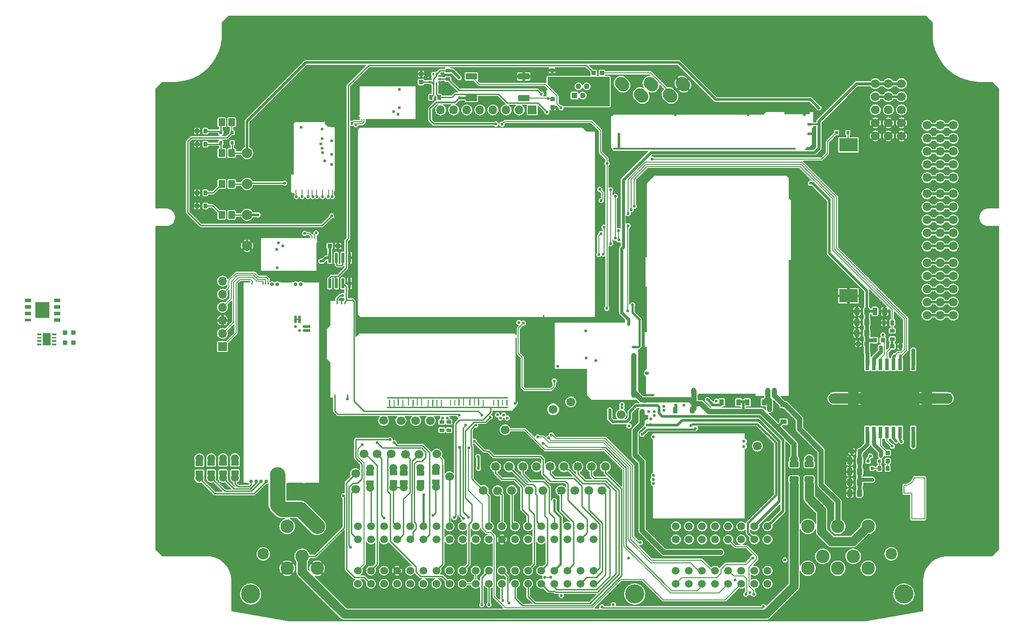
<source format=gtl>
G04 #@! TF.GenerationSoftware,KiCad,Pcbnew,8.0.9-8.0.9-0~ubuntu24.04.1*
G04 #@! TF.CreationDate,2026-01-23T21:19:33+00:00*
G04 #@! TF.ProjectId,hellen121vag,68656c6c-656e-4313-9231-7661672e6b69,d*
G04 #@! TF.SameCoordinates,PX2b953a0PY6943058*
G04 #@! TF.FileFunction,Copper,L1,Top*
G04 #@! TF.FilePolarity,Positive*
%FSLAX46Y46*%
G04 Gerber Fmt 4.6, Leading zero omitted, Abs format (unit mm)*
G04 Created by KiCad (PCBNEW 8.0.9-8.0.9-0~ubuntu24.04.1) date 2026-01-23 21:19:33*
%MOMM*%
%LPD*%
G01*
G04 APERTURE LIST*
G04 #@! TA.AperFunction,EtchedComponent*
%ADD10C,0.200000*%
G04 #@! TD*
G04 #@! TA.AperFunction,ComponentPad*
%ADD11C,3.700000*%
G04 #@! TD*
G04 #@! TA.AperFunction,ComponentPad*
%ADD12C,2.200000*%
G04 #@! TD*
G04 #@! TA.AperFunction,ComponentPad*
%ADD13C,2.600000*%
G04 #@! TD*
G04 #@! TA.AperFunction,ComponentPad*
%ADD14C,1.500000*%
G04 #@! TD*
G04 #@! TA.AperFunction,ComponentPad*
%ADD15C,1.700000*%
G04 #@! TD*
G04 #@! TA.AperFunction,ComponentPad*
%ADD16C,0.599999*%
G04 #@! TD*
G04 #@! TA.AperFunction,SMDPad,CuDef*
%ADD17R,0.250000X13.650000*%
G04 #@! TD*
G04 #@! TA.AperFunction,SMDPad,CuDef*
%ADD18R,0.250000X1.250000*%
G04 #@! TD*
G04 #@! TA.AperFunction,SMDPad,CuDef*
%ADD19R,18.200000X0.250000*%
G04 #@! TD*
G04 #@! TA.AperFunction,SMDPad,CuDef*
%ADD20R,0.250000X6.450000*%
G04 #@! TD*
G04 #@! TA.AperFunction,SMDPad,CuDef*
%ADD21R,0.250000X6.500000*%
G04 #@! TD*
G04 #@! TA.AperFunction,SMDPad,CuDef*
%ADD22R,0.250000X0.350000*%
G04 #@! TD*
G04 #@! TA.AperFunction,SMDPad,CuDef*
%ADD23O,0.200000X5.669999*%
G04 #@! TD*
G04 #@! TA.AperFunction,SMDPad,CuDef*
%ADD24O,11.100001X0.200000*%
G04 #@! TD*
G04 #@! TA.AperFunction,SMDPad,CuDef*
%ADD25O,9.800001X0.399999*%
G04 #@! TD*
G04 #@! TA.AperFunction,SMDPad,CuDef*
%ADD26O,0.499999X0.250000*%
G04 #@! TD*
G04 #@! TA.AperFunction,SMDPad,CuDef*
%ADD27O,0.200000X6.799999*%
G04 #@! TD*
G04 #@! TA.AperFunction,SMDPad,CuDef*
%ADD28O,0.250000X0.499999*%
G04 #@! TD*
G04 #@! TA.AperFunction,SMDPad,CuDef*
%ADD29R,1.600000X2.400000*%
G04 #@! TD*
G04 #@! TA.AperFunction,SMDPad,CuDef*
%ADD30O,0.250000X10.200000*%
G04 #@! TD*
G04 #@! TA.AperFunction,SMDPad,CuDef*
%ADD31O,5.800001X0.250000*%
G04 #@! TD*
G04 #@! TA.AperFunction,SMDPad,CuDef*
%ADD32O,0.200000X0.399999*%
G04 #@! TD*
G04 #@! TA.AperFunction,SMDPad,CuDef*
%ADD33O,0.200000X3.600000*%
G04 #@! TD*
G04 #@! TA.AperFunction,SMDPad,CuDef*
%ADD34O,0.200000X4.249999*%
G04 #@! TD*
G04 #@! TA.AperFunction,SMDPad,CuDef*
%ADD35O,0.200000X14.399999*%
G04 #@! TD*
G04 #@! TA.AperFunction,SMDPad,CuDef*
%ADD36O,0.200000X8.824999*%
G04 #@! TD*
G04 #@! TA.AperFunction,SMDPad,CuDef*
%ADD37O,1.699999X0.200000*%
G04 #@! TD*
G04 #@! TA.AperFunction,SMDPad,CuDef*
%ADD38O,25.699999X0.200000*%
G04 #@! TD*
G04 #@! TA.AperFunction,SMDPad,CuDef*
%ADD39O,11.324999X0.200000*%
G04 #@! TD*
G04 #@! TA.AperFunction,SMDPad,CuDef*
%ADD40O,0.200000X25.849999*%
G04 #@! TD*
G04 #@! TA.AperFunction,SMDPad,CuDef*
%ADD41O,0.200000X4.149999*%
G04 #@! TD*
G04 #@! TA.AperFunction,SMDPad,CuDef*
%ADD42O,1.000001X1.500000*%
G04 #@! TD*
G04 #@! TA.AperFunction,SMDPad,CuDef*
%ADD43O,0.800001X0.599999*%
G04 #@! TD*
G04 #@! TA.AperFunction,ComponentPad*
%ADD44C,0.700000*%
G04 #@! TD*
G04 #@! TA.AperFunction,SMDPad,CuDef*
%ADD45C,3.000000*%
G04 #@! TD*
G04 #@! TA.AperFunction,SMDPad,CuDef*
%ADD46R,3.000000X0.250000*%
G04 #@! TD*
G04 #@! TA.AperFunction,SMDPad,CuDef*
%ADD47R,3.100000X0.250000*%
G04 #@! TD*
G04 #@! TA.AperFunction,SMDPad,CuDef*
%ADD48R,2.250000X0.250000*%
G04 #@! TD*
G04 #@! TA.AperFunction,SMDPad,CuDef*
%ADD49R,1.450000X0.250000*%
G04 #@! TD*
G04 #@! TA.AperFunction,SMDPad,CuDef*
%ADD50R,0.250000X39.250000*%
G04 #@! TD*
G04 #@! TA.AperFunction,SMDPad,CuDef*
%ADD51R,2.950000X0.250000*%
G04 #@! TD*
G04 #@! TA.AperFunction,SMDPad,CuDef*
%ADD52R,0.950000X0.250000*%
G04 #@! TD*
G04 #@! TA.AperFunction,ComponentPad*
%ADD53C,1.524000*%
G04 #@! TD*
G04 #@! TA.AperFunction,SMDPad,CuDef*
%ADD54R,1.310000X0.650000*%
G04 #@! TD*
G04 #@! TA.AperFunction,SMDPad,CuDef*
%ADD55R,1.310000X0.600000*%
G04 #@! TD*
G04 #@! TA.AperFunction,SMDPad,CuDef*
%ADD56R,1.325000X1.500000*%
G04 #@! TD*
G04 #@! TA.AperFunction,SMDPad,CuDef*
%ADD57R,1.200000X0.900000*%
G04 #@! TD*
G04 #@! TA.AperFunction,SMDPad,CuDef*
%ADD58C,2.000000*%
G04 #@! TD*
G04 #@! TA.AperFunction,SMDPad,CuDef*
%ADD59R,0.800000X2.200000*%
G04 #@! TD*
G04 #@! TA.AperFunction,SMDPad,CuDef*
%ADD60R,2.032000X5.080000*%
G04 #@! TD*
G04 #@! TA.AperFunction,ComponentPad*
%ADD61C,1.300000*%
G04 #@! TD*
G04 #@! TA.AperFunction,SMDPad,CuDef*
%ADD62R,11.430000X7.620000*%
G04 #@! TD*
G04 #@! TA.AperFunction,SMDPad,CuDef*
%ADD63R,3.600000X2.600000*%
G04 #@! TD*
G04 #@! TA.AperFunction,SMDPad,CuDef*
%ADD64R,0.900000X1.200000*%
G04 #@! TD*
G04 #@! TA.AperFunction,ComponentPad*
%ADD65R,1.700000X1.700000*%
G04 #@! TD*
G04 #@! TA.AperFunction,ComponentPad*
%ADD66O,1.700000X1.700000*%
G04 #@! TD*
G04 #@! TA.AperFunction,SMDPad,CuDef*
%ADD67O,0.399999X7.200001*%
G04 #@! TD*
G04 #@! TA.AperFunction,SMDPad,CuDef*
%ADD68O,30.000001X0.399999*%
G04 #@! TD*
G04 #@! TA.AperFunction,SMDPad,CuDef*
%ADD69O,5.000000X0.399999*%
G04 #@! TD*
G04 #@! TA.AperFunction,SMDPad,CuDef*
%ADD70O,1.000001X0.499999*%
G04 #@! TD*
G04 #@! TA.AperFunction,SMDPad,CuDef*
%ADD71O,0.200000X3.099999*%
G04 #@! TD*
G04 #@! TA.AperFunction,SMDPad,CuDef*
%ADD72O,0.499999X2.999999*%
G04 #@! TD*
G04 #@! TA.AperFunction,SMDPad,CuDef*
%ADD73O,35.400000X0.399999*%
G04 #@! TD*
G04 #@! TA.AperFunction,ComponentPad*
%ADD74R,1.100000X1.100000*%
G04 #@! TD*
G04 #@! TA.AperFunction,ComponentPad*
%ADD75C,1.100000*%
G04 #@! TD*
G04 #@! TA.AperFunction,ComponentPad*
%ADD76O,1.100000X2.400000*%
G04 #@! TD*
G04 #@! TA.AperFunction,SMDPad,CuDef*
%ADD77O,1.000001X8.744829*%
G04 #@! TD*
G04 #@! TA.AperFunction,SMDPad,CuDef*
%ADD78O,0.200000X9.199999*%
G04 #@! TD*
G04 #@! TA.AperFunction,SMDPad,CuDef*
%ADD79O,0.200000X0.499999*%
G04 #@! TD*
G04 #@! TA.AperFunction,SMDPad,CuDef*
%ADD80O,6.500000X0.200000*%
G04 #@! TD*
G04 #@! TA.AperFunction,SMDPad,CuDef*
%ADD81O,0.399999X5.399999*%
G04 #@! TD*
G04 #@! TA.AperFunction,SMDPad,CuDef*
%ADD82O,13.800000X0.200000*%
G04 #@! TD*
G04 #@! TA.AperFunction,SMDPad,CuDef*
%ADD83O,9.000000X0.399999*%
G04 #@! TD*
G04 #@! TA.AperFunction,ViaPad*
%ADD84C,0.600000*%
G04 #@! TD*
G04 #@! TA.AperFunction,ViaPad*
%ADD85C,2.000000*%
G04 #@! TD*
G04 #@! TA.AperFunction,ViaPad*
%ADD86C,0.800000*%
G04 #@! TD*
G04 #@! TA.AperFunction,Conductor*
%ADD87C,0.400000*%
G04 #@! TD*
G04 #@! TA.AperFunction,Conductor*
%ADD88C,0.254000*%
G04 #@! TD*
G04 #@! TA.AperFunction,Conductor*
%ADD89C,0.500000*%
G04 #@! TD*
G04 #@! TA.AperFunction,Conductor*
%ADD90C,0.300000*%
G04 #@! TD*
G04 #@! TA.AperFunction,Conductor*
%ADD91C,0.600000*%
G04 #@! TD*
G04 #@! TA.AperFunction,Conductor*
%ADD92C,0.200000*%
G04 #@! TD*
G04 #@! TA.AperFunction,Conductor*
%ADD93C,1.778000*%
G04 #@! TD*
G04 #@! TA.AperFunction,Conductor*
%ADD94C,1.000000*%
G04 #@! TD*
G04 #@! TA.AperFunction,Conductor*
%ADD95C,0.800000*%
G04 #@! TD*
G04 #@! TA.AperFunction,Conductor*
%ADD96C,2.000000*%
G04 #@! TD*
G04 #@! TA.AperFunction,Conductor*
%ADD97C,3.000000*%
G04 #@! TD*
G04 APERTURE END LIST*
D10*
G04 #@! TO.C,G6*
X145400000Y25075000D02*
X145400000Y26575000D01*
X145400000Y25075000D02*
X146900000Y25075000D01*
X146900000Y25075000D02*
X146900000Y20075000D01*
X146900000Y20075000D02*
X149400000Y20075000D01*
X149400000Y28075000D02*
X147400000Y28075000D01*
X149400000Y20075000D02*
X149400000Y28075000D01*
X147400000Y28075000D02*
G75*
G02*
X145400000Y26575000I-1921601J478801D01*
G01*
G04 #@! TD*
D11*
G04 #@! TO.P,P1,*
G04 #@! TO.N,*
X18648000Y5492000D03*
D12*
X21098000Y13292000D03*
D11*
X93148000Y5492000D03*
D12*
X142898000Y13292000D03*
D11*
X145348000Y5492000D03*
D13*
G04 #@! TO.P,P1,1,1*
G04 #@! TO.N,GND*
X25748000Y10492000D03*
G04 #@! TO.P,P1,2,2*
X31548000Y10492000D03*
G04 #@! TO.P,P1,3,3*
G04 #@! TO.N,Net-(F1-Pad1)*
X28648000Y12822000D03*
G04 #@! TO.P,P1,4,4*
G04 #@! TO.N,unconnected-(P1-Pad4)*
X25748000Y18622000D03*
G04 #@! TO.P,P1,5,5*
G04 #@! TO.N,/LSU_HEAT-*
X31548000Y18622000D03*
D14*
G04 #@! TO.P,P1,6,6*
G04 #@! TO.N,unconnected-(P1-Pad6)*
X85168000Y18622000D03*
G04 #@! TO.P,P1,7,7*
G04 #@! TO.N,/OUT_IGN2*
X82628000Y18622000D03*
G04 #@! TO.P,P1,8,8*
G04 #@! TO.N,/OUT_IGN7*
X80088000Y18622000D03*
G04 #@! TO.P,P1,9,9*
G04 #@! TO.N,Net-(P1-Pad9)*
X77548000Y18622000D03*
G04 #@! TO.P,P1,10,10*
G04 #@! TO.N,Net-(P1-Pad10)*
X75008000Y18622000D03*
G04 #@! TO.P,P1,11,11*
G04 #@! TO.N,Net-(P1-Pad11)*
X72468000Y18622000D03*
G04 #@! TO.P,P1,12,12*
G04 #@! TO.N,Net-(P1-Pad12)*
X69928000Y18622000D03*
G04 #@! TO.P,P1,13,13*
G04 #@! TO.N,Net-(P1-Pad13)*
X67388000Y18622000D03*
G04 #@! TO.P,P1,14,14*
G04 #@! TO.N,/IN_AFR*
X64848000Y18622000D03*
G04 #@! TO.P,P1,15,15*
G04 #@! TO.N,unconnected-(P1-Pad15)*
X62308000Y18622000D03*
G04 #@! TO.P,P1,16,16*
G04 #@! TO.N,unconnected-(P1-Pad16)*
X59768000Y18622000D03*
G04 #@! TO.P,P1,17,17*
G04 #@! TO.N,Net-(P1-Pad17)*
X57228000Y18622000D03*
G04 #@! TO.P,P1,18,18*
G04 #@! TO.N,/OUT_VVT2_B1*
X54688000Y18622000D03*
G04 #@! TO.P,P1,19,19*
G04 #@! TO.N,/OUT_INJ7*
X52148000Y18622000D03*
G04 #@! TO.P,P1,20,20*
G04 #@! TO.N,Net-(P1-Pad20)*
X49608000Y18622000D03*
G04 #@! TO.P,P1,21,21*
G04 #@! TO.N,Net-(P1-Pad21)*
X47068000Y18622000D03*
G04 #@! TO.P,P1,22,22*
G04 #@! TO.N,/OUT_VVT1_1*
X44528000Y18622000D03*
G04 #@! TO.P,P1,23,23*
G04 #@! TO.N,Net-(P1-Pad23)*
X41988000Y18622000D03*
G04 #@! TO.P,P1,24,24*
G04 #@! TO.N,/OUT_INJ8*
X39448000Y18622000D03*
G04 #@! TO.P,P1,25,25*
G04 #@! TO.N,unconnected-(P1-Pad25)*
X85168000Y16082000D03*
G04 #@! TO.P,P1,26,26*
G04 #@! TO.N,/IN_IAT*
X82628000Y16082000D03*
G04 #@! TO.P,P1,27,27*
G04 #@! TO.N,GNDA*
X80088000Y16082000D03*
G04 #@! TO.P,P1,28,28*
G04 #@! TO.N,Net-(P1-Pad28)*
X77548000Y16082000D03*
G04 #@! TO.P,P1,29,29*
G04 #@! TO.N,/IN_MAF*
X75008000Y16082000D03*
G04 #@! TO.P,P1,30,30*
G04 #@! TO.N,unconnected-(P1-Pad30)*
X72468000Y16082000D03*
G04 #@! TO.P,P1,31,31*
G04 #@! TO.N,unconnected-(P1-Pad31)*
X69928000Y16082000D03*
G04 #@! TO.P,P1,32,32*
G04 #@! TO.N,GND*
X67388000Y16082000D03*
G04 #@! TO.P,P1,33,33*
G04 #@! TO.N,GNDA*
X64848000Y16082000D03*
G04 #@! TO.P,P1,34,34*
G04 #@! TO.N,/IN_PPS1*
X62308000Y16082000D03*
G04 #@! TO.P,P1,35,35*
G04 #@! TO.N,/IN_PPS2*
X59768000Y16082000D03*
G04 #@! TO.P,P1,36,36*
G04 #@! TO.N,GNDA*
X57228000Y16082000D03*
G04 #@! TO.P,P1,37,37*
G04 #@! TO.N,Net-(P1-Pad37)*
X54688000Y16082000D03*
G04 #@! TO.P,P1,38,38*
G04 #@! TO.N,/IN_RES1*
X52148000Y16082000D03*
G04 #@! TO.P,P1,39,39*
G04 #@! TO.N,/IN_RES2*
X49608000Y16082000D03*
G04 #@! TO.P,P1,40,40*
G04 #@! TO.N,Net-(P1-Pad40)*
X47068000Y16082000D03*
G04 #@! TO.P,P1,41,41*
G04 #@! TO.N,Net-(P1-Pad41)*
X44528000Y16082000D03*
G04 #@! TO.P,P1,42,42*
G04 #@! TO.N,unconnected-(P1-Pad42)*
X41988000Y16082000D03*
G04 #@! TO.P,P1,43,43*
G04 #@! TO.N,Net-(P1-Pad43)*
X39448000Y16082000D03*
G04 #@! TO.P,P1,44,44*
G04 #@! TO.N,Net-(P1-Pad44)*
X85168000Y10032000D03*
G04 #@! TO.P,P1,45,45*
G04 #@! TO.N,Net-(P1-Pad45)*
X82628000Y10032000D03*
G04 #@! TO.P,P1,46,46*
G04 #@! TO.N,Net-(P1-Pad46)*
X80088000Y10032000D03*
G04 #@! TO.P,P1,47,47*
G04 #@! TO.N,/OUT_CHECK_ENGINE*
X77548000Y10032000D03*
G04 #@! TO.P,P1,48,48*
G04 #@! TO.N,Net-(P1-Pad48)*
X75008000Y10032000D03*
G04 #@! TO.P,P1,49,49*
G04 #@! TO.N,Net-(P1-Pad49)*
X72468000Y10032000D03*
G04 #@! TO.P,P1,50,50*
G04 #@! TO.N,GNDA*
X69928000Y10032000D03*
G04 #@! TO.P,P1,51,51*
G04 #@! TO.N,Net-(P1-Pad51)*
X67388000Y10032000D03*
G04 #@! TO.P,P1,52,52*
G04 #@! TO.N,Net-(P1-Pad52)*
X64848000Y10032000D03*
G04 #@! TO.P,P1,53,53*
G04 #@! TO.N,+5VP*
X62308000Y10032000D03*
G04 #@! TO.P,P1,54,54*
G04 #@! TO.N,/IN_VSS*
X59768000Y10032000D03*
G04 #@! TO.P,P1,55,55*
G04 #@! TO.N,/IN_D1*
X57228000Y10032000D03*
G04 #@! TO.P,P1,56,56*
G04 #@! TO.N,Net-(P1-Pad56)*
X54688000Y10032000D03*
G04 #@! TO.P,P1,57,57*
G04 #@! TO.N,/IN_D2*
X52148000Y10032000D03*
G04 #@! TO.P,P1,58,58*
G04 #@! TO.N,/CAN-*
X49608000Y10032000D03*
G04 #@! TO.P,P1,59,59*
G04 #@! TO.N,GND*
X47068000Y10032000D03*
G04 #@! TO.P,P1,60,60*
G04 #@! TO.N,/CAN+*
X44528000Y10032000D03*
G04 #@! TO.P,P1,61,61*
G04 #@! TO.N,Net-(P1-Pad61)*
X41988000Y10032000D03*
G04 #@! TO.P,P1,62,62*
G04 #@! TO.N,/V12_PERM*
X39448000Y10032000D03*
G04 #@! TO.P,P1,63,63*
G04 #@! TO.N,Net-(P1-Pad63)*
X85168000Y7492000D03*
G04 #@! TO.P,P1,64,64*
G04 #@! TO.N,Net-(P1-Pad64)*
X82628000Y7492000D03*
G04 #@! TO.P,P1,65,65*
G04 #@! TO.N,/OUT_FUEL_PUMP_RELAY*
X80088000Y7492000D03*
G04 #@! TO.P,P1,66,66*
G04 #@! TO.N,Net-(P1-Pad66)*
X77548000Y7492000D03*
G04 #@! TO.P,P1,67,67*
G04 #@! TO.N,Net-(P1-Pad67)*
X75008000Y7492000D03*
G04 #@! TO.P,P1,68,68*
G04 #@! TO.N,Net-(P1-Pad68)*
X72468000Y7492000D03*
G04 #@! TO.P,P1,69,69*
G04 #@! TO.N,Net-(P1-Pad69)*
X69928000Y7492000D03*
G04 #@! TO.P,P1,70,70*
G04 #@! TO.N,Net-(P1-Pad70)*
X67388000Y7492000D03*
G04 #@! TO.P,P1,71,71*
G04 #@! TO.N,Net-(P1-Pad71)*
X64848000Y7492000D03*
G04 #@! TO.P,P1,72,72*
G04 #@! TO.N,+5VP*
X62308000Y7492000D03*
G04 #@! TO.P,P1,73,73*
X59768000Y7492000D03*
G04 #@! TO.P,P1,74,74*
G04 #@! TO.N,Net-(P1-Pad74)*
X57228000Y7492000D03*
G04 #@! TO.P,P1,75,75*
G04 #@! TO.N,/IN_D3*
X54688000Y7492000D03*
G04 #@! TO.P,P1,76,76*
G04 #@! TO.N,/IN_D4*
X52148000Y7492000D03*
G04 #@! TO.P,P1,77,77*
G04 #@! TO.N,unconnected-(P1-Pad77)*
X49608000Y7492000D03*
G04 #@! TO.P,P1,78,78*
G04 #@! TO.N,unconnected-(P1-Pad78)*
X47068000Y7492000D03*
G04 #@! TO.P,P1,79,79*
G04 #@! TO.N,unconnected-(P1-Pad79)*
X44528000Y7492000D03*
G04 #@! TO.P,P1,80,80*
G04 #@! TO.N,Net-(P1-Pad80)*
X41988000Y7492000D03*
G04 #@! TO.P,P1,81,81*
G04 #@! TO.N,/OUT_FUEL_CONSUM*
X39448000Y7492000D03*
G04 #@! TO.P,P1,82,82*
G04 #@! TO.N,/IN_CRANK+*
X101138000Y7492000D03*
G04 #@! TO.P,P1,83,83*
G04 #@! TO.N,+5VP*
X103678000Y7492000D03*
G04 #@! TO.P,P1,84,84*
G04 #@! TO.N,/IN_TPS2*
X106218000Y7492000D03*
G04 #@! TO.P,P1,85,85*
G04 #@! TO.N,/IN_IAT*
X108758000Y7492000D03*
G04 #@! TO.P,P1,86,86*
G04 #@! TO.N,/IN_CAM1*
X111298000Y7492000D03*
G04 #@! TO.P,P1,87,87*
G04 #@! TO.N,/IN_CAM2*
X113838000Y7492000D03*
G04 #@! TO.P,P1,88,88*
G04 #@! TO.N,/OUT_INJ4*
X116378000Y7492000D03*
G04 #@! TO.P,P1,89,89*
G04 #@! TO.N,/OUT_INJ2*
X118918000Y7492000D03*
G04 #@! TO.P,P1,90,90*
G04 #@! TO.N,/IN_CRANK-*
X101138000Y10032000D03*
G04 #@! TO.P,P1,91,91*
G04 #@! TO.N,GNDA*
X103678000Y10032000D03*
G04 #@! TO.P,P1,92,92*
G04 #@! TO.N,/IN_TPS1*
X106218000Y10032000D03*
G04 #@! TO.P,P1,93,93*
G04 #@! TO.N,/IN_CLT*
X108758000Y10032000D03*
G04 #@! TO.P,P1,94,94*
G04 #@! TO.N,/OUT_IGN4*
X111298000Y10032000D03*
G04 #@! TO.P,P1,95,95*
G04 #@! TO.N,/OUT_IGN8*
X113838000Y10032000D03*
G04 #@! TO.P,P1,96,96*
G04 #@! TO.N,/OUT_INJ1*
X116378000Y10032000D03*
G04 #@! TO.P,P1,97,97*
G04 #@! TO.N,/OUT_INJ3*
X118918000Y10032000D03*
G04 #@! TO.P,P1,98,98*
G04 #@! TO.N,+5VP*
X101138000Y16082000D03*
G04 #@! TO.P,P1,99,99*
G04 #@! TO.N,GNDA*
X103678000Y16082000D03*
G04 #@! TO.P,P1,100,100*
G04 #@! TO.N,unconnected-(P1-Pad100)*
X106218000Y16082000D03*
G04 #@! TO.P,P1,101,101*
G04 #@! TO.N,/IN_MAP2*
X108758000Y16082000D03*
G04 #@! TO.P,P1,102,102*
G04 #@! TO.N,/OUT_IGN1*
X111298000Y16082000D03*
G04 #@! TO.P,P1,103,103*
G04 #@! TO.N,/OUT_IGN5*
X113838000Y16082000D03*
G04 #@! TO.P,P1,104,104*
G04 #@! TO.N,/OUT_WASTEGATE*
X116378000Y16082000D03*
G04 #@! TO.P,P1,105,105*
G04 #@! TO.N,/OUT_IDLE*
X118918000Y16082000D03*
G04 #@! TO.P,P1,106,106*
G04 #@! TO.N,/IN_KNOCK1_RAW*
X101138000Y18622000D03*
G04 #@! TO.P,P1,107,107*
G04 #@! TO.N,unconnected-(P1-Pad107)*
X103678000Y18622000D03*
G04 #@! TO.P,P1,108,108*
G04 #@! TO.N,GNDA*
X106218000Y18622000D03*
G04 #@! TO.P,P1,109,109*
G04 #@! TO.N,unconnected-(P1-Pad109)*
X108758000Y18622000D03*
G04 #@! TO.P,P1,110,110*
G04 #@! TO.N,/OUT_IGN6*
X111298000Y18622000D03*
G04 #@! TO.P,P1,111,111*
G04 #@! TO.N,/OUT_IGN3*
X113838000Y18622000D03*
G04 #@! TO.P,P1,112,112*
G04 #@! TO.N,/OUT_INJ6*
X116378000Y18622000D03*
G04 #@! TO.P,P1,113,113*
G04 #@! TO.N,/OUT_INJ5*
X118918000Y18622000D03*
D13*
G04 #@! TO.P,P1,114,114*
G04 #@! TO.N,unconnected-(P1-Pad114)*
X126748000Y10492000D03*
G04 #@! TO.P,P1,115,115*
G04 #@! TO.N,/OUT_VVT1_2*
X132548000Y10492000D03*
G04 #@! TO.P,P1,116,116*
G04 #@! TO.N,unconnected-(P1-Pad116)*
X138448000Y10492000D03*
G04 #@! TO.P,P1,117,117*
G04 #@! TO.N,/+ETB_OUT*
X129648000Y12822000D03*
G04 #@! TO.P,P1,118,118*
G04 #@! TO.N,/-ETB_OUT*
X135548000Y12822000D03*
G04 #@! TO.P,P1,119,119*
G04 #@! TO.N,unconnected-(P1-Pad119)*
X126748000Y18622000D03*
G04 #@! TO.P,P1,120,120*
G04 #@! TO.N,/OUT_VVT2_B2*
X132548000Y18622000D03*
G04 #@! TO.P,P1,121,121*
G04 #@! TO.N,Net-(F2-Pad1)*
X138448000Y18622000D03*
G04 #@! TD*
G04 #@! TO.P,M3,S2,GND*
G04 #@! TO.N,GND*
G04 #@! TA.AperFunction,SMDPad,CuDef*
G36*
G01*
X39487502Y95688468D02*
X39487502Y59698468D01*
G75*
G02*
X39387502Y59598468I-100000J0D01*
G01*
X39387502Y59598468D01*
G75*
G02*
X39287502Y59698468I0J100000D01*
G01*
X39287502Y95688468D01*
G75*
G02*
X39387502Y95788468I100000J0D01*
G01*
X39387502Y95788468D01*
G75*
G02*
X39487502Y95688468I0J-100000D01*
G01*
G37*
G04 #@! TD.AperFunction*
G04 #@! TA.AperFunction,SMDPad,CuDef*
G36*
G01*
X39320067Y95764551D02*
X39744331Y96188815D01*
G75*
G02*
X39885753Y96188815I70711J-70711D01*
G01*
X39885753Y96188815D01*
G75*
G02*
X39885753Y96047393I-70711J-70711D01*
G01*
X39461489Y95623129D01*
G75*
G02*
X39320067Y95623129I-70711J70711D01*
G01*
X39320067Y95623129D01*
G75*
G02*
X39320067Y95764551I70711J70711D01*
G01*
G37*
G04 #@! TD.AperFunction*
G04 #@! TA.AperFunction,SMDPad,CuDef*
G36*
G01*
X39459082Y59766214D02*
X39982342Y59242954D01*
G75*
G02*
X39982342Y59101532I-70711J-70711D01*
G01*
X39982342Y59101532D01*
G75*
G02*
X39840920Y59101532I-70711J70711D01*
G01*
X39317660Y59624792D01*
G75*
G02*
X39317660Y59766214I70711J70711D01*
G01*
X39317660Y59766214D01*
G75*
G02*
X39459082Y59766214I70711J-70711D01*
G01*
G37*
G04 #@! TD.AperFunction*
G04 #@! TA.AperFunction,SMDPad,CuDef*
G36*
G01*
X39827908Y96221377D02*
X83127908Y96221377D01*
G75*
G02*
X83227908Y96121377I0J-100000D01*
G01*
X83227908Y96121377D01*
G75*
G02*
X83127908Y96021377I-100000J0D01*
G01*
X39827908Y96021377D01*
G75*
G02*
X39727908Y96121377I0J100000D01*
G01*
X39727908Y96121377D01*
G75*
G02*
X39827908Y96221377I100000J0D01*
G01*
G37*
G04 #@! TD.AperFunction*
G04 #@! TA.AperFunction,SMDPad,CuDef*
G36*
G01*
X39912499Y59271374D02*
X85312499Y59271374D01*
G75*
G02*
X85412499Y59171374I0J-100000D01*
G01*
X85412499Y59171374D01*
G75*
G02*
X85312499Y59071374I-100000J0D01*
G01*
X39912499Y59071374D01*
G75*
G02*
X39812499Y59171374I0J100000D01*
G01*
X39812499Y59171374D01*
G75*
G02*
X39912499Y59271374I100000J0D01*
G01*
G37*
G04 #@! TD.AperFunction*
G04 #@! TA.AperFunction,SMDPad,CuDef*
G36*
G01*
X75642499Y59646377D02*
X75642499Y59196377D01*
G75*
G02*
X75517499Y59071377I-125000J0D01*
G01*
X75517499Y59071377D01*
G75*
G02*
X75392499Y59196377I0J125000D01*
G01*
X75392499Y59646377D01*
G75*
G02*
X75517499Y59771377I125000J0D01*
G01*
X75517499Y59771377D01*
G75*
G02*
X75642499Y59646377I0J-125000D01*
G01*
G37*
G04 #@! TD.AperFunction*
G04 #@! TA.AperFunction,SMDPad,CuDef*
G36*
G01*
X83782845Y95334614D02*
X83075739Y96041720D01*
G75*
G02*
X83075739Y96183142I70711J70711D01*
G01*
X83075739Y96183142D01*
G75*
G02*
X83217161Y96183142I70711J-70711D01*
G01*
X83924267Y95476036D01*
G75*
G02*
X83924267Y95334614I-70711J-70711D01*
G01*
X83924267Y95334614D01*
G75*
G02*
X83782845Y95334614I-70711J70711D01*
G01*
G37*
G04 #@! TD.AperFunction*
G04 #@! TA.AperFunction,SMDPad,CuDef*
G36*
G01*
X83887501Y95496377D02*
X85287501Y95496377D01*
G75*
G02*
X85387501Y95396377I0J-100000D01*
G01*
X85387501Y95396377D01*
G75*
G02*
X85287501Y95296377I-100000J0D01*
G01*
X83887501Y95296377D01*
G75*
G02*
X83787501Y95396377I0J100000D01*
G01*
X83787501Y95396377D01*
G75*
G02*
X83887501Y95496377I100000J0D01*
G01*
G37*
G04 #@! TD.AperFunction*
G04 #@! TA.AperFunction,SMDPad,CuDef*
G36*
G01*
X85630058Y59372516D02*
X85361358Y59103816D01*
G75*
G02*
X85219936Y59103816I-70711J70711D01*
G01*
X85219936Y59103816D01*
G75*
G02*
X85219936Y59245238I70711J70711D01*
G01*
X85488636Y59513938D01*
G75*
G02*
X85630058Y59513938I70711J-70711D01*
G01*
X85630058Y59513938D01*
G75*
G02*
X85630058Y59372516I-70711J-70711D01*
G01*
G37*
G04 #@! TD.AperFunction*
G04 #@! TA.AperFunction,SMDPad,CuDef*
G36*
G01*
X85490535Y95076922D02*
X85243047Y95324410D01*
G75*
G02*
X85243047Y95465832I70711J70711D01*
G01*
X85243047Y95465832D01*
G75*
G02*
X85384469Y95465832I70711J-70711D01*
G01*
X85631957Y95218344D01*
G75*
G02*
X85631957Y95076922I-70711J-70711D01*
G01*
X85631957Y95076922D01*
G75*
G02*
X85490535Y95076922I-70711J70711D01*
G01*
G37*
G04 #@! TD.AperFunction*
G04 #@! TA.AperFunction,SMDPad,CuDef*
G36*
G01*
X85662499Y95146380D02*
X85662499Y59446380D01*
G75*
G02*
X85562499Y59346380I-100000J0D01*
G01*
X85562499Y59346380D01*
G75*
G02*
X85462499Y59446380I0J100000D01*
G01*
X85462499Y95146380D01*
G75*
G02*
X85562499Y95246380I100000J0D01*
G01*
X85562499Y95246380D01*
G75*
G02*
X85662499Y95146380I0J-100000D01*
G01*
G37*
G04 #@! TD.AperFunction*
G04 #@! TD*
G04 #@! TO.P,U3,1*
G04 #@! TO.N,Net-(C17-Pad2)*
G04 #@! TA.AperFunction,SMDPad,CuDef*
G36*
G01*
X34145000Y64850000D02*
X33845000Y64850000D01*
G75*
G02*
X33695000Y65000000I0J150000D01*
G01*
X33695000Y66650000D01*
G75*
G02*
X33845000Y66800000I150000J0D01*
G01*
X34145000Y66800000D01*
G75*
G02*
X34295000Y66650000I0J-150000D01*
G01*
X34295000Y65000000D01*
G75*
G02*
X34145000Y64850000I-150000J0D01*
G01*
G37*
G04 #@! TD.AperFunction*
G04 #@! TO.P,U3,2,-*
G04 #@! TA.AperFunction,SMDPad,CuDef*
G36*
G01*
X35415000Y64850000D02*
X35115000Y64850000D01*
G75*
G02*
X34965000Y65000000I0J150000D01*
G01*
X34965000Y66650000D01*
G75*
G02*
X35115000Y66800000I150000J0D01*
G01*
X35415000Y66800000D01*
G75*
G02*
X35565000Y66650000I0J-150000D01*
G01*
X35565000Y65000000D01*
G75*
G02*
X35415000Y64850000I-150000J0D01*
G01*
G37*
G04 #@! TD.AperFunction*
G04 #@! TO.P,U3,3,+*
G04 #@! TO.N,/IN_KNOCK1*
G04 #@! TA.AperFunction,SMDPad,CuDef*
G36*
G01*
X36685000Y64850000D02*
X36385000Y64850000D01*
G75*
G02*
X36235000Y65000000I0J150000D01*
G01*
X36235000Y66650000D01*
G75*
G02*
X36385000Y66800000I150000J0D01*
G01*
X36685000Y66800000D01*
G75*
G02*
X36835000Y66650000I0J-150000D01*
G01*
X36835000Y65000000D01*
G75*
G02*
X36685000Y64850000I-150000J0D01*
G01*
G37*
G04 #@! TD.AperFunction*
G04 #@! TO.P,U3,4,V-*
G04 #@! TO.N,GND*
G04 #@! TA.AperFunction,SMDPad,CuDef*
G36*
G01*
X37955000Y64850000D02*
X37655000Y64850000D01*
G75*
G02*
X37505000Y65000000I0J150000D01*
G01*
X37505000Y66650000D01*
G75*
G02*
X37655000Y66800000I150000J0D01*
G01*
X37955000Y66800000D01*
G75*
G02*
X38105000Y66650000I0J-150000D01*
G01*
X38105000Y65000000D01*
G75*
G02*
X37955000Y64850000I-150000J0D01*
G01*
G37*
G04 #@! TD.AperFunction*
G04 #@! TO.P,U3,5,+*
G04 #@! TA.AperFunction,SMDPad,CuDef*
G36*
G01*
X37955000Y69800000D02*
X37655000Y69800000D01*
G75*
G02*
X37505000Y69950000I0J150000D01*
G01*
X37505000Y71600000D01*
G75*
G02*
X37655000Y71750000I150000J0D01*
G01*
X37955000Y71750000D01*
G75*
G02*
X38105000Y71600000I0J-150000D01*
G01*
X38105000Y69950000D01*
G75*
G02*
X37955000Y69800000I-150000J0D01*
G01*
G37*
G04 #@! TD.AperFunction*
G04 #@! TO.P,U3,6,-*
G04 #@! TO.N,Net-(U3-Pad6)*
G04 #@! TA.AperFunction,SMDPad,CuDef*
G36*
G01*
X36685000Y69800000D02*
X36385000Y69800000D01*
G75*
G02*
X36235000Y69950000I0J150000D01*
G01*
X36235000Y71600000D01*
G75*
G02*
X36385000Y71750000I150000J0D01*
G01*
X36685000Y71750000D01*
G75*
G02*
X36835000Y71600000I0J-150000D01*
G01*
X36835000Y69950000D01*
G75*
G02*
X36685000Y69800000I-150000J0D01*
G01*
G37*
G04 #@! TD.AperFunction*
G04 #@! TO.P,U3,7*
G04 #@! TA.AperFunction,SMDPad,CuDef*
G36*
G01*
X35415000Y69800000D02*
X35115000Y69800000D01*
G75*
G02*
X34965000Y69950000I0J150000D01*
G01*
X34965000Y71600000D01*
G75*
G02*
X35115000Y71750000I150000J0D01*
G01*
X35415000Y71750000D01*
G75*
G02*
X35565000Y71600000I0J-150000D01*
G01*
X35565000Y69950000D01*
G75*
G02*
X35415000Y69800000I-150000J0D01*
G01*
G37*
G04 #@! TD.AperFunction*
G04 #@! TO.P,U3,8,V+*
G04 #@! TO.N,+5V*
G04 #@! TA.AperFunction,SMDPad,CuDef*
G36*
G01*
X34145000Y69800000D02*
X33845000Y69800000D01*
G75*
G02*
X33695000Y69950000I0J150000D01*
G01*
X33695000Y71600000D01*
G75*
G02*
X33845000Y71750000I150000J0D01*
G01*
X34145000Y71750000D01*
G75*
G02*
X34295000Y71600000I0J-150000D01*
G01*
X34295000Y69950000D01*
G75*
G02*
X34145000Y69800000I-150000J0D01*
G01*
G37*
G04 #@! TD.AperFunction*
G04 #@! TD*
D15*
G04 #@! TO.P,P2,1,Pin_1*
G04 #@! TO.N,/IN_A1*
X44450000Y39198941D03*
G04 #@! TD*
G04 #@! TO.P,R22,1*
G04 #@! TO.N,/ETB_EN*
G04 #@! TA.AperFunction,SMDPad,CuDef*
G36*
G01*
X143450000Y58565000D02*
X143450000Y57785000D01*
G75*
G02*
X143380000Y57715000I-70000J0D01*
G01*
X142820000Y57715000D01*
G75*
G02*
X142750000Y57785000I0J70000D01*
G01*
X142750000Y58565000D01*
G75*
G02*
X142820000Y58635000I70000J0D01*
G01*
X143380000Y58635000D01*
G75*
G02*
X143450000Y58565000I0J-70000D01*
G01*
G37*
G04 #@! TD.AperFunction*
G04 #@! TO.P,R22,2*
G04 #@! TO.N,GND*
G04 #@! TA.AperFunction,SMDPad,CuDef*
G36*
G01*
X141850000Y58565000D02*
X141850000Y57785000D01*
G75*
G02*
X141780000Y57715000I-70000J0D01*
G01*
X141220000Y57715000D01*
G75*
G02*
X141150000Y57785000I0J70000D01*
G01*
X141150000Y58565000D01*
G75*
G02*
X141220000Y58635000I70000J0D01*
G01*
X141780000Y58635000D01*
G75*
G02*
X141850000Y58565000I0J-70000D01*
G01*
G37*
G04 #@! TD.AperFunction*
G04 #@! TD*
G04 #@! TO.P,C15,1*
G04 #@! TO.N,GND*
G04 #@! TA.AperFunction,SMDPad,CuDef*
G36*
G01*
X51360000Y106915001D02*
X52040000Y106915001D01*
G75*
G02*
X52125000Y106830001I0J-85000D01*
G01*
X52125000Y106150001D01*
G75*
G02*
X52040000Y106065001I-85000J0D01*
G01*
X51360000Y106065001D01*
G75*
G02*
X51275000Y106150001I0J85000D01*
G01*
X51275000Y106830001D01*
G75*
G02*
X51360000Y106915001I85000J0D01*
G01*
G37*
G04 #@! TD.AperFunction*
G04 #@! TO.P,C15,2*
G04 #@! TO.N,+3V3*
G04 #@! TA.AperFunction,SMDPad,CuDef*
G36*
G01*
X51360000Y105334999D02*
X52040000Y105334999D01*
G75*
G02*
X52125000Y105249999I0J-85000D01*
G01*
X52125000Y104569999D01*
G75*
G02*
X52040000Y104484999I-85000J0D01*
G01*
X51360000Y104484999D01*
G75*
G02*
X51275000Y104569999I0J85000D01*
G01*
X51275000Y105249999D01*
G75*
G02*
X51360000Y105334999I85000J0D01*
G01*
G37*
G04 #@! TD.AperFunction*
G04 #@! TD*
G04 #@! TO.P,C6,1*
G04 #@! TO.N,GND*
G04 #@! TA.AperFunction,SMDPad,CuDef*
G36*
G01*
X77540000Y99584999D02*
X76860000Y99584999D01*
G75*
G02*
X76775000Y99669999I0J85000D01*
G01*
X76775000Y100349999D01*
G75*
G02*
X76860000Y100434999I85000J0D01*
G01*
X77540000Y100434999D01*
G75*
G02*
X77625000Y100349999I0J-85000D01*
G01*
X77625000Y99669999D01*
G75*
G02*
X77540000Y99584999I-85000J0D01*
G01*
G37*
G04 #@! TD.AperFunction*
G04 #@! TO.P,C6,2*
G04 #@! TO.N,/NRESET*
G04 #@! TA.AperFunction,SMDPad,CuDef*
G36*
G01*
X77540000Y101165001D02*
X76860000Y101165001D01*
G75*
G02*
X76775000Y101250001I0J85000D01*
G01*
X76775000Y101930001D01*
G75*
G02*
X76860000Y102015001I85000J0D01*
G01*
X77540000Y102015001D01*
G75*
G02*
X77625000Y101930001I0J-85000D01*
G01*
X77625000Y101250001D01*
G75*
G02*
X77540000Y101165001I-85000J0D01*
G01*
G37*
G04 #@! TD.AperFunction*
G04 #@! TD*
D16*
G04 #@! TO.P,M11,E1,Thresh_IN*
G04 #@! TO.N,/THRESHOLD_VR*
X96809400Y36036600D03*
G04 #@! TO.P,M11,E2,OUT_A*
G04 #@! TO.N,/VR_ANALOG*
X96809400Y28536600D03*
G04 #@! TO.P,M11,E3,OUT*
G04 #@! TO.N,/IN_CRANK*
X96809400Y27736600D03*
G04 #@! TO.P,M11,E4,V5_IN*
G04 #@! TO.N,+5V*
X96809400Y26936600D03*
D17*
G04 #@! TO.P,M11,G,GND*
G04 #@! TO.N,GND*
X114559400Y26811600D03*
D18*
X114559400Y36261600D03*
D19*
X105584400Y20111600D03*
X105584400Y36761600D03*
D20*
X96609400Y23211600D03*
D21*
X96609400Y32286600D03*
D22*
X96609400Y36711600D03*
D16*
G04 #@! TO.P,M11,W1,VR-*
G04 #@! TO.N,/IN_CRANK-*
X114334400Y34136600D03*
G04 #@! TO.P,M11,W2,VR+*
G04 #@! TO.N,/IN_CRANK+*
X114334400Y35136600D03*
G04 #@! TD*
D15*
G04 #@! TO.P,G5,1*
G04 #@! TO.N,Net-(G5-Pad1)*
X149860000Y73050000D03*
G04 #@! TO.P,G5,2*
G04 #@! TO.N,Net-(G5-Pad12)*
X149860000Y75590000D03*
G04 #@! TO.P,G5,3*
G04 #@! TO.N,Net-(G5-Pad13)*
X149860000Y78130000D03*
G04 #@! TO.P,G5,4*
G04 #@! TO.N,Net-(G5-Pad14)*
X149860000Y80670000D03*
G04 #@! TO.P,G5,5*
G04 #@! TO.N,Net-(G5-Pad10)*
X149860000Y83210000D03*
G04 #@! TO.P,G5,6*
G04 #@! TO.N,Net-(G5-Pad1)*
X152400000Y73050000D03*
G04 #@! TO.P,G5,7*
G04 #@! TO.N,Net-(G5-Pad12)*
X152400000Y75590000D03*
G04 #@! TO.P,G5,8*
G04 #@! TO.N,Net-(G5-Pad13)*
X152400000Y78130000D03*
G04 #@! TO.P,G5,9*
G04 #@! TO.N,Net-(G5-Pad14)*
X152400000Y80670000D03*
G04 #@! TO.P,G5,10*
G04 #@! TO.N,Net-(G5-Pad10)*
X152400000Y83210000D03*
G04 #@! TO.P,G5,11*
G04 #@! TO.N,Net-(G5-Pad1)*
X154940000Y73050000D03*
G04 #@! TO.P,G5,12*
G04 #@! TO.N,Net-(G5-Pad12)*
X154940000Y75590000D03*
G04 #@! TO.P,G5,13*
G04 #@! TO.N,Net-(G5-Pad13)*
X154940000Y78130000D03*
G04 #@! TO.P,G5,14*
G04 #@! TO.N,Net-(G5-Pad14)*
X154940000Y80670000D03*
G04 #@! TO.P,G5,15*
G04 #@! TO.N,Net-(G5-Pad10)*
X154940000Y83210000D03*
G04 #@! TD*
D23*
G04 #@! TO.P,M1,E1,GND*
G04 #@! TO.N,GND*
X39737499Y101394163D03*
D24*
X45212500Y104131663D03*
D25*
X45912501Y97531666D03*
D26*
X50537495Y97531666D03*
D27*
X50712499Y100794164D03*
D28*
G04 #@! TO.P,M1,S1,CANL*
G04 #@! TO.N,/CAN-*
X40187501Y97581664D03*
G04 #@! TO.P,M1,S2,CANH*
G04 #@! TO.N,/CAN+*
X40687502Y97581664D03*
D16*
G04 #@! TO.P,M1,V1,V5*
G04 #@! TO.N,+5V*
X47237499Y98631662D03*
G04 #@! TO.P,M1,V2,CAN_VIO*
G04 #@! TO.N,/CAN_VIO*
X46362497Y99156662D03*
G04 #@! TO.P,M1,V5,CAN_TX*
G04 #@! TO.N,/CAN_TX*
X47537501Y99906660D03*
G04 #@! TO.P,M1,V6,CAN_RX*
G04 #@! TO.N,/CAN_RX*
X47462498Y103456661D03*
G04 #@! TD*
D15*
G04 #@! TO.P,P17,1,Pin_1*
G04 #@! TO.N,Net-(P1-Pad17)*
X57200000Y28275000D03*
G04 #@! TD*
G04 #@! TO.P,U5,1,OUT*
G04 #@! TO.N,+5VP*
G04 #@! TA.AperFunction,SMDPad,CuDef*
G36*
G01*
X-22772501Y55839986D02*
X-22772501Y55989986D01*
G75*
G02*
X-22697501Y56064986I75000J0D01*
G01*
X-21997501Y56064986D01*
G75*
G02*
X-21922501Y55989986I0J-75000D01*
G01*
X-21922501Y55839986D01*
G75*
G02*
X-21997501Y55764986I-75000J0D01*
G01*
X-22697501Y55764986D01*
G75*
G02*
X-22772501Y55839986I0J75000D01*
G01*
G37*
G04 #@! TD.AperFunction*
G04 #@! TO.P,U5,2*
G04 #@! TO.N,unconnected-(U5-Pad2)*
G04 #@! TA.AperFunction,SMDPad,CuDef*
G36*
G01*
X-22772501Y55189986D02*
X-22772501Y55339986D01*
G75*
G02*
X-22697501Y55414986I75000J0D01*
G01*
X-21997501Y55414986D01*
G75*
G02*
X-21922501Y55339986I0J-75000D01*
G01*
X-21922501Y55189986D01*
G75*
G02*
X-21997501Y55114986I-75000J0D01*
G01*
X-22697501Y55114986D01*
G75*
G02*
X-22772501Y55189986I0J75000D01*
G01*
G37*
G04 #@! TD.AperFunction*
G04 #@! TO.P,U5,3,GND*
G04 #@! TO.N,GND*
G04 #@! TA.AperFunction,SMDPad,CuDef*
G36*
G01*
X-22772501Y54539986D02*
X-22772501Y54689986D01*
G75*
G02*
X-22697501Y54764986I75000J0D01*
G01*
X-21997501Y54764986D01*
G75*
G02*
X-21922501Y54689986I0J-75000D01*
G01*
X-21922501Y54539986D01*
G75*
G02*
X-21997501Y54464986I-75000J0D01*
G01*
X-22697501Y54464986D01*
G75*
G02*
X-22772501Y54539986I0J75000D01*
G01*
G37*
G04 #@! TD.AperFunction*
G04 #@! TO.P,U5,4,PG*
G04 #@! TO.N,unconnected-(U5-Pad4)*
G04 #@! TA.AperFunction,SMDPad,CuDef*
G36*
G01*
X-22772501Y53889986D02*
X-22772501Y54039986D01*
G75*
G02*
X-22697501Y54114986I75000J0D01*
G01*
X-21997501Y54114986D01*
G75*
G02*
X-21922501Y54039986I0J-75000D01*
G01*
X-21922501Y53889986D01*
G75*
G02*
X-21997501Y53814986I-75000J0D01*
G01*
X-22697501Y53814986D01*
G75*
G02*
X-22772501Y53889986I0J75000D01*
G01*
G37*
G04 #@! TD.AperFunction*
G04 #@! TO.P,U5,5,ADJ*
G04 #@! TO.N,+5V*
G04 #@! TA.AperFunction,SMDPad,CuDef*
G36*
G01*
X-19872501Y53889986D02*
X-19872501Y54039986D01*
G75*
G02*
X-19797501Y54114986I75000J0D01*
G01*
X-19097501Y54114986D01*
G75*
G02*
X-19022501Y54039986I0J-75000D01*
G01*
X-19022501Y53889986D01*
G75*
G02*
X-19097501Y53814986I-75000J0D01*
G01*
X-19797501Y53814986D01*
G75*
G02*
X-19872501Y53889986I0J75000D01*
G01*
G37*
G04 #@! TD.AperFunction*
G04 #@! TO.P,U5,6*
G04 #@! TO.N,unconnected-(U5-Pad6)*
G04 #@! TA.AperFunction,SMDPad,CuDef*
G36*
G01*
X-19872501Y54539986D02*
X-19872501Y54689986D01*
G75*
G02*
X-19797501Y54764986I75000J0D01*
G01*
X-19097501Y54764986D01*
G75*
G02*
X-19022501Y54689986I0J-75000D01*
G01*
X-19022501Y54539986D01*
G75*
G02*
X-19097501Y54464986I-75000J0D01*
G01*
X-19797501Y54464986D01*
G75*
G02*
X-19872501Y54539986I0J75000D01*
G01*
G37*
G04 #@! TD.AperFunction*
G04 #@! TO.P,U5,7,EN*
G04 #@! TO.N,+12V_PROT*
G04 #@! TA.AperFunction,SMDPad,CuDef*
G36*
G01*
X-19872501Y55189986D02*
X-19872501Y55339986D01*
G75*
G02*
X-19797501Y55414986I75000J0D01*
G01*
X-19097501Y55414986D01*
G75*
G02*
X-19022501Y55339986I0J-75000D01*
G01*
X-19022501Y55189986D01*
G75*
G02*
X-19097501Y55114986I-75000J0D01*
G01*
X-19797501Y55114986D01*
G75*
G02*
X-19872501Y55189986I0J75000D01*
G01*
G37*
G04 #@! TD.AperFunction*
G04 #@! TO.P,U5,8,IN*
G04 #@! TA.AperFunction,SMDPad,CuDef*
G36*
G01*
X-19872501Y55839986D02*
X-19872501Y55989986D01*
G75*
G02*
X-19797501Y56064986I75000J0D01*
G01*
X-19097501Y56064986D01*
G75*
G02*
X-19022501Y55989986I0J-75000D01*
G01*
X-19022501Y55839986D01*
G75*
G02*
X-19097501Y55764986I-75000J0D01*
G01*
X-19797501Y55764986D01*
G75*
G02*
X-19872501Y55839986I0J75000D01*
G01*
G37*
G04 #@! TD.AperFunction*
D29*
G04 #@! TO.P,U5,9,GND*
G04 #@! TO.N,GND*
X-20897501Y54939986D03*
G04 #@! TD*
D30*
G04 #@! TO.P,M7,G,GND*
G04 #@! TO.N,GND*
X26892387Y91939205D03*
G04 #@! TA.AperFunction,SMDPad,CuDef*
G36*
G01*
X26812582Y96809391D02*
X26812582Y96809391D01*
G75*
G02*
X26812582Y96986167I88388J88388D01*
G01*
X27095424Y97269009D01*
G75*
G02*
X27272200Y97269009I88388J-88388D01*
G01*
X27272200Y97269009D01*
G75*
G02*
X27272200Y97092233I-88388J-88388D01*
G01*
X26989358Y96809391D01*
G75*
G02*
X26812582Y96809391I-88388J88388D01*
G01*
G37*
G04 #@! TD.AperFunction*
D31*
X30004887Y97189200D03*
D32*
G04 #@! TO.P,M7,S1,OUT_IGN8*
G04 #@! TO.N,/OUT_IGN8*
X34517335Y83814583D03*
G04 #@! TO.P,M7,S2,OUT_IGN7*
G04 #@! TO.N,/OUT_IGN7*
X33757356Y83814583D03*
G04 #@! TO.P,M7,S3,OUT_IGN6*
G04 #@! TO.N,/OUT_IGN6*
X32582363Y83814583D03*
G04 #@! TO.P,M7,S4,OUT_IGN5*
G04 #@! TO.N,/OUT_IGN5*
X31407376Y83814583D03*
G04 #@! TO.P,M7,S5,OUT_IGN4*
G04 #@! TO.N,/OUT_IGN4*
X30567464Y83814583D03*
G04 #@! TO.P,M7,S6,OUT_IGN3*
G04 #@! TO.N,/OUT_IGN3*
X29817392Y83814583D03*
G04 #@! TO.P,M7,S7,OUT_IGN2*
G04 #@! TO.N,/OUT_IGN2*
X28642381Y83814583D03*
G04 #@! TO.P,M7,S8,OUT_IGN1*
G04 #@! TO.N,/OUT_IGN1*
X27467384Y83814583D03*
D16*
G04 #@! TO.P,M7,V1,IGN8*
G04 #@! TO.N,/IGN8*
X32507387Y93914190D03*
G04 #@! TO.P,M7,V2,IGN7*
G04 #@! TO.N,/IGN7*
X34342397Y93489182D03*
G04 #@! TO.P,M7,V3,IGN6*
G04 #@! TO.N,/IGN6*
X32292389Y92939185D03*
G04 #@! TO.P,M7,V4,IGN5*
G04 #@! TO.N,/IGN5*
X32507384Y92064226D03*
G04 #@! TO.P,M7,V5,IGN4*
G04 #@! TO.N,/IGN4*
X32582391Y91214203D03*
G04 #@! TO.P,M7,V6,IGN3*
G04 #@! TO.N,/IGN3*
X34342397Y90889187D03*
G04 #@! TO.P,M7,V7,IGN2*
G04 #@! TO.N,/IGN2*
X33032397Y89589220D03*
G04 #@! TO.P,M7,V8,IGN1*
G04 #@! TO.N,/IGN1*
X34342397Y88939203D03*
G04 #@! TO.P,M7,V9,VCC*
G04 #@! TO.N,/IGN_V5*
X28417382Y96114206D03*
G04 #@! TO.P,M7,V10,V33*
G04 #@! TO.N,/IGN_V33*
X32492388Y95814204D03*
G04 #@! TD*
G04 #@! TO.P,M4,E1,GND*
G04 #@! TO.N,GND*
G04 #@! TA.AperFunction,SMDPad,CuDef*
G36*
G01*
X70262499Y55240327D02*
X70262499Y42440327D01*
G75*
G02*
X70162499Y42340327I-100000J0D01*
G01*
X70162499Y42340327D01*
G75*
G02*
X70062499Y42440327I0J100000D01*
G01*
X70062499Y55240327D01*
G75*
G02*
X70162499Y55340327I100000J0D01*
G01*
X70162499Y55340327D01*
G75*
G02*
X70262499Y55240327I0J-100000D01*
G01*
G37*
G04 #@! TD.AperFunction*
G04 #@! TO.P,M4,J1,PULL_V5A*
G04 #@! TO.N,+5VA*
G04 #@! TA.AperFunction,SMDPad,CuDef*
G36*
G01*
X68482499Y43495318D02*
X45132499Y43495318D01*
G75*
G02*
X45007499Y43620318I0J125000D01*
G01*
X45007499Y43620318D01*
G75*
G02*
X45132499Y43745318I125000J0D01*
G01*
X68482499Y43745318D01*
G75*
G02*
X68607499Y43620318I0J-125000D01*
G01*
X68607499Y43620318D01*
G75*
G02*
X68482499Y43495318I-125000J0D01*
G01*
G37*
G04 #@! TD.AperFunction*
G04 #@! TO.P,M4,J2,PULL_GNDA*
G04 #@! TO.N,GNDA*
G04 #@! TA.AperFunction,SMDPad,CuDef*
G36*
G01*
X45157499Y41820355D02*
X68507499Y41820355D01*
G75*
G02*
X68632499Y41695355I0J-125000D01*
G01*
X68632499Y41695355D01*
G75*
G02*
X68507499Y41570355I-125000J0D01*
G01*
X45157499Y41570355D01*
G75*
G02*
X45032499Y41695355I0J125000D01*
G01*
X45032499Y41695355D01*
G75*
G02*
X45157499Y41820355I125000J0D01*
G01*
G37*
G04 #@! TD.AperFunction*
G04 #@! TO.P,M4,J3,PULL_RES2*
G04 #@! TA.AperFunction,SMDPad,CuDef*
G36*
G01*
X45507516Y42120336D02*
X45507516Y43170336D01*
G75*
G02*
X45607516Y43270336I100000J0D01*
G01*
X45607516Y43270336D01*
G75*
G02*
X45707516Y43170336I0J-100000D01*
G01*
X45707516Y42120336D01*
G75*
G02*
X45607516Y42020336I-100000J0D01*
G01*
X45607516Y42020336D01*
G75*
G02*
X45507516Y42120336I0J100000D01*
G01*
G37*
G04 #@! TD.AperFunction*
G04 #@! TO.P,M4,J4,PULL_O2S2*
G04 #@! TA.AperFunction,SMDPad,CuDef*
G36*
G01*
X46382515Y42120336D02*
X46382515Y43170336D01*
G75*
G02*
X46482515Y43270336I100000J0D01*
G01*
X46482515Y43270336D01*
G75*
G02*
X46582515Y43170336I0J-100000D01*
G01*
X46582515Y42120336D01*
G75*
G02*
X46482515Y42020336I-100000J0D01*
G01*
X46482515Y42020336D01*
G75*
G02*
X46382515Y42120336I0J100000D01*
G01*
G37*
G04 #@! TD.AperFunction*
G04 #@! TO.P,M4,J5,PULL_PPS*
G04 #@! TO.N,+5VA*
G04 #@! TA.AperFunction,SMDPad,CuDef*
G36*
G01*
X47182541Y42120325D02*
X47182541Y43170325D01*
G75*
G02*
X47282541Y43270325I100000J0D01*
G01*
X47282541Y43270325D01*
G75*
G02*
X47382541Y43170325I0J-100000D01*
G01*
X47382541Y42120325D01*
G75*
G02*
X47282541Y42020325I-100000J0D01*
G01*
X47282541Y42020325D01*
G75*
G02*
X47182541Y42120325I0J100000D01*
G01*
G37*
G04 #@! TD.AperFunction*
G04 #@! TO.P,M4,J6,PULL_RES1*
G04 #@! TO.N,GNDA*
G04 #@! TA.AperFunction,SMDPad,CuDef*
G36*
G01*
X48057544Y42120325D02*
X48057544Y43170325D01*
G75*
G02*
X48157544Y43270325I100000J0D01*
G01*
X48157544Y43270325D01*
G75*
G02*
X48257544Y43170325I0J-100000D01*
G01*
X48257544Y42120325D01*
G75*
G02*
X48157544Y42020325I-100000J0D01*
G01*
X48157544Y42020325D01*
G75*
G02*
X48057544Y42120325I0J100000D01*
G01*
G37*
G04 #@! TD.AperFunction*
G04 #@! TO.P,M4,J7,PULL_AUX4*
G04 #@! TO.N,+5VA*
G04 #@! TA.AperFunction,SMDPad,CuDef*
G36*
G01*
X49182502Y42120325D02*
X49182502Y43170325D01*
G75*
G02*
X49282502Y43270325I100000J0D01*
G01*
X49282502Y43270325D01*
G75*
G02*
X49382502Y43170325I0J-100000D01*
G01*
X49382502Y42120325D01*
G75*
G02*
X49282502Y42020325I-100000J0D01*
G01*
X49282502Y42020325D01*
G75*
G02*
X49182502Y42120325I0J100000D01*
G01*
G37*
G04 #@! TD.AperFunction*
G04 #@! TO.P,M4,J8,PULL_AUX3*
G04 #@! TO.N,GNDA*
G04 #@! TA.AperFunction,SMDPad,CuDef*
G36*
G01*
X50057504Y42120325D02*
X50057504Y43170325D01*
G75*
G02*
X50157504Y43270325I100000J0D01*
G01*
X50157504Y43270325D01*
G75*
G02*
X50257504Y43170325I0J-100000D01*
G01*
X50257504Y42120325D01*
G75*
G02*
X50157504Y42020325I-100000J0D01*
G01*
X50157504Y42020325D01*
G75*
G02*
X50057504Y42120325I0J100000D01*
G01*
G37*
G04 #@! TD.AperFunction*
G04 #@! TO.P,M4,J9,PULL_AUX2*
G04 #@! TO.N,+5VA*
G04 #@! TA.AperFunction,SMDPad,CuDef*
G36*
G01*
X50857502Y42120325D02*
X50857502Y43170325D01*
G75*
G02*
X50957502Y43270325I100000J0D01*
G01*
X50957502Y43270325D01*
G75*
G02*
X51057502Y43170325I0J-100000D01*
G01*
X51057502Y42120325D01*
G75*
G02*
X50957502Y42020325I-100000J0D01*
G01*
X50957502Y42020325D01*
G75*
G02*
X50857502Y42120325I0J100000D01*
G01*
G37*
G04 #@! TD.AperFunction*
G04 #@! TO.P,M4,J10,PULL_AUX1*
G04 #@! TA.AperFunction,SMDPad,CuDef*
G36*
G01*
X51732504Y42120325D02*
X51732504Y43170325D01*
G75*
G02*
X51832504Y43270325I100000J0D01*
G01*
X51832504Y43270325D01*
G75*
G02*
X51932504Y43170325I0J-100000D01*
G01*
X51932504Y42120325D01*
G75*
G02*
X51832504Y42020325I-100000J0D01*
G01*
X51832504Y42020325D01*
G75*
G02*
X51732504Y42120325I0J100000D01*
G01*
G37*
G04 #@! TD.AperFunction*
G04 #@! TO.P,M4,J11,PULL_RES3*
G04 #@! TO.N,GNDA*
G04 #@! TA.AperFunction,SMDPad,CuDef*
G36*
G01*
X53007501Y42120325D02*
X53007501Y43170325D01*
G75*
G02*
X53107501Y43270325I100000J0D01*
G01*
X53107501Y43270325D01*
G75*
G02*
X53207501Y43170325I0J-100000D01*
G01*
X53207501Y42120325D01*
G75*
G02*
X53107501Y42020325I-100000J0D01*
G01*
X53107501Y42020325D01*
G75*
G02*
X53007501Y42120325I0J100000D01*
G01*
G37*
G04 #@! TD.AperFunction*
G04 #@! TO.P,M4,J12,PULL_MAP3*
G04 #@! TA.AperFunction,SMDPad,CuDef*
G36*
G01*
X53882503Y42120325D02*
X53882503Y43170325D01*
G75*
G02*
X53982503Y43270325I100000J0D01*
G01*
X53982503Y43270325D01*
G75*
G02*
X54082503Y43170325I0J-100000D01*
G01*
X54082503Y42120325D01*
G75*
G02*
X53982503Y42020325I-100000J0D01*
G01*
X53982503Y42020325D01*
G75*
G02*
X53882503Y42120325I0J100000D01*
G01*
G37*
G04 #@! TD.AperFunction*
G04 #@! TO.P,M4,J13,PULL_MAP2*
G04 #@! TA.AperFunction,SMDPad,CuDef*
G36*
G01*
X54682501Y42120325D02*
X54682501Y43170325D01*
G75*
G02*
X54782501Y43270325I100000J0D01*
G01*
X54782501Y43270325D01*
G75*
G02*
X54882501Y43170325I0J-100000D01*
G01*
X54882501Y42120325D01*
G75*
G02*
X54782501Y42020325I-100000J0D01*
G01*
X54782501Y42020325D01*
G75*
G02*
X54682501Y42120325I0J100000D01*
G01*
G37*
G04 #@! TD.AperFunction*
G04 #@! TO.P,M4,J14,PULL_MAP1*
G04 #@! TA.AperFunction,SMDPad,CuDef*
G36*
G01*
X55557503Y42120325D02*
X55557503Y43170325D01*
G75*
G02*
X55657503Y43270325I100000J0D01*
G01*
X55657503Y43270325D01*
G75*
G02*
X55757503Y43170325I0J-100000D01*
G01*
X55757503Y42120325D01*
G75*
G02*
X55657503Y42020325I-100000J0D01*
G01*
X55657503Y42020325D01*
G75*
G02*
X55557503Y42120325I0J100000D01*
G01*
G37*
G04 #@! TD.AperFunction*
G04 #@! TO.P,M4,J15,PULL_IAT*
G04 #@! TO.N,unconnected-(M4-PadJ15)*
G04 #@! TA.AperFunction,SMDPad,CuDef*
G36*
G01*
X57282506Y42120325D02*
X57282506Y43170325D01*
G75*
G02*
X57382506Y43270325I100000J0D01*
G01*
X57382506Y43270325D01*
G75*
G02*
X57482506Y43170325I0J-100000D01*
G01*
X57482506Y42120325D01*
G75*
G02*
X57382506Y42020325I-100000J0D01*
G01*
X57382506Y42020325D01*
G75*
G02*
X57282506Y42120325I0J100000D01*
G01*
G37*
G04 #@! TD.AperFunction*
G04 #@! TO.P,M4,J16,PULL_CLT*
G04 #@! TO.N,unconnected-(M4-PadJ16)*
G04 #@! TA.AperFunction,SMDPad,CuDef*
G36*
G01*
X58157508Y42120325D02*
X58157508Y43170325D01*
G75*
G02*
X58257508Y43270325I100000J0D01*
G01*
X58257508Y43270325D01*
G75*
G02*
X58357508Y43170325I0J-100000D01*
G01*
X58357508Y42120325D01*
G75*
G02*
X58257508Y42020325I-100000J0D01*
G01*
X58257508Y42020325D01*
G75*
G02*
X58157508Y42120325I0J100000D01*
G01*
G37*
G04 #@! TD.AperFunction*
G04 #@! TO.P,M4,J17,PULL_CAM*
G04 #@! TO.N,+5VA*
G04 #@! TA.AperFunction,SMDPad,CuDef*
G36*
G01*
X58957507Y42120325D02*
X58957507Y43170325D01*
G75*
G02*
X59057507Y43270325I100000J0D01*
G01*
X59057507Y43270325D01*
G75*
G02*
X59157507Y43170325I0J-100000D01*
G01*
X59157507Y42120325D01*
G75*
G02*
X59057507Y42020325I-100000J0D01*
G01*
X59057507Y42020325D01*
G75*
G02*
X58957507Y42120325I0J100000D01*
G01*
G37*
G04 #@! TD.AperFunction*
G04 #@! TO.P,M4,J18,PULL_VSS*
G04 #@! TA.AperFunction,SMDPad,CuDef*
G36*
G01*
X59832509Y42120325D02*
X59832509Y43170325D01*
G75*
G02*
X59932509Y43270325I100000J0D01*
G01*
X59932509Y43270325D01*
G75*
G02*
X60032509Y43170325I0J-100000D01*
G01*
X60032509Y42120325D01*
G75*
G02*
X59932509Y42020325I-100000J0D01*
G01*
X59932509Y42020325D01*
G75*
G02*
X59832509Y42120325I0J100000D01*
G01*
G37*
G04 #@! TD.AperFunction*
G04 #@! TO.P,M4,J19,PULL_TPS*
G04 #@! TA.AperFunction,SMDPad,CuDef*
G36*
G01*
X61082496Y42120325D02*
X61082496Y43170325D01*
G75*
G02*
X61182496Y43270325I100000J0D01*
G01*
X61182496Y43270325D01*
G75*
G02*
X61282496Y43170325I0J-100000D01*
G01*
X61282496Y42120325D01*
G75*
G02*
X61182496Y42020325I-100000J0D01*
G01*
X61182496Y42020325D01*
G75*
G02*
X61082496Y42120325I0J100000D01*
G01*
G37*
G04 #@! TD.AperFunction*
G04 #@! TO.P,M4,J20,PULL_O2S*
G04 #@! TA.AperFunction,SMDPad,CuDef*
G36*
G01*
X61957499Y42120325D02*
X61957499Y43170325D01*
G75*
G02*
X62057499Y43270325I100000J0D01*
G01*
X62057499Y43270325D01*
G75*
G02*
X62157499Y43170325I0J-100000D01*
G01*
X62157499Y42120325D01*
G75*
G02*
X62057499Y42020325I-100000J0D01*
G01*
X62057499Y42020325D01*
G75*
G02*
X61957499Y42120325I0J100000D01*
G01*
G37*
G04 #@! TD.AperFunction*
G04 #@! TO.P,M4,J21,PULL_CRANK*
G04 #@! TA.AperFunction,SMDPad,CuDef*
G36*
G01*
X62757496Y42120325D02*
X62757496Y43170325D01*
G75*
G02*
X62857496Y43270325I100000J0D01*
G01*
X62857496Y43270325D01*
G75*
G02*
X62957496Y43170325I0J-100000D01*
G01*
X62957496Y42120325D01*
G75*
G02*
X62857496Y42020325I-100000J0D01*
G01*
X62857496Y42020325D01*
G75*
G02*
X62757496Y42120325I0J100000D01*
G01*
G37*
G04 #@! TD.AperFunction*
G04 #@! TO.P,M4,J22,PULL_KNOCK*
G04 #@! TO.N,GNDA*
G04 #@! TA.AperFunction,SMDPad,CuDef*
G36*
G01*
X63632499Y42120325D02*
X63632499Y43170325D01*
G75*
G02*
X63732499Y43270325I100000J0D01*
G01*
X63732499Y43270325D01*
G75*
G02*
X63832499Y43170325I0J-100000D01*
G01*
X63832499Y42120325D01*
G75*
G02*
X63732499Y42020325I-100000J0D01*
G01*
X63732499Y42020325D01*
G75*
G02*
X63632499Y42120325I0J100000D01*
G01*
G37*
G04 #@! TD.AperFunction*
G04 #@! TO.P,M4,J23,PULL_SENS4*
G04 #@! TA.AperFunction,SMDPad,CuDef*
G36*
G01*
X65712510Y42120320D02*
X65712510Y43170320D01*
G75*
G02*
X65812510Y43270320I100000J0D01*
G01*
X65812510Y43270320D01*
G75*
G02*
X65912510Y43170320I0J-100000D01*
G01*
X65912510Y42120320D01*
G75*
G02*
X65812510Y42020320I-100000J0D01*
G01*
X65812510Y42020320D01*
G75*
G02*
X65712510Y42120320I0J100000D01*
G01*
G37*
G04 #@! TD.AperFunction*
G04 #@! TO.P,M4,J24,PULL_SENS3*
G04 #@! TA.AperFunction,SMDPad,CuDef*
G36*
G01*
X66587512Y42120320D02*
X66587512Y43170320D01*
G75*
G02*
X66687512Y43270320I100000J0D01*
G01*
X66687512Y43270320D01*
G75*
G02*
X66787512Y43170320I0J-100000D01*
G01*
X66787512Y42120320D01*
G75*
G02*
X66687512Y42020320I-100000J0D01*
G01*
X66687512Y42020320D01*
G75*
G02*
X66587512Y42120320I0J100000D01*
G01*
G37*
G04 #@! TD.AperFunction*
G04 #@! TO.P,M4,J25,PULL_SENS2*
G04 #@! TA.AperFunction,SMDPad,CuDef*
G36*
G01*
X67387510Y42120320D02*
X67387510Y43170320D01*
G75*
G02*
X67487510Y43270320I100000J0D01*
G01*
X67487510Y43270320D01*
G75*
G02*
X67587510Y43170320I0J-100000D01*
G01*
X67587510Y42120320D01*
G75*
G02*
X67487510Y42020320I-100000J0D01*
G01*
X67487510Y42020320D01*
G75*
G02*
X67387510Y42120320I0J100000D01*
G01*
G37*
G04 #@! TD.AperFunction*
G04 #@! TO.P,M4,J26,PULL_SENS1*
G04 #@! TA.AperFunction,SMDPad,CuDef*
G36*
G01*
X68262512Y42120320D02*
X68262512Y43170320D01*
G75*
G02*
X68362512Y43270320I100000J0D01*
G01*
X68362512Y43270320D01*
G75*
G02*
X68462512Y43170320I0J-100000D01*
G01*
X68462512Y42120320D01*
G75*
G02*
X68362512Y42020320I-100000J0D01*
G01*
X68362512Y42020320D01*
G75*
G02*
X68262512Y42120320I0J100000D01*
G01*
G37*
G04 #@! TD.AperFunction*
G04 #@! TD*
D33*
G04 #@! TO.P,M6,G,GND*
G04 #@! TO.N,GND*
X95249999Y46037500D03*
G04 #@! TA.AperFunction,SMDPad,CuDef*
G36*
G01*
X95284679Y44179624D02*
X95213969Y44250334D01*
G75*
G02*
X95213969Y44391756I70711J70711D01*
G01*
X95213969Y44391756D01*
G75*
G02*
X95355391Y44391756I70711J-70711D01*
G01*
X95426101Y44321046D01*
G75*
G02*
X95426101Y44179624I-70711J-70711D01*
G01*
X95426101Y44179624D01*
G75*
G02*
X95284679Y44179624I-70711J70711D01*
G01*
G37*
G04 #@! TD.AperFunction*
D34*
X95400014Y51347499D03*
D35*
X95401548Y78068157D03*
D36*
X95401551Y60709873D03*
D37*
X96149998Y44212500D03*
G04 #@! TA.AperFunction,SMDPad,CuDef*
G36*
G01*
X95350476Y85184023D02*
X95350476Y85184023D01*
G75*
G02*
X95350476Y85325445I70711J70711D01*
G01*
X96927324Y86902293D01*
G75*
G02*
X97068746Y86902293I70711J-70711D01*
G01*
X97068746Y86902293D01*
G75*
G02*
X97068746Y86760871I-70711J-70711D01*
G01*
X95491898Y85184023D01*
G75*
G02*
X95350476Y85184023I-70711J70711D01*
G01*
G37*
G04 #@! TD.AperFunction*
D38*
X109774994Y86847510D03*
D39*
X111100003Y44272499D03*
G04 #@! TA.AperFunction,SMDPad,CuDef*
G36*
G01*
X122510492Y86917272D02*
X122510492Y86917272D01*
G75*
G02*
X122651914Y86917272I70711J-70711D01*
G01*
X123217600Y86351586D01*
G75*
G02*
X123217600Y86210164I-70711J-70711D01*
G01*
X123217600Y86210164D01*
G75*
G02*
X123076178Y86210164I-70711J70711D01*
G01*
X122510492Y86775850D01*
G75*
G02*
X122510492Y86917272I70711J70711D01*
G01*
G37*
G04 #@! TD.AperFunction*
D40*
X123149984Y57472498D03*
D41*
X123151546Y84283509D03*
D42*
G04 #@! TO.P,M6,S4,OUT_SOLENOID_B1*
G04 #@! TO.N,/OUT_VVT2_B2*
X120232431Y44851221D03*
G04 #@! TO.P,M6,S5,OUT_SOLENOID_B2*
G04 #@! TO.N,/OUT_VVT2_B1*
X118976566Y44851221D03*
G04 #@! TO.P,M6,S11,V12_RAW*
G04 #@! TO.N,+12V_RAW*
X104601540Y44851221D03*
D43*
G04 #@! TO.P,M6,W5,V12P*
G04 #@! TO.N,+12V_PROT*
X95546542Y48347505D03*
G04 #@! TD*
D15*
G04 #@! TO.P,P5,1,Pin_1*
G04 #@! TO.N,/IN_A3*
X50675000Y39173941D03*
G04 #@! TD*
D44*
G04 #@! TO.P,M9,E1,LSU_Un*
G04 #@! TO.N,/LSU_SENSOR_U*
X18695000Y27405000D03*
G04 #@! TO.P,M9,E2,LSU_Vm*
G04 #@! TO.N,/LSU_SENSOR_U{slash}PUMP_I*
X19695000Y27405000D03*
G04 #@! TO.P,M9,E3,LSU_Ip*
G04 #@! TO.N,/LSU_PUMP_I*
X20695000Y27405000D03*
G04 #@! TO.P,M9,E4,LSU_Rtrim*
G04 #@! TO.N,/LSU_CALIBR_RES*
X21695000Y27405000D03*
D45*
G04 #@! TO.P,M9,E5,LSU_H+*
G04 #@! TO.N,/LSU_HEAT-*
X23845000Y28655000D03*
D46*
G04 #@! TO.P,M9,E6,LSU_H-*
G04 #@! TO.N,GND*
X27345000Y27030000D03*
D47*
G04 #@! TO.P,M9,G,GND*
X30545000Y66030000D03*
D48*
X25570000Y66030000D03*
D49*
X17820000Y66030000D03*
D50*
X31970000Y46530000D03*
X17220000Y46530000D03*
D51*
X30620000Y27030000D03*
D52*
X17570000Y27030000D03*
G04 #@! TO.P,M9,J1,SEL1*
G04 #@! TO.N,unconnected-(M9-PadJ1)*
G04 #@! TA.AperFunction,SMDPad,CuDef*
G36*
G01*
X30145000Y56405000D02*
X28895000Y56405000D01*
G75*
G02*
X28770000Y56530000I0J125000D01*
G01*
X28770000Y56780000D01*
G75*
G02*
X28895000Y56905000I125000J0D01*
G01*
X30145000Y56905000D01*
G75*
G02*
X30270000Y56780000I0J-125000D01*
G01*
X30270000Y56530000D01*
G75*
G02*
X30145000Y56405000I-125000J0D01*
G01*
G37*
G04 #@! TD.AperFunction*
G04 #@! TO.P,M9,J2,SEL2*
G04 #@! TO.N,Net-(M9-PadJ2)*
G04 #@! TA.AperFunction,SMDPad,CuDef*
G36*
G01*
X27470000Y58080000D02*
X27220000Y58080000D01*
G75*
G02*
X27095000Y58205000I0J125000D01*
G01*
X27095000Y59455000D01*
G75*
G02*
X27220000Y59580000I125000J0D01*
G01*
X27470000Y59580000D01*
G75*
G02*
X27595000Y59455000I0J-125000D01*
G01*
X27595000Y58205000D01*
G75*
G02*
X27470000Y58080000I-125000J0D01*
G01*
G37*
G04 #@! TD.AperFunction*
G04 #@! TO.P,M9,J_GND1,PULL_DOWN1*
G04 #@! TO.N,unconnected-(M9-PadJ_GND1)*
G04 #@! TA.AperFunction,SMDPad,CuDef*
G36*
G01*
X30145000Y57205000D02*
X28895000Y57205000D01*
G75*
G02*
X28770000Y57330000I0J125000D01*
G01*
X28770000Y57580000D01*
G75*
G02*
X28895000Y57705000I125000J0D01*
G01*
X30145000Y57705000D01*
G75*
G02*
X30270000Y57580000I0J-125000D01*
G01*
X30270000Y57330000D01*
G75*
G02*
X30145000Y57205000I-125000J0D01*
G01*
G37*
G04 #@! TD.AperFunction*
G04 #@! TO.P,M9,J_GND2,PULL_DOWN2*
G04 #@! TO.N,unconnected-(M9-PadJ_GND2)*
G04 #@! TA.AperFunction,SMDPad,CuDef*
G36*
G01*
X27595000Y57530000D02*
X27595000Y57280000D01*
G75*
G02*
X27470000Y57155000I-125000J0D01*
G01*
X27220000Y57155000D01*
G75*
G02*
X27095000Y57280000I0J125000D01*
G01*
X27095000Y57530000D01*
G75*
G02*
X27220000Y57655000I125000J0D01*
G01*
X27470000Y57655000D01*
G75*
G02*
X27595000Y57530000I0J-125000D01*
G01*
G37*
G04 #@! TD.AperFunction*
G04 #@! TO.P,M9,J_VCC1,PULL_UP1*
G04 #@! TO.N,unconnected-(M9-PadJ_VCC1)*
G04 #@! TA.AperFunction,SMDPad,CuDef*
G36*
G01*
X28270000Y56405000D02*
X28020000Y56405000D01*
G75*
G02*
X27895000Y56530000I0J125000D01*
G01*
X27895000Y56780000D01*
G75*
G02*
X28020000Y56905000I125000J0D01*
G01*
X28270000Y56905000D01*
G75*
G02*
X28395000Y56780000I0J-125000D01*
G01*
X28395000Y56530000D01*
G75*
G02*
X28270000Y56405000I-125000J0D01*
G01*
G37*
G04 #@! TD.AperFunction*
G04 #@! TO.P,M9,J_VCC2,PULL_UP2*
G04 #@! TO.N,Net-(M9-PadJ2)*
G04 #@! TA.AperFunction,SMDPad,CuDef*
G36*
G01*
X28270000Y58080000D02*
X28020000Y58080000D01*
G75*
G02*
X27895000Y58205000I0J125000D01*
G01*
X27895000Y59455000D01*
G75*
G02*
X28020000Y59580000I125000J0D01*
G01*
X28270000Y59580000D01*
G75*
G02*
X28395000Y59455000I0J-125000D01*
G01*
X28395000Y58205000D01*
G75*
G02*
X28270000Y58080000I-125000J0D01*
G01*
G37*
G04 #@! TD.AperFunction*
D44*
G04 #@! TO.P,M9,W1,V5_IN*
G04 #@! TO.N,+5V*
X28345000Y65655000D03*
G04 #@! TO.P,M9,W2,CAN_VIO*
G04 #@! TO.N,Net-(M10-PadV2)*
X27345000Y65655000D03*
G04 #@! TO.P,M9,W3,CAN_RX*
G04 #@! TO.N,Net-(M10-PadV6)*
X23795000Y65655000D03*
G04 #@! TO.P,M9,W4,CAN_TX*
G04 #@! TO.N,Net-(M10-PadV5)*
X22795000Y65655000D03*
G04 #@! TO.P,M9,W5,nReset*
G04 #@! TO.N,Net-(J8-Pad5)*
G04 #@! TA.AperFunction,SMDPad,CuDef*
G36*
G01*
X22045000Y66055000D02*
X22045000Y66055000D01*
G75*
G02*
X22170000Y65930000I0J-125000D01*
G01*
X22170000Y65680000D01*
G75*
G02*
X22045000Y65555000I-125000J0D01*
G01*
X22045000Y65555000D01*
G75*
G02*
X21920000Y65680000I0J125000D01*
G01*
X21920000Y65930000D01*
G75*
G02*
X22045000Y66055000I125000J0D01*
G01*
G37*
G04 #@! TD.AperFunction*
G04 #@! TO.P,M9,W6,SWDIO*
G04 #@! TO.N,Net-(J8-Pad4)*
G04 #@! TA.AperFunction,SMDPad,CuDef*
G36*
G01*
X21545000Y66055000D02*
X21545000Y66055000D01*
G75*
G02*
X21670000Y65930000I0J-125000D01*
G01*
X21670000Y65680000D01*
G75*
G02*
X21545000Y65555000I-125000J0D01*
G01*
X21545000Y65555000D01*
G75*
G02*
X21420000Y65680000I0J125000D01*
G01*
X21420000Y65930000D01*
G75*
G02*
X21545000Y66055000I125000J0D01*
G01*
G37*
G04 #@! TD.AperFunction*
G04 #@! TO.P,M9,W7,SWCLK*
G04 #@! TO.N,Net-(J8-Pad2)*
G04 #@! TA.AperFunction,SMDPad,CuDef*
G36*
G01*
X21045000Y66055000D02*
X21045000Y66055000D01*
G75*
G02*
X21170000Y65930000I0J-125000D01*
G01*
X21170000Y65680000D01*
G75*
G02*
X21045000Y65555000I-125000J0D01*
G01*
X21045000Y65555000D01*
G75*
G02*
X20920000Y65680000I0J125000D01*
G01*
X20920000Y65930000D01*
G75*
G02*
X21045000Y66055000I125000J0D01*
G01*
G37*
G04 #@! TD.AperFunction*
G04 #@! TO.P,M9,W8,V33_OUT*
G04 #@! TO.N,Net-(J8-Pad1)*
G04 #@! TA.AperFunction,SMDPad,CuDef*
G36*
G01*
X18945000Y66055000D02*
X18945000Y66055000D01*
G75*
G02*
X19070000Y65930000I0J-125000D01*
G01*
X19070000Y65680000D01*
G75*
G02*
X18945000Y65555000I-125000J0D01*
G01*
X18945000Y65555000D01*
G75*
G02*
X18820000Y65680000I0J125000D01*
G01*
X18820000Y65930000D01*
G75*
G02*
X18945000Y66055000I125000J0D01*
G01*
G37*
G04 #@! TD.AperFunction*
G04 #@! TD*
D15*
G04 #@! TO.P,P61,1,Pin_1*
G04 #@! TO.N,Net-(P1-Pad61)*
X40675000Y32675000D03*
G04 #@! TD*
G04 #@! TO.P,P44,1,Pin_1*
G04 #@! TO.N,Net-(P1-Pad44)*
X76744800Y30212600D03*
G04 #@! TD*
G04 #@! TO.P,P16,1,Pin_1*
G04 #@! TO.N,/IN_CAM1*
X68000000Y37375000D03*
G04 #@! TD*
G04 #@! TO.P,C18,1*
G04 #@! TO.N,GND*
G04 #@! TA.AperFunction,SMDPad,CuDef*
G36*
G01*
X-17752501Y53985000D02*
X-17752501Y54665000D01*
G75*
G02*
X-17667501Y54750000I85000J0D01*
G01*
X-16987501Y54750000D01*
G75*
G02*
X-16902501Y54665000I0J-85000D01*
G01*
X-16902501Y53985000D01*
G75*
G02*
X-16987501Y53900000I-85000J0D01*
G01*
X-17667501Y53900000D01*
G75*
G02*
X-17752501Y53985000I0J85000D01*
G01*
G37*
G04 #@! TD.AperFunction*
G04 #@! TO.P,C18,2*
G04 #@! TO.N,+12V_PROT*
G04 #@! TA.AperFunction,SMDPad,CuDef*
G36*
G01*
X-16172499Y53985000D02*
X-16172499Y54665000D01*
G75*
G02*
X-16087499Y54750000I85000J0D01*
G01*
X-15407499Y54750000D01*
G75*
G02*
X-15322499Y54665000I0J-85000D01*
G01*
X-15322499Y53985000D01*
G75*
G02*
X-15407499Y53900000I-85000J0D01*
G01*
X-16087499Y53900000D01*
G75*
G02*
X-16172499Y53985000I0J85000D01*
G01*
G37*
G04 #@! TD.AperFunction*
G04 #@! TD*
G04 #@! TO.P,D8,1,A*
G04 #@! TO.N,+12V_RAW*
G04 #@! TA.AperFunction,SMDPad,CuDef*
G36*
G01*
X14312000Y90505000D02*
X14312000Y91745000D01*
G75*
G02*
X14442000Y91875000I130000J0D01*
G01*
X15482000Y91875000D01*
G75*
G02*
X15612000Y91745000I0J-130000D01*
G01*
X15612000Y90505000D01*
G75*
G02*
X15482000Y90375000I-130000J0D01*
G01*
X14442000Y90375000D01*
G75*
G02*
X14312000Y90505000I0J130000D01*
G01*
G37*
G04 #@! TD.AperFunction*
G04 #@! TO.P,D8,2,K*
G04 #@! TO.N,Net-(D5-Pad2)*
G04 #@! TA.AperFunction,SMDPad,CuDef*
G36*
G01*
X12411979Y90505000D02*
X12411979Y91745000D01*
G75*
G02*
X12541979Y91875000I130000J0D01*
G01*
X13581979Y91875000D01*
G75*
G02*
X13711979Y91745000I0J-130000D01*
G01*
X13711979Y90505000D01*
G75*
G02*
X13581979Y90375000I-130000J0D01*
G01*
X12541979Y90375000D01*
G75*
G02*
X12411979Y90505000I0J130000D01*
G01*
G37*
G04 #@! TD.AperFunction*
G04 #@! TD*
G04 #@! TO.P,P6,1,Pin_1*
G04 #@! TO.N,Net-(P6-Pad1)*
X116936200Y34225800D03*
G04 #@! TD*
G04 #@! TO.P,P66,1,Pin_1*
G04 #@! TO.N,Net-(P1-Pad66)*
X79419800Y30212600D03*
G04 #@! TD*
G04 #@! TO.P,P12,1,Pin_1*
G04 #@! TO.N,Net-(P1-Pad12)*
X69300000Y25625000D03*
G04 #@! TD*
G04 #@! TO.P,P13,1,Pin_1*
G04 #@! TO.N,Net-(P1-Pad13)*
X66575000Y25550000D03*
G04 #@! TD*
D53*
G04 #@! TO.P,R13,1,1*
G04 #@! TO.N,Net-(P1-Pad71)*
X8700000Y31830000D03*
G04 #@! TA.AperFunction,SMDPad,CuDef*
G36*
G01*
X8075000Y31375001D02*
X9325000Y31375001D01*
G75*
G02*
X9425000Y31275001I0J-100000D01*
G01*
X9425000Y30475001D01*
G75*
G02*
X9325000Y30375001I-100000J0D01*
G01*
X8075000Y30375001D01*
G75*
G02*
X7975000Y30475001I0J100000D01*
G01*
X7975000Y31275001D01*
G75*
G02*
X8075000Y31375001I100000J0D01*
G01*
G37*
G04 #@! TD.AperFunction*
G04 #@! TO.P,R13,2,2*
G04 #@! TO.N,/LSU_CALIBR_RES*
G04 #@! TA.AperFunction,SMDPad,CuDef*
G36*
G01*
X8075000Y29474979D02*
X9325000Y29474979D01*
G75*
G02*
X9425000Y29374979I0J-100000D01*
G01*
X9425000Y28574979D01*
G75*
G02*
X9325000Y28474979I-100000J0D01*
G01*
X8075000Y28474979D01*
G75*
G02*
X7975000Y28574979I0J100000D01*
G01*
X7975000Y29374979D01*
G75*
G02*
X8075000Y29474979I100000J0D01*
G01*
G37*
G04 #@! TD.AperFunction*
X8700000Y28020000D03*
G04 #@! TD*
D15*
G04 #@! TO.P,G2,1*
G04 #@! TO.N,Net-(G2-Pad1)*
X149860000Y86360000D03*
G04 #@! TO.P,G2,2*
G04 #@! TO.N,Net-(G2-Pad12)*
X149860000Y88900000D03*
G04 #@! TO.P,G2,3*
G04 #@! TO.N,Net-(G2-Pad13)*
X149860000Y91440000D03*
G04 #@! TO.P,G2,4*
G04 #@! TO.N,Net-(G2-Pad14)*
X149860000Y93980000D03*
G04 #@! TO.P,G2,5*
G04 #@! TO.N,Net-(G2-Pad10)*
X149860000Y96520000D03*
G04 #@! TO.P,G2,6*
G04 #@! TO.N,Net-(G2-Pad1)*
X152400000Y86360000D03*
G04 #@! TO.P,G2,7*
G04 #@! TO.N,Net-(G2-Pad12)*
X152400000Y88900000D03*
G04 #@! TO.P,G2,8*
G04 #@! TO.N,Net-(G2-Pad13)*
X152400000Y91440000D03*
G04 #@! TO.P,G2,9*
G04 #@! TO.N,Net-(G2-Pad14)*
X152400000Y93980000D03*
G04 #@! TO.P,G2,10*
G04 #@! TO.N,Net-(G2-Pad10)*
X152400000Y96520000D03*
G04 #@! TO.P,G2,11*
G04 #@! TO.N,Net-(G2-Pad1)*
X154940000Y86360000D03*
G04 #@! TO.P,G2,12*
G04 #@! TO.N,Net-(G2-Pad12)*
X154940000Y88900000D03*
G04 #@! TO.P,G2,13*
G04 #@! TO.N,Net-(G2-Pad13)*
X154940000Y91440000D03*
G04 #@! TO.P,G2,14*
G04 #@! TO.N,Net-(G2-Pad14)*
X154940000Y93980000D03*
G04 #@! TO.P,G2,15*
G04 #@! TO.N,Net-(G2-Pad10)*
X154940000Y96520000D03*
G04 #@! TD*
D53*
G04 #@! TO.P,R4,1,1*
G04 #@! TO.N,Net-(P1-Pad37)*
X54600000Y26295000D03*
G04 #@! TA.AperFunction,SMDPad,CuDef*
G36*
G01*
X55225000Y26749999D02*
X53975000Y26749999D01*
G75*
G02*
X53875000Y26849999I0J100000D01*
G01*
X53875000Y27649999D01*
G75*
G02*
X53975000Y27749999I100000J0D01*
G01*
X55225000Y27749999D01*
G75*
G02*
X55325000Y27649999I0J-100000D01*
G01*
X55325000Y26849999D01*
G75*
G02*
X55225000Y26749999I-100000J0D01*
G01*
G37*
G04 #@! TD.AperFunction*
G04 #@! TO.P,R4,2,2*
G04 #@! TO.N,/OUT_TACH*
G04 #@! TA.AperFunction,SMDPad,CuDef*
G36*
G01*
X55225000Y28650021D02*
X53975000Y28650021D01*
G75*
G02*
X53875000Y28750021I0J100000D01*
G01*
X53875000Y29550021D01*
G75*
G02*
X53975000Y29650021I100000J0D01*
G01*
X55225000Y29650021D01*
G75*
G02*
X55325000Y29550021I0J-100000D01*
G01*
X55325000Y28750021D01*
G75*
G02*
X55225000Y28650021I-100000J0D01*
G01*
G37*
G04 #@! TD.AperFunction*
X54600000Y30105000D03*
G04 #@! TD*
D15*
G04 #@! TO.P,P63,1,Pin_1*
G04 #@! TO.N,Net-(P1-Pad63)*
X86775000Y25575000D03*
G04 #@! TD*
G04 #@! TO.P,P4,1,Pin_1*
G04 #@! TO.N,/IN_A2*
X53500000Y39173941D03*
G04 #@! TD*
G04 #@! TO.P,R16,1*
G04 #@! TO.N,Net-(D3-Pad2)*
G04 #@! TA.AperFunction,SMDPad,CuDef*
G36*
G01*
X10212000Y95790000D02*
X10212000Y95010000D01*
G75*
G02*
X10142000Y94940000I-70000J0D01*
G01*
X9582000Y94940000D01*
G75*
G02*
X9512000Y95010000I0J70000D01*
G01*
X9512000Y95790000D01*
G75*
G02*
X9582000Y95860000I70000J0D01*
G01*
X10142000Y95860000D01*
G75*
G02*
X10212000Y95790000I0J-70000D01*
G01*
G37*
G04 #@! TD.AperFunction*
G04 #@! TO.P,R16,2*
G04 #@! TO.N,GND*
G04 #@! TA.AperFunction,SMDPad,CuDef*
G36*
G01*
X8612000Y95790000D02*
X8612000Y95010000D01*
G75*
G02*
X8542000Y94940000I-70000J0D01*
G01*
X7982000Y94940000D01*
G75*
G02*
X7912000Y95010000I0J70000D01*
G01*
X7912000Y95790000D01*
G75*
G02*
X7982000Y95860000I70000J0D01*
G01*
X8542000Y95860000D01*
G75*
G02*
X8612000Y95790000I0J-70000D01*
G01*
G37*
G04 #@! TD.AperFunction*
G04 #@! TD*
G04 #@! TO.P,C5,1*
G04 #@! TO.N,GND*
G04 #@! TA.AperFunction,SMDPad,CuDef*
G36*
G01*
X145122001Y53932163D02*
X145122001Y53252163D01*
G75*
G02*
X145037001Y53167163I-85000J0D01*
G01*
X144357001Y53167163D01*
G75*
G02*
X144272001Y53252163I0J85000D01*
G01*
X144272001Y53932163D01*
G75*
G02*
X144357001Y54017163I85000J0D01*
G01*
X145037001Y54017163D01*
G75*
G02*
X145122001Y53932163I0J-85000D01*
G01*
G37*
G04 #@! TD.AperFunction*
G04 #@! TO.P,C5,2*
G04 #@! TO.N,Net-(C5-Pad2)*
G04 #@! TA.AperFunction,SMDPad,CuDef*
G36*
G01*
X143541999Y53932163D02*
X143541999Y53252163D01*
G75*
G02*
X143456999Y53167163I-85000J0D01*
G01*
X142776999Y53167163D01*
G75*
G02*
X142691999Y53252163I0J85000D01*
G01*
X142691999Y53932163D01*
G75*
G02*
X142776999Y54017163I85000J0D01*
G01*
X143456999Y54017163D01*
G75*
G02*
X143541999Y53932163I0J-85000D01*
G01*
G37*
G04 #@! TD.AperFunction*
G04 #@! TD*
G04 #@! TO.P,C11,1*
G04 #@! TO.N,GND*
G04 #@! TA.AperFunction,SMDPad,CuDef*
G36*
G01*
X134362000Y30900000D02*
X134362000Y31850000D01*
G75*
G02*
X134612000Y32100000I250000J0D01*
G01*
X135112000Y32100000D01*
G75*
G02*
X135362000Y31850000I0J-250000D01*
G01*
X135362000Y30900000D01*
G75*
G02*
X135112000Y30650000I-250000J0D01*
G01*
X134612000Y30650000D01*
G75*
G02*
X134362000Y30900000I0J250000D01*
G01*
G37*
G04 #@! TD.AperFunction*
G04 #@! TO.P,C11,2*
G04 #@! TO.N,+12V_RAW*
G04 #@! TA.AperFunction,SMDPad,CuDef*
G36*
G01*
X136262000Y30900000D02*
X136262000Y31850000D01*
G75*
G02*
X136512000Y32100000I250000J0D01*
G01*
X137012000Y32100000D01*
G75*
G02*
X137262000Y31850000I0J-250000D01*
G01*
X137262000Y30900000D01*
G75*
G02*
X137012000Y30650000I-250000J0D01*
G01*
X136512000Y30650000D01*
G75*
G02*
X136262000Y30900000I0J250000D01*
G01*
G37*
G04 #@! TD.AperFunction*
G04 #@! TD*
D28*
G04 #@! TO.P,M5,E1,V5A*
G04 #@! TO.N,+5VA*
X35362524Y61926574D03*
G04 #@! TO.P,M5,E2,GND*
G04 #@! TO.N,GND*
X36237524Y61926574D03*
G04 #@! TO.P,M5,E3,OUT_KNOCK*
G04 #@! TO.N,/IN_KNOCK1*
X36937525Y61926574D03*
G04 #@! TO.P,M5,W1,IN_KNOCK*
G04 #@! TO.N,/IN_KNOCK1_RAW*
X37387524Y44101576D03*
G04 #@! TO.P,M5,W2,VREF*
G04 #@! TO.N,/VREF2*
X34987521Y44101576D03*
G04 #@! TD*
D15*
G04 #@! TO.P,P28,1,Pin_1*
G04 #@! TO.N,Net-(P1-Pad28)*
X74094800Y30212600D03*
G04 #@! TD*
G04 #@! TO.P,P74,1,Pin_1*
G04 #@! TO.N,Net-(P1-Pad74)*
X45925000Y32675000D03*
G04 #@! TD*
D53*
G04 #@! TO.P,R8,1,1*
G04 #@! TO.N,/IN_VIGN*
X48350000Y29955000D03*
G04 #@! TA.AperFunction,SMDPad,CuDef*
G36*
G01*
X47725000Y29500001D02*
X48975000Y29500001D01*
G75*
G02*
X49075000Y29400001I0J-100000D01*
G01*
X49075000Y28600001D01*
G75*
G02*
X48975000Y28500001I-100000J0D01*
G01*
X47725000Y28500001D01*
G75*
G02*
X47625000Y28600001I0J100000D01*
G01*
X47625000Y29400001D01*
G75*
G02*
X47725000Y29500001I100000J0D01*
G01*
G37*
G04 #@! TD.AperFunction*
G04 #@! TO.P,R8,2,2*
G04 #@! TO.N,Net-(P1-Pad21)*
G04 #@! TA.AperFunction,SMDPad,CuDef*
G36*
G01*
X47725000Y27599979D02*
X48975000Y27599979D01*
G75*
G02*
X49075000Y27499979I0J-100000D01*
G01*
X49075000Y26699979D01*
G75*
G02*
X48975000Y26599979I-100000J0D01*
G01*
X47725000Y26599979D01*
G75*
G02*
X47625000Y26699979I0J100000D01*
G01*
X47625000Y27499979D01*
G75*
G02*
X47725000Y27599979I100000J0D01*
G01*
G37*
G04 #@! TD.AperFunction*
X48350000Y26145000D03*
G04 #@! TD*
D54*
G04 #@! TO.P,U4,1,OUT*
G04 #@! TO.N,+5VP*
X-24582500Y62530000D03*
G04 #@! TO.P,U4,2*
G04 #@! TO.N,unconnected-(U4-Pad2)*
X-24582500Y61260000D03*
G04 #@! TO.P,U4,3,GND*
G04 #@! TO.N,GND*
X-24582500Y59990000D03*
D55*
G04 #@! TO.P,U4,4,PG*
G04 #@! TO.N,unconnected-(U4-Pad4)*
X-24582500Y58720000D03*
D54*
G04 #@! TO.P,U4,5,ADJ*
G04 #@! TO.N,+5V*
X-18892500Y58720000D03*
G04 #@! TO.P,U4,6*
G04 #@! TO.N,unconnected-(U4-Pad6)*
X-18892500Y59990000D03*
G04 #@! TO.P,U4,7,EN*
G04 #@! TO.N,+12V_PROT*
X-18892500Y61260000D03*
G04 #@! TO.P,U4,8,IN*
X-18892500Y62530000D03*
D56*
G04 #@! TO.P,U4,9,GND*
G04 #@! TO.N,GND*
X-22400000Y61375000D03*
X-22400000Y59875000D03*
D14*
X-21737500Y60625000D03*
D56*
X-21075000Y61375000D03*
X-21075000Y59875000D03*
G04 #@! TD*
D53*
G04 #@! TO.P,F1,1,1*
G04 #@! TO.N,Net-(F1-Pad1)*
X124075000Y26775000D03*
G04 #@! TA.AperFunction,SMDPad,CuDef*
G36*
G01*
X124975000Y28119990D02*
X124975000Y27429990D01*
G75*
G02*
X124745000Y27199990I-230000J0D01*
G01*
X123405000Y27199990D01*
G75*
G02*
X123175000Y27429990I0J230000D01*
G01*
X123175000Y28119990D01*
G75*
G02*
X123405000Y28349990I230000J0D01*
G01*
X124745000Y28349990D01*
G75*
G02*
X124975000Y28119990I0J-230000D01*
G01*
G37*
G04 #@! TD.AperFunction*
G04 #@! TO.P,F1,2,2*
G04 #@! TO.N,+12V_RAW*
G04 #@! TA.AperFunction,SMDPad,CuDef*
G36*
G01*
X124975000Y31020010D02*
X124975000Y30330010D01*
G75*
G02*
X124745000Y30100010I-230000J0D01*
G01*
X123405000Y30100010D01*
G75*
G02*
X123175000Y30330010I0J230000D01*
G01*
X123175000Y31020010D01*
G75*
G02*
X123405000Y31250010I230000J0D01*
G01*
X124745000Y31250010D01*
G75*
G02*
X124975000Y31020010I0J-230000D01*
G01*
G37*
G04 #@! TD.AperFunction*
X124075000Y31675000D03*
G04 #@! TD*
D57*
G04 #@! TO.P,D10,1,K*
G04 #@! TO.N,+12V_RAW*
X122016200Y38951200D03*
G04 #@! TO.P,D10,2,A*
G04 #@! TO.N,/OUT_VVT2_B2*
X122016200Y42251200D03*
G04 #@! TD*
D58*
G04 #@! TO.P,J2,1,Pin_1*
G04 #@! TO.N,+12V_RAW*
X17962000Y91125000D03*
G04 #@! TD*
D59*
G04 #@! TO.P,U1,1,GND@1*
G04 #@! TO.N,GND*
X136992000Y36892163D03*
G04 #@! TO.P,U1,2,VSA*
G04 #@! TO.N,+12V_RAW*
X138262000Y36892163D03*
G04 #@! TO.P,U1,3,OUT2A*
G04 #@! TO.N,/+ETB_OUT*
X139532000Y36892163D03*
G04 #@! TO.P,U1,4,VCP*
G04 #@! TO.N,Net-(C4-Pad1)*
X140802000Y36892163D03*
G04 #@! TO.P,U1,5,ENA*
G04 #@! TO.N,Net-(C5-Pad2)*
X142072000Y36892163D03*
G04 #@! TO.P,U1,6,IN1A*
G04 #@! TO.N,/-ETB*
X143342000Y36892163D03*
G04 #@! TO.P,U1,7,IN2A*
G04 #@! TO.N,/+ETB*
X144612000Y36892163D03*
G04 #@! TO.P,U1,8,SENSEA*
G04 #@! TO.N,GND*
X145882000Y36892163D03*
G04 #@! TO.P,U1,9,OUT1A*
G04 #@! TO.N,/-ETB_OUT*
X147152000Y36892163D03*
G04 #@! TO.P,U1,10,GND@2*
G04 #@! TO.N,GND*
X148422000Y36892163D03*
G04 #@! TO.P,U1,11,GND@3*
X148422000Y50092163D03*
G04 #@! TO.P,U1,12,OUT1B*
G04 #@! TO.N,/-ETB_OUT*
X147152000Y50092163D03*
G04 #@! TO.P,U1,13,SENSEB*
G04 #@! TO.N,GND*
X145882000Y50092163D03*
G04 #@! TO.P,U1,14,IN1B*
G04 #@! TO.N,/-ETB*
X144612000Y50092163D03*
G04 #@! TO.P,U1,15,IN2B*
G04 #@! TO.N,/+ETB*
X143342000Y50092163D03*
G04 #@! TO.P,U1,16,ENB*
G04 #@! TO.N,Net-(C5-Pad2)*
X142072000Y50092163D03*
G04 #@! TO.P,U1,17,VBOOT*
G04 #@! TO.N,Net-(C3-Pad1)*
X140802000Y50092163D03*
G04 #@! TO.P,U1,18,OUT2B*
G04 #@! TO.N,/+ETB_OUT*
X139532000Y50092163D03*
G04 #@! TO.P,U1,19,VSB*
G04 #@! TO.N,+12V_RAW*
X138262000Y50092163D03*
G04 #@! TO.P,U1,20,GND@4*
G04 #@! TO.N,GND*
X136992000Y50092163D03*
D60*
G04 #@! TO.P,U1,SLUG1,SLUG@1*
X135595000Y43492163D03*
D61*
G04 #@! TO.P,U1,SLUG2,SLUG@2*
X137707000Y46492163D03*
X137707000Y43492163D03*
X137707000Y40492163D03*
X142707000Y46492163D03*
X142707000Y43492163D03*
D62*
X142707000Y43492163D03*
D61*
X142707000Y40492163D03*
X147707000Y46492163D03*
X147707000Y43492163D03*
X147707000Y40492163D03*
D60*
G04 #@! TO.P,U1,SLUG3,SLUG@3*
X149819000Y43492163D03*
G04 #@! TD*
G04 #@! TO.P,R21,1*
G04 #@! TO.N,Net-(D7-Pad2)*
G04 #@! TA.AperFunction,SMDPad,CuDef*
G36*
G01*
X10212000Y81240000D02*
X10212000Y80460000D01*
G75*
G02*
X10142000Y80390000I-70000J0D01*
G01*
X9582000Y80390000D01*
G75*
G02*
X9512000Y80460000I0J70000D01*
G01*
X9512000Y81240000D01*
G75*
G02*
X9582000Y81310000I70000J0D01*
G01*
X10142000Y81310000D01*
G75*
G02*
X10212000Y81240000I0J-70000D01*
G01*
G37*
G04 #@! TD.AperFunction*
G04 #@! TO.P,R21,2*
G04 #@! TO.N,GND*
G04 #@! TA.AperFunction,SMDPad,CuDef*
G36*
G01*
X8612000Y81240000D02*
X8612000Y80460000D01*
G75*
G02*
X8542000Y80390000I-70000J0D01*
G01*
X7982000Y80390000D01*
G75*
G02*
X7912000Y80460000I0J70000D01*
G01*
X7912000Y81240000D01*
G75*
G02*
X7982000Y81310000I70000J0D01*
G01*
X8542000Y81310000D01*
G75*
G02*
X8612000Y81240000I0J-70000D01*
G01*
G37*
G04 #@! TD.AperFunction*
G04 #@! TD*
D23*
G04 #@! TO.P,M10,E1,GND*
G04 #@! TO.N,GND*
X31525003Y70887500D03*
D24*
X26050002Y68150000D03*
D25*
X25350001Y74749997D03*
D26*
X20725007Y74749997D03*
D27*
X20550003Y71487499D03*
D28*
G04 #@! TO.P,M10,S1,CANL*
G04 #@! TO.N,/CAN-*
X31075001Y74699999D03*
G04 #@! TO.P,M10,S2,CANH*
G04 #@! TO.N,/CAN+*
X30575000Y74699999D03*
D16*
G04 #@! TO.P,M10,V1,V5*
G04 #@! TO.N,+5V*
X24025003Y73650001D03*
G04 #@! TO.P,M10,V2,CAN_VIO*
G04 #@! TO.N,Net-(M10-PadV2)*
X24900005Y73125001D03*
G04 #@! TO.P,M10,V5,CAN_TX*
G04 #@! TO.N,Net-(M10-PadV5)*
X23725001Y72375003D03*
G04 #@! TO.P,M10,V6,CAN_RX*
G04 #@! TO.N,Net-(M10-PadV6)*
X23800004Y68825002D03*
G04 #@! TD*
G04 #@! TO.P,D4,1,A*
G04 #@! TO.N,/IN_VIGN*
G04 #@! TA.AperFunction,SMDPad,CuDef*
G36*
G01*
X14312000Y96505000D02*
X14312000Y97745000D01*
G75*
G02*
X14442000Y97875000I130000J0D01*
G01*
X15482000Y97875000D01*
G75*
G02*
X15612000Y97745000I0J-130000D01*
G01*
X15612000Y96505000D01*
G75*
G02*
X15482000Y96375000I-130000J0D01*
G01*
X14442000Y96375000D01*
G75*
G02*
X14312000Y96505000I0J130000D01*
G01*
G37*
G04 #@! TD.AperFunction*
G04 #@! TO.P,D4,2,K*
G04 #@! TO.N,Net-(D3-Pad2)*
G04 #@! TA.AperFunction,SMDPad,CuDef*
G36*
G01*
X12411979Y96505000D02*
X12411979Y97745000D01*
G75*
G02*
X12541979Y97875000I130000J0D01*
G01*
X13581979Y97875000D01*
G75*
G02*
X13711979Y97745000I0J-130000D01*
G01*
X13711979Y96505000D01*
G75*
G02*
X13581979Y96375000I-130000J0D01*
G01*
X12541979Y96375000D01*
G75*
G02*
X12411979Y96505000I0J130000D01*
G01*
G37*
G04 #@! TD.AperFunction*
G04 #@! TD*
G04 #@! TO.P,C16,1*
G04 #@! TO.N,GND*
G04 #@! TA.AperFunction,SMDPad,CuDef*
G36*
G01*
X36015001Y73440000D02*
X36015001Y72760000D01*
G75*
G02*
X35930001Y72675000I-85000J0D01*
G01*
X35250001Y72675000D01*
G75*
G02*
X35165001Y72760000I0J85000D01*
G01*
X35165001Y73440000D01*
G75*
G02*
X35250001Y73525000I85000J0D01*
G01*
X35930001Y73525000D01*
G75*
G02*
X36015001Y73440000I0J-85000D01*
G01*
G37*
G04 #@! TD.AperFunction*
G04 #@! TO.P,C16,2*
G04 #@! TO.N,+5V*
G04 #@! TA.AperFunction,SMDPad,CuDef*
G36*
G01*
X34434999Y73440000D02*
X34434999Y72760000D01*
G75*
G02*
X34349999Y72675000I-85000J0D01*
G01*
X33669999Y72675000D01*
G75*
G02*
X33584999Y72760000I0J85000D01*
G01*
X33584999Y73440000D01*
G75*
G02*
X33669999Y73525000I85000J0D01*
G01*
X34349999Y73525000D01*
G75*
G02*
X34434999Y73440000I0J-85000D01*
G01*
G37*
G04 #@! TD.AperFunction*
G04 #@! TD*
G04 #@! TO.P,S1,1*
G04 #@! TO.N,/BOOT0*
G04 #@! TA.AperFunction,SMDPad,CuDef*
G36*
G01*
X60482000Y106600001D02*
X62442000Y106600001D01*
G75*
G02*
X62562000Y106480001I0J-120000D01*
G01*
X62562000Y105520001D01*
G75*
G02*
X62442000Y105400001I-120000J0D01*
G01*
X60482000Y105400001D01*
G75*
G02*
X60362000Y105520001I0J120000D01*
G01*
X60362000Y106480001D01*
G75*
G02*
X60482000Y106600001I120000J0D01*
G01*
G37*
G04 #@! TD.AperFunction*
G04 #@! TO.P,S1,2*
G04 #@! TO.N,+3V3*
G04 #@! TA.AperFunction,SMDPad,CuDef*
G36*
G01*
X60482000Y102400000D02*
X62442000Y102400000D01*
G75*
G02*
X62562000Y102280000I0J-120000D01*
G01*
X62562000Y101320000D01*
G75*
G02*
X62442000Y101200000I-120000J0D01*
G01*
X60482000Y101200000D01*
G75*
G02*
X60362000Y101320000I0J120000D01*
G01*
X60362000Y102280000D01*
G75*
G02*
X60482000Y102400000I120000J0D01*
G01*
G37*
G04 #@! TD.AperFunction*
G04 #@! TD*
D15*
G04 #@! TO.P,P67,1,Pin_1*
G04 #@! TO.N,Net-(P1-Pad67)*
X82112800Y30212600D03*
G04 #@! TD*
D63*
G04 #@! TO.P,BT1,1,+*
G04 #@! TO.N,Net-(BT1-Pad1)*
X134600000Y92700000D03*
G04 #@! TO.P,BT1,2,-*
G04 #@! TO.N,GND*
X134600000Y63400000D03*
G04 #@! TD*
D15*
G04 #@! TO.P,P9,1,Pin_1*
G04 #@! TO.N,Net-(P1-Pad9)*
X71444800Y30212600D03*
G04 #@! TD*
G04 #@! TO.P,C19,1*
G04 #@! TO.N,GND*
G04 #@! TA.AperFunction,SMDPad,CuDef*
G36*
G01*
X-17752501Y55925000D02*
X-17752501Y56605000D01*
G75*
G02*
X-17667501Y56690000I85000J0D01*
G01*
X-16987501Y56690000D01*
G75*
G02*
X-16902501Y56605000I0J-85000D01*
G01*
X-16902501Y55925000D01*
G75*
G02*
X-16987501Y55840000I-85000J0D01*
G01*
X-17667501Y55840000D01*
G75*
G02*
X-17752501Y55925000I0J85000D01*
G01*
G37*
G04 #@! TD.AperFunction*
G04 #@! TO.P,C19,2*
G04 #@! TO.N,+5VP*
G04 #@! TA.AperFunction,SMDPad,CuDef*
G36*
G01*
X-16172499Y55925000D02*
X-16172499Y56605000D01*
G75*
G02*
X-16087499Y56690000I85000J0D01*
G01*
X-15407499Y56690000D01*
G75*
G02*
X-15322499Y56605000I0J-85000D01*
G01*
X-15322499Y55925000D01*
G75*
G02*
X-15407499Y55840000I-85000J0D01*
G01*
X-16087499Y55840000D01*
G75*
G02*
X-16172499Y55925000I0J85000D01*
G01*
G37*
G04 #@! TD.AperFunction*
G04 #@! TD*
G04 #@! TO.P,R5,1*
G04 #@! TO.N,/ETB_EN*
G04 #@! TA.AperFunction,SMDPad,CuDef*
G36*
G01*
X142717000Y56942163D02*
X143497000Y56942163D01*
G75*
G02*
X143567000Y56872163I0J-70000D01*
G01*
X143567000Y56312163D01*
G75*
G02*
X143497000Y56242163I-70000J0D01*
G01*
X142717000Y56242163D01*
G75*
G02*
X142647000Y56312163I0J70000D01*
G01*
X142647000Y56872163D01*
G75*
G02*
X142717000Y56942163I70000J0D01*
G01*
G37*
G04 #@! TD.AperFunction*
G04 #@! TO.P,R5,2*
G04 #@! TO.N,Net-(C5-Pad2)*
G04 #@! TA.AperFunction,SMDPad,CuDef*
G36*
G01*
X142717000Y55342163D02*
X143497000Y55342163D01*
G75*
G02*
X143567000Y55272163I0J-70000D01*
G01*
X143567000Y54712163D01*
G75*
G02*
X143497000Y54642163I-70000J0D01*
G01*
X142717000Y54642163D01*
G75*
G02*
X142647000Y54712163I0J70000D01*
G01*
X142647000Y55272163D01*
G75*
G02*
X142717000Y55342163I70000J0D01*
G01*
G37*
G04 #@! TD.AperFunction*
G04 #@! TD*
G04 #@! TO.P,P7,1,Pin_1*
G04 #@! TO.N,Net-(P7-Pad1)*
X90500000Y40325000D03*
G04 #@! TD*
G04 #@! TO.P,U2,1,VDDio*
G04 #@! TO.N,+3V3*
G04 #@! TA.AperFunction,SMDPad,CuDef*
G36*
G01*
X54200000Y104300000D02*
X54000000Y104300000D01*
G75*
G02*
X53900000Y104400000I0J100000D01*
G01*
X53900000Y104750000D01*
G75*
G02*
X54000000Y104850000I100000J0D01*
G01*
X54200000Y104850000D01*
G75*
G02*
X54300000Y104750000I0J-100000D01*
G01*
X54300000Y104400000D01*
G75*
G02*
X54200000Y104300000I-100000J0D01*
G01*
G37*
G04 #@! TD.AperFunction*
G04 #@! TO.P,U2,2,SCL/SCLK*
G04 #@! TO.N,Net-(R18-Pad2)*
G04 #@! TA.AperFunction,SMDPad,CuDef*
G36*
G01*
X54800000Y104300000D02*
X54600000Y104300000D01*
G75*
G02*
X54500000Y104400000I0J100000D01*
G01*
X54500000Y104750000D01*
G75*
G02*
X54600000Y104850000I100000J0D01*
G01*
X54800000Y104850000D01*
G75*
G02*
X54900000Y104750000I0J-100000D01*
G01*
X54900000Y104400000D01*
G75*
G02*
X54800000Y104300000I-100000J0D01*
G01*
G37*
G04 #@! TD.AperFunction*
G04 #@! TO.P,U2,3,GND*
G04 #@! TO.N,GND*
G04 #@! TA.AperFunction,SMDPad,CuDef*
G36*
G01*
X55500000Y104700000D02*
X55150000Y104700000D01*
G75*
G02*
X55050000Y104800000I0J100000D01*
G01*
X55050000Y105000000D01*
G75*
G02*
X55150000Y105100000I100000J0D01*
G01*
X55500000Y105100000D01*
G75*
G02*
X55600000Y105000000I0J-100000D01*
G01*
X55600000Y104800000D01*
G75*
G02*
X55500000Y104700000I-100000J0D01*
G01*
G37*
G04 #@! TD.AperFunction*
G04 #@! TO.P,U2,4,SDA/MOSI*
G04 #@! TO.N,Net-(R19-Pad2)*
G04 #@! TA.AperFunction,SMDPad,CuDef*
G36*
G01*
X55500000Y105300000D02*
X55150000Y105300000D01*
G75*
G02*
X55050000Y105400000I0J100000D01*
G01*
X55050000Y105600000D01*
G75*
G02*
X55150000Y105700000I100000J0D01*
G01*
X55500000Y105700000D01*
G75*
G02*
X55600000Y105600000I0J-100000D01*
G01*
X55600000Y105400000D01*
G75*
G02*
X55500000Y105300000I-100000J0D01*
G01*
G37*
G04 #@! TD.AperFunction*
G04 #@! TO.P,U2,5,SA0/MISO*
G04 #@! TO.N,GND*
G04 #@! TA.AperFunction,SMDPad,CuDef*
G36*
G01*
X55500000Y105900000D02*
X55150000Y105900000D01*
G75*
G02*
X55050000Y106000000I0J100000D01*
G01*
X55050000Y106200000D01*
G75*
G02*
X55150000Y106300000I100000J0D01*
G01*
X55500000Y106300000D01*
G75*
G02*
X55600000Y106200000I0J-100000D01*
G01*
X55600000Y106000000D01*
G75*
G02*
X55500000Y105900000I-100000J0D01*
G01*
G37*
G04 #@! TD.AperFunction*
G04 #@! TO.P,U2,6,~{CS}*
G04 #@! TO.N,+3V3*
G04 #@! TA.AperFunction,SMDPad,CuDef*
G36*
G01*
X54800000Y106150000D02*
X54600000Y106150000D01*
G75*
G02*
X54500000Y106250000I0J100000D01*
G01*
X54500000Y106600000D01*
G75*
G02*
X54600000Y106700000I100000J0D01*
G01*
X54800000Y106700000D01*
G75*
G02*
X54900000Y106600000I0J-100000D01*
G01*
X54900000Y106250000D01*
G75*
G02*
X54800000Y106150000I-100000J0D01*
G01*
G37*
G04 #@! TD.AperFunction*
G04 #@! TO.P,U2,7,INT_DRDY*
G04 #@! TO.N,unconnected-(U2-Pad7)*
G04 #@! TA.AperFunction,SMDPad,CuDef*
G36*
G01*
X54200000Y106150000D02*
X54000000Y106150000D01*
G75*
G02*
X53900000Y106250000I0J100000D01*
G01*
X53900000Y106600000D01*
G75*
G02*
X54000000Y106700000I100000J0D01*
G01*
X54200000Y106700000D01*
G75*
G02*
X54300000Y106600000I0J-100000D01*
G01*
X54300000Y106250000D01*
G75*
G02*
X54200000Y106150000I-100000J0D01*
G01*
G37*
G04 #@! TD.AperFunction*
G04 #@! TO.P,U2,8,GND*
G04 #@! TO.N,GND*
G04 #@! TA.AperFunction,SMDPad,CuDef*
G36*
G01*
X53650000Y105900000D02*
X53300000Y105900000D01*
G75*
G02*
X53200000Y106000000I0J100000D01*
G01*
X53200000Y106200000D01*
G75*
G02*
X53300000Y106300000I100000J0D01*
G01*
X53650000Y106300000D01*
G75*
G02*
X53750000Y106200000I0J-100000D01*
G01*
X53750000Y106000000D01*
G75*
G02*
X53650000Y105900000I-100000J0D01*
G01*
G37*
G04 #@! TD.AperFunction*
G04 #@! TO.P,U2,9,GND*
G04 #@! TA.AperFunction,SMDPad,CuDef*
G36*
G01*
X53650000Y105300000D02*
X53300000Y105300000D01*
G75*
G02*
X53200000Y105400000I0J100000D01*
G01*
X53200000Y105600000D01*
G75*
G02*
X53300000Y105700000I100000J0D01*
G01*
X53650000Y105700000D01*
G75*
G02*
X53750000Y105600000I0J-100000D01*
G01*
X53750000Y105400000D01*
G75*
G02*
X53650000Y105300000I-100000J0D01*
G01*
G37*
G04 #@! TD.AperFunction*
G04 #@! TO.P,U2,10,VDD*
G04 #@! TO.N,+3V3*
G04 #@! TA.AperFunction,SMDPad,CuDef*
G36*
G01*
X53650000Y104700000D02*
X53300000Y104700000D01*
G75*
G02*
X53200000Y104800000I0J100000D01*
G01*
X53200000Y105000000D01*
G75*
G02*
X53300000Y105100000I100000J0D01*
G01*
X53650000Y105100000D01*
G75*
G02*
X53750000Y105000000I0J-100000D01*
G01*
X53750000Y104800000D01*
G75*
G02*
X53650000Y104700000I-100000J0D01*
G01*
G37*
G04 #@! TD.AperFunction*
G04 #@! TD*
G04 #@! TO.P,D5,1,K*
G04 #@! TO.N,+12V_RAW*
G04 #@! TA.AperFunction,SMDPad,CuDef*
G36*
G01*
X15302000Y92825000D02*
X14822000Y92825000D01*
G75*
G02*
X14762000Y92885000I0J60000D01*
G01*
X14762000Y93365000D01*
G75*
G02*
X14822000Y93425000I60000J0D01*
G01*
X15302000Y93425000D01*
G75*
G02*
X15362000Y93365000I0J-60000D01*
G01*
X15362000Y92885000D01*
G75*
G02*
X15302000Y92825000I-60000J0D01*
G01*
G37*
G04 #@! TD.AperFunction*
G04 #@! TO.P,D5,2,A*
G04 #@! TO.N,Net-(D5-Pad2)*
G04 #@! TA.AperFunction,SMDPad,CuDef*
G36*
G01*
X13102000Y92825000D02*
X12622000Y92825000D01*
G75*
G02*
X12562000Y92885000I0J60000D01*
G01*
X12562000Y93365000D01*
G75*
G02*
X12622000Y93425000I60000J0D01*
G01*
X13102000Y93425000D01*
G75*
G02*
X13162000Y93365000I0J-60000D01*
G01*
X13162000Y92885000D01*
G75*
G02*
X13102000Y92825000I-60000J0D01*
G01*
G37*
G04 #@! TD.AperFunction*
G04 #@! TD*
G04 #@! TO.P,P49,1,Pin_1*
G04 #@! TO.N,Net-(P1-Pad49)*
X72625000Y25575000D03*
G04 #@! TD*
G04 #@! TO.P,R18,1*
G04 #@! TO.N,+3V3*
G04 #@! TA.AperFunction,SMDPad,CuDef*
G36*
G01*
X53274986Y101550001D02*
X53274986Y102330001D01*
G75*
G02*
X53344986Y102400001I70000J0D01*
G01*
X53904986Y102400001D01*
G75*
G02*
X53974986Y102330001I0J-70000D01*
G01*
X53974986Y101550001D01*
G75*
G02*
X53904986Y101480001I-70000J0D01*
G01*
X53344986Y101480001D01*
G75*
G02*
X53274986Y101550001I0J70000D01*
G01*
G37*
G04 #@! TD.AperFunction*
G04 #@! TO.P,R18,2*
G04 #@! TO.N,Net-(R18-Pad2)*
G04 #@! TA.AperFunction,SMDPad,CuDef*
G36*
G01*
X54874986Y101550001D02*
X54874986Y102330001D01*
G75*
G02*
X54944986Y102400001I70000J0D01*
G01*
X55504986Y102400001D01*
G75*
G02*
X55574986Y102330001I0J-70000D01*
G01*
X55574986Y101550001D01*
G75*
G02*
X55504986Y101480001I-70000J0D01*
G01*
X54944986Y101480001D01*
G75*
G02*
X54874986Y101550001I0J70000D01*
G01*
G37*
G04 #@! TD.AperFunction*
G04 #@! TD*
D53*
G04 #@! TO.P,R10,1,1*
G04 #@! TO.N,Net-(P1-Pad51)*
X13300000Y31880000D03*
G04 #@! TA.AperFunction,SMDPad,CuDef*
G36*
G01*
X12675000Y31425001D02*
X13925000Y31425001D01*
G75*
G02*
X14025000Y31325001I0J-100000D01*
G01*
X14025000Y30525001D01*
G75*
G02*
X13925000Y30425001I-100000J0D01*
G01*
X12675000Y30425001D01*
G75*
G02*
X12575000Y30525001I0J100000D01*
G01*
X12575000Y31325001D01*
G75*
G02*
X12675000Y31425001I100000J0D01*
G01*
G37*
G04 #@! TD.AperFunction*
G04 #@! TO.P,R10,2,2*
G04 #@! TO.N,/LSU_SENSOR_U{slash}PUMP_I*
G04 #@! TA.AperFunction,SMDPad,CuDef*
G36*
G01*
X12675000Y29524979D02*
X13925000Y29524979D01*
G75*
G02*
X14025000Y29424979I0J-100000D01*
G01*
X14025000Y28624979D01*
G75*
G02*
X13925000Y28524979I-100000J0D01*
G01*
X12675000Y28524979D01*
G75*
G02*
X12575000Y28624979I0J100000D01*
G01*
X12575000Y29424979D01*
G75*
G02*
X12675000Y29524979I100000J0D01*
G01*
G37*
G04 #@! TD.AperFunction*
X13300000Y28070000D03*
G04 #@! TD*
G04 #@! TO.P,D3,1,K*
G04 #@! TO.N,/IN_VIGN*
G04 #@! TA.AperFunction,SMDPad,CuDef*
G36*
G01*
X15302000Y94825000D02*
X14822000Y94825000D01*
G75*
G02*
X14762000Y94885000I0J60000D01*
G01*
X14762000Y95365000D01*
G75*
G02*
X14822000Y95425000I60000J0D01*
G01*
X15302000Y95425000D01*
G75*
G02*
X15362000Y95365000I0J-60000D01*
G01*
X15362000Y94885000D01*
G75*
G02*
X15302000Y94825000I-60000J0D01*
G01*
G37*
G04 #@! TD.AperFunction*
G04 #@! TO.P,D3,2,A*
G04 #@! TO.N,Net-(D3-Pad2)*
G04 #@! TA.AperFunction,SMDPad,CuDef*
G36*
G01*
X13102000Y94825000D02*
X12622000Y94825000D01*
G75*
G02*
X12562000Y94885000I0J60000D01*
G01*
X12562000Y95365000D01*
G75*
G02*
X12622000Y95425000I60000J0D01*
G01*
X13102000Y95425000D01*
G75*
G02*
X13162000Y95365000I0J-60000D01*
G01*
X13162000Y94885000D01*
G75*
G02*
X13102000Y94825000I-60000J0D01*
G01*
G37*
G04 #@! TD.AperFunction*
G04 #@! TD*
D15*
G04 #@! TO.P,P14,1,Pin_1*
G04 #@! TO.N,/IN_AFR*
X63775000Y25625000D03*
G04 #@! TD*
D53*
G04 #@! TO.P,R9,1,1*
G04 #@! TO.N,Net-(F1-Pad1)*
X51600000Y26145000D03*
G04 #@! TA.AperFunction,SMDPad,CuDef*
G36*
G01*
X52225000Y26599999D02*
X50975000Y26599999D01*
G75*
G02*
X50875000Y26699999I0J100000D01*
G01*
X50875000Y27499999D01*
G75*
G02*
X50975000Y27599999I100000J0D01*
G01*
X52225000Y27599999D01*
G75*
G02*
X52325000Y27499999I0J-100000D01*
G01*
X52325000Y26699999D01*
G75*
G02*
X52225000Y26599999I-100000J0D01*
G01*
G37*
G04 #@! TD.AperFunction*
G04 #@! TO.P,R9,2,2*
G04 #@! TO.N,/IN_VIGN*
G04 #@! TA.AperFunction,SMDPad,CuDef*
G36*
G01*
X52225000Y28500021D02*
X50975000Y28500021D01*
G75*
G02*
X50875000Y28600021I0J100000D01*
G01*
X50875000Y29400021D01*
G75*
G02*
X50975000Y29500021I100000J0D01*
G01*
X52225000Y29500021D01*
G75*
G02*
X52325000Y29400021I0J-100000D01*
G01*
X52325000Y28600021D01*
G75*
G02*
X52225000Y28500021I-100000J0D01*
G01*
G37*
G04 #@! TD.AperFunction*
X51600000Y29955000D03*
G04 #@! TD*
G04 #@! TO.P,C8,1*
G04 #@! TO.N,GND*
G04 #@! TA.AperFunction,SMDPad,CuDef*
G36*
G01*
X135762000Y57804000D02*
X135762000Y58754000D01*
G75*
G02*
X136012000Y59004000I250000J0D01*
G01*
X136512000Y59004000D01*
G75*
G02*
X136762000Y58754000I0J-250000D01*
G01*
X136762000Y57804000D01*
G75*
G02*
X136512000Y57554000I-250000J0D01*
G01*
X136012000Y57554000D01*
G75*
G02*
X135762000Y57804000I0J250000D01*
G01*
G37*
G04 #@! TD.AperFunction*
G04 #@! TO.P,C8,2*
G04 #@! TO.N,+12V_RAW*
G04 #@! TA.AperFunction,SMDPad,CuDef*
G36*
G01*
X137662000Y57804000D02*
X137662000Y58754000D01*
G75*
G02*
X137912000Y59004000I250000J0D01*
G01*
X138412000Y59004000D01*
G75*
G02*
X138662000Y58754000I0J-250000D01*
G01*
X138662000Y57804000D01*
G75*
G02*
X138412000Y57554000I-250000J0D01*
G01*
X137912000Y57554000D01*
G75*
G02*
X137662000Y57804000I0J250000D01*
G01*
G37*
G04 #@! TD.AperFunction*
G04 #@! TD*
D15*
G04 #@! TO.P,P56,1,Pin_1*
G04 #@! TO.N,Net-(P1-Pad56)*
X54782400Y32676400D03*
G04 #@! TD*
G04 #@! TO.P,P10,1,Pin_1*
G04 #@! TO.N,Net-(P1-Pad10)*
X68794800Y30212600D03*
G04 #@! TD*
G04 #@! TO.P,D9,1,K*
G04 #@! TO.N,/VBAT*
G04 #@! TA.AperFunction,SMDPad,CuDef*
G36*
G01*
X132060000Y95400000D02*
X132540000Y95400000D01*
G75*
G02*
X132600000Y95340000I0J-60000D01*
G01*
X132600000Y94860000D01*
G75*
G02*
X132540000Y94800000I-60000J0D01*
G01*
X132060000Y94800000D01*
G75*
G02*
X132000000Y94860000I0J60000D01*
G01*
X132000000Y95340000D01*
G75*
G02*
X132060000Y95400000I60000J0D01*
G01*
G37*
G04 #@! TD.AperFunction*
G04 #@! TO.P,D9,2,A*
G04 #@! TO.N,Net-(BT1-Pad1)*
G04 #@! TA.AperFunction,SMDPad,CuDef*
G36*
G01*
X134260000Y95400000D02*
X134740000Y95400000D01*
G75*
G02*
X134800000Y95340000I0J-60000D01*
G01*
X134800000Y94860000D01*
G75*
G02*
X134740000Y94800000I-60000J0D01*
G01*
X134260000Y94800000D01*
G75*
G02*
X134200000Y94860000I0J60000D01*
G01*
X134200000Y95340000D01*
G75*
G02*
X134260000Y95400000I60000J0D01*
G01*
G37*
G04 #@! TD.AperFunction*
G04 #@! TD*
G04 #@! TO.P,P64,1,Pin_1*
G04 #@! TO.N,Net-(P1-Pad64)*
X84225000Y25575000D03*
G04 #@! TD*
G04 #@! TO.P,P69,1,Pin_1*
G04 #@! TO.N,Net-(P1-Pad69)*
X87446800Y30212600D03*
G04 #@! TD*
G04 #@! TO.P,R6,1*
G04 #@! TO.N,/IN_CLT*
G04 #@! TA.AperFunction,SMDPad,CuDef*
G36*
G01*
X56735000Y39248941D02*
X57515000Y39248941D01*
G75*
G02*
X57585000Y39178941I0J-70000D01*
G01*
X57585000Y38618941D01*
G75*
G02*
X57515000Y38548941I-70000J0D01*
G01*
X56735000Y38548941D01*
G75*
G02*
X56665000Y38618941I0J70000D01*
G01*
X56665000Y39178941D01*
G75*
G02*
X56735000Y39248941I70000J0D01*
G01*
G37*
G04 #@! TD.AperFunction*
G04 #@! TO.P,R6,2*
G04 #@! TO.N,+5VA*
G04 #@! TA.AperFunction,SMDPad,CuDef*
G36*
G01*
X56735000Y37648941D02*
X57515000Y37648941D01*
G75*
G02*
X57585000Y37578941I0J-70000D01*
G01*
X57585000Y37018941D01*
G75*
G02*
X57515000Y36948941I-70000J0D01*
G01*
X56735000Y36948941D01*
G75*
G02*
X56665000Y37018941I0J70000D01*
G01*
X56665000Y37578941D01*
G75*
G02*
X56735000Y37648941I70000J0D01*
G01*
G37*
G04 #@! TD.AperFunction*
G04 #@! TD*
G04 #@! TO.P,P80,1,Pin_1*
G04 #@! TO.N,Net-(P1-Pad80)*
X39000000Y28875000D03*
G04 #@! TD*
G04 #@! TO.P,R19,1*
G04 #@! TO.N,+3V3*
G04 #@! TA.AperFunction,SMDPad,CuDef*
G36*
G01*
X56510000Y107450000D02*
X57290000Y107450000D01*
G75*
G02*
X57360000Y107380000I0J-70000D01*
G01*
X57360000Y106820000D01*
G75*
G02*
X57290000Y106750000I-70000J0D01*
G01*
X56510000Y106750000D01*
G75*
G02*
X56440000Y106820000I0J70000D01*
G01*
X56440000Y107380000D01*
G75*
G02*
X56510000Y107450000I70000J0D01*
G01*
G37*
G04 #@! TD.AperFunction*
G04 #@! TO.P,R19,2*
G04 #@! TO.N,Net-(R19-Pad2)*
G04 #@! TA.AperFunction,SMDPad,CuDef*
G36*
G01*
X56510000Y105850000D02*
X57290000Y105850000D01*
G75*
G02*
X57360000Y105780000I0J-70000D01*
G01*
X57360000Y105220000D01*
G75*
G02*
X57290000Y105150000I-70000J0D01*
G01*
X56510000Y105150000D01*
G75*
G02*
X56440000Y105220000I0J70000D01*
G01*
X56440000Y105780000D01*
G75*
G02*
X56510000Y105850000I70000J0D01*
G01*
G37*
G04 #@! TD.AperFunction*
G04 #@! TD*
D64*
G04 #@! TO.P,D12,1,K*
G04 #@! TO.N,+12V_RAW*
X113303000Y42709400D03*
G04 #@! TO.P,D12,2,A*
G04 #@! TO.N,/OUT_IDLE*
X110003000Y42709400D03*
G04 #@! TD*
D65*
G04 #@! TO.P,J8,1,Pin_1*
G04 #@! TO.N,Net-(J8-Pad1)*
X13200000Y53550000D03*
D66*
G04 #@! TO.P,J8,2,Pin_2*
G04 #@! TO.N,Net-(J8-Pad2)*
X13200000Y56090000D03*
G04 #@! TO.P,J8,3,Pin_3*
G04 #@! TO.N,GND*
X13200000Y58630000D03*
G04 #@! TO.P,J8,4,Pin_4*
G04 #@! TO.N,Net-(J8-Pad4)*
X13200000Y61170000D03*
G04 #@! TO.P,J8,5,Pin_5*
G04 #@! TO.N,Net-(J8-Pad5)*
X13200000Y63710000D03*
G04 #@! TO.P,J8,6,Pin_6*
G04 #@! TO.N,unconnected-(J8-Pad6)*
X13200000Y66250000D03*
G04 #@! TD*
D64*
G04 #@! TO.P,D11,1,K*
G04 #@! TO.N,+12V_RAW*
X114981400Y42709400D03*
G04 #@! TO.P,D11,2,A*
G04 #@! TO.N,/OUT_VVT2_B1*
X118281400Y42709400D03*
G04 #@! TD*
G04 #@! TO.P,C10,1*
G04 #@! TO.N,GND*
G04 #@! TA.AperFunction,SMDPad,CuDef*
G36*
G01*
X142150000Y60850000D02*
X142150000Y59900000D01*
G75*
G02*
X141900000Y59650000I-250000J0D01*
G01*
X141400000Y59650000D01*
G75*
G02*
X141150000Y59900000I0J250000D01*
G01*
X141150000Y60850000D01*
G75*
G02*
X141400000Y61100000I250000J0D01*
G01*
X141900000Y61100000D01*
G75*
G02*
X142150000Y60850000I0J-250000D01*
G01*
G37*
G04 #@! TD.AperFunction*
G04 #@! TO.P,C10,2*
G04 #@! TO.N,+12V_RAW*
G04 #@! TA.AperFunction,SMDPad,CuDef*
G36*
G01*
X140250000Y60850000D02*
X140250000Y59900000D01*
G75*
G02*
X140000000Y59650000I-250000J0D01*
G01*
X139500000Y59650000D01*
G75*
G02*
X139250000Y59900000I0J250000D01*
G01*
X139250000Y60850000D01*
G75*
G02*
X139500000Y61100000I250000J0D01*
G01*
X140000000Y61100000D01*
G75*
G02*
X140250000Y60850000I0J-250000D01*
G01*
G37*
G04 #@! TD.AperFunction*
G04 #@! TD*
D15*
G04 #@! TO.P,G3,1*
G04 #@! TO.N,+12V*
X144900000Y104600000D03*
G04 #@! TO.P,G3,2*
G04 #@! TO.N,+5V*
X144900000Y102060000D03*
G04 #@! TO.P,G3,3*
G04 #@! TO.N,+3V3*
X144900000Y99520000D03*
G04 #@! TO.P,G3,4*
G04 #@! TO.N,GND*
X144900000Y96980000D03*
G04 #@! TO.P,G3,5*
X144900000Y94440000D03*
G04 #@! TO.P,G3,6*
G04 #@! TO.N,+12V*
X142360000Y104600000D03*
G04 #@! TO.P,G3,7*
G04 #@! TO.N,+5V*
X142360000Y102060000D03*
G04 #@! TO.P,G3,8*
G04 #@! TO.N,+3V3*
X142360000Y99520000D03*
G04 #@! TO.P,G3,9*
G04 #@! TO.N,GND*
X142360000Y96980000D03*
G04 #@! TO.P,G3,10*
X142360000Y94440000D03*
G04 #@! TO.P,G3,11*
G04 #@! TO.N,+12V*
X139820000Y104600000D03*
G04 #@! TO.P,G3,12*
G04 #@! TO.N,+5V*
X139820000Y102060000D03*
G04 #@! TO.P,G3,13*
G04 #@! TO.N,+3V3*
X139820000Y99520000D03*
G04 #@! TO.P,G3,14*
G04 #@! TO.N,GND*
X139820000Y96980000D03*
G04 #@! TO.P,G3,15*
X139820000Y94440000D03*
G04 #@! TD*
G04 #@! TO.P,P3,1,Pin_1*
G04 #@! TO.N,/IN_A4*
X47800000Y39175000D03*
G04 #@! TD*
D53*
G04 #@! TO.P,R2,1,1*
G04 #@! TO.N,Net-(P1-Pad21)*
X46325000Y26165000D03*
G04 #@! TA.AperFunction,SMDPad,CuDef*
G36*
G01*
X46950000Y26619999D02*
X45700000Y26619999D01*
G75*
G02*
X45600000Y26719999I0J100000D01*
G01*
X45600000Y27519999D01*
G75*
G02*
X45700000Y27619999I100000J0D01*
G01*
X46950000Y27619999D01*
G75*
G02*
X47050000Y27519999I0J-100000D01*
G01*
X47050000Y26719999D01*
G75*
G02*
X46950000Y26619999I-100000J0D01*
G01*
G37*
G04 #@! TD.AperFunction*
G04 #@! TO.P,R2,2,2*
G04 #@! TO.N,/OUT_MAIN_RELAY*
G04 #@! TA.AperFunction,SMDPad,CuDef*
G36*
G01*
X46950000Y28520021D02*
X45700000Y28520021D01*
G75*
G02*
X45600000Y28620021I0J100000D01*
G01*
X45600000Y29420021D01*
G75*
G02*
X45700000Y29520021I100000J0D01*
G01*
X46950000Y29520021D01*
G75*
G02*
X47050000Y29420021I0J-100000D01*
G01*
X47050000Y28620021D01*
G75*
G02*
X46950000Y28520021I-100000J0D01*
G01*
G37*
G04 #@! TD.AperFunction*
X46325000Y29975000D03*
G04 #@! TD*
D15*
G04 #@! TO.P,P41,1,Pin_1*
G04 #@! TO.N,Net-(P1-Pad41)*
X43200000Y32675000D03*
G04 #@! TD*
D64*
G04 #@! TO.P,D14,1,K*
G04 #@! TO.N,+12V_RAW*
X104350000Y41175000D03*
G04 #@! TO.P,D14,2,A*
G04 #@! TO.N,/OUT_VVT1_1*
X101050000Y41175000D03*
G04 #@! TD*
D53*
G04 #@! TO.P,R12,1,1*
G04 #@! TO.N,Net-(P1-Pad70)*
X15600000Y31880021D03*
G04 #@! TA.AperFunction,SMDPad,CuDef*
G36*
G01*
X14975000Y31425022D02*
X16225000Y31425022D01*
G75*
G02*
X16325000Y31325022I0J-100000D01*
G01*
X16325000Y30525022D01*
G75*
G02*
X16225000Y30425022I-100000J0D01*
G01*
X14975000Y30425022D01*
G75*
G02*
X14875000Y30525022I0J100000D01*
G01*
X14875000Y31325022D01*
G75*
G02*
X14975000Y31425022I100000J0D01*
G01*
G37*
G04 #@! TD.AperFunction*
G04 #@! TO.P,R12,2,2*
G04 #@! TO.N,/LSU_SENSOR_U*
G04 #@! TA.AperFunction,SMDPad,CuDef*
G36*
G01*
X14975000Y29525000D02*
X16225000Y29525000D01*
G75*
G02*
X16325000Y29425000I0J-100000D01*
G01*
X16325000Y28625000D01*
G75*
G02*
X16225000Y28525000I-100000J0D01*
G01*
X14975000Y28525000D01*
G75*
G02*
X14875000Y28625000I0J100000D01*
G01*
X14875000Y29425000D01*
G75*
G02*
X14975000Y29525000I100000J0D01*
G01*
G37*
G04 #@! TD.AperFunction*
X15600000Y28070021D03*
G04 #@! TD*
G04 #@! TO.P,F2,1,1*
G04 #@! TO.N,Net-(F2-Pad1)*
X126975000Y26775000D03*
G04 #@! TA.AperFunction,SMDPad,CuDef*
G36*
G01*
X127875000Y28119990D02*
X127875000Y27429990D01*
G75*
G02*
X127645000Y27199990I-230000J0D01*
G01*
X126305000Y27199990D01*
G75*
G02*
X126075000Y27429990I0J230000D01*
G01*
X126075000Y28119990D01*
G75*
G02*
X126305000Y28349990I230000J0D01*
G01*
X127645000Y28349990D01*
G75*
G02*
X127875000Y28119990I0J-230000D01*
G01*
G37*
G04 #@! TD.AperFunction*
G04 #@! TO.P,F2,2,2*
G04 #@! TO.N,+12V_RAW*
G04 #@! TA.AperFunction,SMDPad,CuDef*
G36*
G01*
X127875000Y31020010D02*
X127875000Y30330010D01*
G75*
G02*
X127645000Y30100010I-230000J0D01*
G01*
X126305000Y30100010D01*
G75*
G02*
X126075000Y30330010I0J230000D01*
G01*
X126075000Y31020010D01*
G75*
G02*
X126305000Y31250010I230000J0D01*
G01*
X127645000Y31250010D01*
G75*
G02*
X127875000Y31020010I0J-230000D01*
G01*
G37*
G04 #@! TD.AperFunction*
X126975000Y31675000D03*
G04 #@! TD*
G04 #@! TO.P,C14,1*
G04 #@! TO.N,GND*
G04 #@! TA.AperFunction,SMDPad,CuDef*
G36*
G01*
X134362000Y28800000D02*
X134362000Y29750000D01*
G75*
G02*
X134612000Y30000000I250000J0D01*
G01*
X135112000Y30000000D01*
G75*
G02*
X135362000Y29750000I0J-250000D01*
G01*
X135362000Y28800000D01*
G75*
G02*
X135112000Y28550000I-250000J0D01*
G01*
X134612000Y28550000D01*
G75*
G02*
X134362000Y28800000I0J250000D01*
G01*
G37*
G04 #@! TD.AperFunction*
G04 #@! TO.P,C14,2*
G04 #@! TO.N,+12V_RAW*
G04 #@! TA.AperFunction,SMDPad,CuDef*
G36*
G01*
X136262000Y28800000D02*
X136262000Y29750000D01*
G75*
G02*
X136512000Y30000000I250000J0D01*
G01*
X137012000Y30000000D01*
G75*
G02*
X137262000Y29750000I0J-250000D01*
G01*
X137262000Y28800000D01*
G75*
G02*
X137012000Y28550000I-250000J0D01*
G01*
X136512000Y28550000D01*
G75*
G02*
X136262000Y28800000I0J250000D01*
G01*
G37*
G04 #@! TD.AperFunction*
G04 #@! TD*
D58*
G04 #@! TO.P,J4,1,Pin_1*
G04 #@! TO.N,+3V3*
X17962000Y79125000D03*
G04 #@! TD*
G04 #@! TO.P,C3,1*
G04 #@! TO.N,Net-(C3-Pad1)*
G04 #@! TA.AperFunction,SMDPad,CuDef*
G36*
G01*
X141722001Y55132163D02*
X141722001Y54452163D01*
G75*
G02*
X141637001Y54367163I-85000J0D01*
G01*
X140957001Y54367163D01*
G75*
G02*
X140872001Y54452163I0J85000D01*
G01*
X140872001Y55132163D01*
G75*
G02*
X140957001Y55217163I85000J0D01*
G01*
X141637001Y55217163D01*
G75*
G02*
X141722001Y55132163I0J-85000D01*
G01*
G37*
G04 #@! TD.AperFunction*
G04 #@! TO.P,C3,2*
G04 #@! TO.N,+12V_RAW*
G04 #@! TA.AperFunction,SMDPad,CuDef*
G36*
G01*
X140141999Y55132163D02*
X140141999Y54452163D01*
G75*
G02*
X140056999Y54367163I-85000J0D01*
G01*
X139376999Y54367163D01*
G75*
G02*
X139291999Y54452163I0J85000D01*
G01*
X139291999Y55132163D01*
G75*
G02*
X139376999Y55217163I85000J0D01*
G01*
X140056999Y55217163D01*
G75*
G02*
X140141999Y55132163I0J-85000D01*
G01*
G37*
G04 #@! TD.AperFunction*
G04 #@! TD*
G04 #@! TO.P,C2,1*
G04 #@! TO.N,GND*
G04 #@! TA.AperFunction,SMDPad,CuDef*
G36*
G01*
X134856998Y32835000D02*
X134856998Y33515000D01*
G75*
G02*
X134941998Y33600000I85000J0D01*
G01*
X135621998Y33600000D01*
G75*
G02*
X135706998Y33515000I0J-85000D01*
G01*
X135706998Y32835000D01*
G75*
G02*
X135621998Y32750000I-85000J0D01*
G01*
X134941998Y32750000D01*
G75*
G02*
X134856998Y32835000I0J85000D01*
G01*
G37*
G04 #@! TD.AperFunction*
G04 #@! TO.P,C2,2*
G04 #@! TO.N,+12V_RAW*
G04 #@! TA.AperFunction,SMDPad,CuDef*
G36*
G01*
X136437000Y32835000D02*
X136437000Y33515000D01*
G75*
G02*
X136522000Y33600000I85000J0D01*
G01*
X137202000Y33600000D01*
G75*
G02*
X137287000Y33515000I0J-85000D01*
G01*
X137287000Y32835000D01*
G75*
G02*
X137202000Y32750000I-85000J0D01*
G01*
X136522000Y32750000D01*
G75*
G02*
X136437000Y32835000I0J85000D01*
G01*
G37*
G04 #@! TD.AperFunction*
G04 #@! TD*
D15*
G04 #@! TO.P,G1,1*
G04 #@! TO.N,Net-(G1-Pad1)*
X149860000Y59640000D03*
G04 #@! TO.P,G1,2*
G04 #@! TO.N,Net-(G1-Pad12)*
X149860000Y62180000D03*
G04 #@! TO.P,G1,3*
G04 #@! TO.N,Net-(G1-Pad13)*
X149860000Y64720000D03*
G04 #@! TO.P,G1,4*
G04 #@! TO.N,Net-(G1-Pad14)*
X149860000Y67260000D03*
G04 #@! TO.P,G1,5*
G04 #@! TO.N,Net-(G1-Pad10)*
X149860000Y69800000D03*
G04 #@! TO.P,G1,6*
G04 #@! TO.N,Net-(G1-Pad1)*
X152400000Y59640000D03*
G04 #@! TO.P,G1,7*
G04 #@! TO.N,Net-(G1-Pad12)*
X152400000Y62180000D03*
G04 #@! TO.P,G1,8*
G04 #@! TO.N,Net-(G1-Pad13)*
X152400000Y64720000D03*
G04 #@! TO.P,G1,9*
G04 #@! TO.N,Net-(G1-Pad14)*
X152400000Y67260000D03*
G04 #@! TO.P,G1,10*
G04 #@! TO.N,Net-(G1-Pad10)*
X152400000Y69800000D03*
G04 #@! TO.P,G1,11*
G04 #@! TO.N,Net-(G1-Pad1)*
X154940000Y59640000D03*
G04 #@! TO.P,G1,12*
G04 #@! TO.N,Net-(G1-Pad12)*
X154940000Y62180000D03*
G04 #@! TO.P,G1,13*
G04 #@! TO.N,Net-(G1-Pad13)*
X154940000Y64720000D03*
G04 #@! TO.P,G1,14*
G04 #@! TO.N,Net-(G1-Pad14)*
X154940000Y67260000D03*
G04 #@! TO.P,G1,15*
G04 #@! TO.N,Net-(G1-Pad10)*
X154940000Y69800000D03*
G04 #@! TD*
G04 #@! TO.P,P15,1,Pin_1*
G04 #@! TO.N,/IN_CRANK*
X77337600Y41363200D03*
G04 #@! TD*
G04 #@! TO.P,C12,1*
G04 #@! TO.N,GND*
G04 #@! TA.AperFunction,SMDPad,CuDef*
G36*
G01*
X134362000Y26700000D02*
X134362000Y27650000D01*
G75*
G02*
X134612000Y27900000I250000J0D01*
G01*
X135112000Y27900000D01*
G75*
G02*
X135362000Y27650000I0J-250000D01*
G01*
X135362000Y26700000D01*
G75*
G02*
X135112000Y26450000I-250000J0D01*
G01*
X134612000Y26450000D01*
G75*
G02*
X134362000Y26700000I0J250000D01*
G01*
G37*
G04 #@! TD.AperFunction*
G04 #@! TO.P,C12,2*
G04 #@! TO.N,+12V_RAW*
G04 #@! TA.AperFunction,SMDPad,CuDef*
G36*
G01*
X136262000Y26700000D02*
X136262000Y27650000D01*
G75*
G02*
X136512000Y27900000I250000J0D01*
G01*
X137012000Y27900000D01*
G75*
G02*
X137262000Y27650000I0J-250000D01*
G01*
X137262000Y26700000D01*
G75*
G02*
X137012000Y26450000I-250000J0D01*
G01*
X136512000Y26450000D01*
G75*
G02*
X136262000Y26700000I0J250000D01*
G01*
G37*
G04 #@! TD.AperFunction*
G04 #@! TD*
G04 #@! TO.P,J10,R*
G04 #@! TO.N,unconnected-(J10-PadR)*
G04 #@! TA.AperFunction,ComponentPad*
G36*
G01*
X93339340Y103360660D02*
X93339340Y103360660D01*
G75*
G02*
X95036396Y103360660I848528J-848528D01*
G01*
X95460660Y102936396D01*
G75*
G02*
X95460660Y101239340I-848528J-848528D01*
G01*
X95460660Y101239340D01*
G75*
G02*
X93763604Y101239340I-848528J848528D01*
G01*
X93339340Y101663604D01*
G75*
G02*
X93339340Y103360660I848528J848528D01*
G01*
G37*
G04 #@! TD.AperFunction*
G04 #@! TO.P,J10,RN*
G04 #@! TO.N,unconnected-(J10-PadRN)*
G04 #@! TA.AperFunction,ComponentPad*
G36*
G01*
X95239340Y105560660D02*
X95239340Y105560660D01*
G75*
G02*
X96936396Y105560660I848528J-848528D01*
G01*
X97360660Y105136396D01*
G75*
G02*
X97360660Y103439340I-848528J-848528D01*
G01*
X97360660Y103439340D01*
G75*
G02*
X95663604Y103439340I-848528J848528D01*
G01*
X95239340Y103863604D01*
G75*
G02*
X95239340Y105560660I848528J848528D01*
G01*
G37*
G04 #@! TD.AperFunction*
G04 #@! TO.P,J10,S*
G04 #@! TO.N,GND*
G04 #@! TA.AperFunction,ComponentPad*
G36*
G01*
X101439340Y105560660D02*
X101439340Y105560660D01*
G75*
G02*
X103136396Y105560660I848528J-848528D01*
G01*
X103560660Y105136396D01*
G75*
G02*
X103560660Y103439340I-848528J-848528D01*
G01*
X103560660Y103439340D01*
G75*
G02*
X101863604Y103439340I-848528J848528D01*
G01*
X101439340Y103863604D01*
G75*
G02*
X101439340Y105560660I848528J848528D01*
G01*
G37*
G04 #@! TD.AperFunction*
G04 #@! TO.P,J10,T*
G04 #@! TO.N,Net-(C17-Pad1)*
G04 #@! TA.AperFunction,ComponentPad*
G36*
G01*
X98939340Y103360660D02*
X98939340Y103360660D01*
G75*
G02*
X100636396Y103360660I848528J-848528D01*
G01*
X101060660Y102936396D01*
G75*
G02*
X101060660Y101239340I-848528J-848528D01*
G01*
X101060660Y101239340D01*
G75*
G02*
X99363604Y101239340I-848528J848528D01*
G01*
X98939340Y101663604D01*
G75*
G02*
X98939340Y103360660I848528J848528D01*
G01*
G37*
G04 #@! TD.AperFunction*
G04 #@! TO.P,J10,TN*
G04 #@! TO.N,unconnected-(J10-PadTN)*
G04 #@! TA.AperFunction,ComponentPad*
G36*
G01*
X89639340Y105560660D02*
X89639340Y105560660D01*
G75*
G02*
X91336396Y105560660I848528J-848528D01*
G01*
X91760660Y105136396D01*
G75*
G02*
X91760660Y103439340I-848528J-848528D01*
G01*
X91760660Y103439340D01*
G75*
G02*
X90063604Y103439340I-848528J848528D01*
G01*
X89639340Y103863604D01*
G75*
G02*
X89639340Y105560660I848528J848528D01*
G01*
G37*
G04 #@! TD.AperFunction*
G04 #@! TD*
G04 #@! TO.P,C7,1*
G04 #@! TO.N,GND*
G04 #@! TA.AperFunction,SMDPad,CuDef*
G36*
G01*
X135762000Y59912800D02*
X135762000Y60862800D01*
G75*
G02*
X136012000Y61112800I250000J0D01*
G01*
X136512000Y61112800D01*
G75*
G02*
X136762000Y60862800I0J-250000D01*
G01*
X136762000Y59912800D01*
G75*
G02*
X136512000Y59662800I-250000J0D01*
G01*
X136012000Y59662800D01*
G75*
G02*
X135762000Y59912800I0J250000D01*
G01*
G37*
G04 #@! TD.AperFunction*
G04 #@! TO.P,C7,2*
G04 #@! TO.N,+12V_RAW*
G04 #@! TA.AperFunction,SMDPad,CuDef*
G36*
G01*
X137662000Y59912800D02*
X137662000Y60862800D01*
G75*
G02*
X137912000Y61112800I250000J0D01*
G01*
X138412000Y61112800D01*
G75*
G02*
X138662000Y60862800I0J-250000D01*
G01*
X138662000Y59912800D01*
G75*
G02*
X138412000Y59662800I-250000J0D01*
G01*
X137912000Y59662800D01*
G75*
G02*
X137662000Y59912800I0J250000D01*
G01*
G37*
G04 #@! TD.AperFunction*
G04 #@! TD*
G04 #@! TO.P,P46,1,Pin_1*
G04 #@! TO.N,Net-(P1-Pad46)*
X78875000Y25575000D03*
G04 #@! TD*
G04 #@! TO.P,P20,1,Pin_1*
G04 #@! TO.N,Net-(P1-Pad20)*
X51350000Y32650000D03*
G04 #@! TD*
G04 #@! TO.P,P40,1,Pin_1*
G04 #@! TO.N,Net-(P1-Pad40)*
X48650000Y32650000D03*
G04 #@! TD*
G04 #@! TO.P,C9,1*
G04 #@! TO.N,GND*
G04 #@! TA.AperFunction,SMDPad,CuDef*
G36*
G01*
X135762000Y55704000D02*
X135762000Y56654000D01*
G75*
G02*
X136012000Y56904000I250000J0D01*
G01*
X136512000Y56904000D01*
G75*
G02*
X136762000Y56654000I0J-250000D01*
G01*
X136762000Y55704000D01*
G75*
G02*
X136512000Y55454000I-250000J0D01*
G01*
X136012000Y55454000D01*
G75*
G02*
X135762000Y55704000I0J250000D01*
G01*
G37*
G04 #@! TD.AperFunction*
G04 #@! TO.P,C9,2*
G04 #@! TO.N,+12V_RAW*
G04 #@! TA.AperFunction,SMDPad,CuDef*
G36*
G01*
X137662000Y55704000D02*
X137662000Y56654000D01*
G75*
G02*
X137912000Y56904000I250000J0D01*
G01*
X138412000Y56904000D01*
G75*
G02*
X138662000Y56654000I0J-250000D01*
G01*
X138662000Y55704000D01*
G75*
G02*
X138412000Y55454000I-250000J0D01*
G01*
X137912000Y55454000D01*
G75*
G02*
X137662000Y55704000I0J250000D01*
G01*
G37*
G04 #@! TD.AperFunction*
G04 #@! TD*
G04 #@! TO.P,R20,1*
G04 #@! TO.N,Net-(D6-Pad2)*
G04 #@! TA.AperFunction,SMDPad,CuDef*
G36*
G01*
X10212000Y83790000D02*
X10212000Y83010000D01*
G75*
G02*
X10142000Y82940000I-70000J0D01*
G01*
X9582000Y82940000D01*
G75*
G02*
X9512000Y83010000I0J70000D01*
G01*
X9512000Y83790000D01*
G75*
G02*
X9582000Y83860000I70000J0D01*
G01*
X10142000Y83860000D01*
G75*
G02*
X10212000Y83790000I0J-70000D01*
G01*
G37*
G04 #@! TD.AperFunction*
G04 #@! TO.P,R20,2*
G04 #@! TO.N,GND*
G04 #@! TA.AperFunction,SMDPad,CuDef*
G36*
G01*
X8612000Y83790000D02*
X8612000Y83010000D01*
G75*
G02*
X8542000Y82940000I-70000J0D01*
G01*
X7982000Y82940000D01*
G75*
G02*
X7912000Y83010000I0J70000D01*
G01*
X7912000Y83790000D01*
G75*
G02*
X7982000Y83860000I70000J0D01*
G01*
X8542000Y83860000D01*
G75*
G02*
X8612000Y83790000I0J-70000D01*
G01*
G37*
G04 #@! TD.AperFunction*
G04 #@! TD*
D65*
G04 #@! TO.P,J7,1,Pin_1*
G04 #@! TO.N,/SPI3_MOSI*
X73280000Y99500000D03*
D66*
G04 #@! TO.P,J7,2,Pin_2*
G04 #@! TO.N,/SPI3_MISO*
X70740000Y99500000D03*
G04 #@! TO.P,J7,3,Pin_3*
G04 #@! TO.N,/SPI3_SCK*
X68200000Y99500000D03*
G04 #@! TO.P,J7,4,Pin_4*
G04 #@! TO.N,/SPI3_CS*
X65660000Y99500000D03*
G04 #@! TO.P,J7,5,Pin_5*
G04 #@! TO.N,/RX2*
X63120000Y99500000D03*
G04 #@! TO.P,J7,6,Pin_6*
G04 #@! TO.N,/TX2*
X60580000Y99500000D03*
G04 #@! TO.P,J7,7,Pin_7*
G04 #@! TO.N,/RX1*
X58040000Y99500000D03*
G04 #@! TO.P,J7,8,Pin_8*
G04 #@! TO.N,/TX1*
X55500000Y99500000D03*
G04 #@! TD*
D15*
G04 #@! TO.P,P68,1,Pin_1*
G04 #@! TO.N,Net-(P1-Pad68)*
X84754400Y30212600D03*
G04 #@! TD*
D67*
G04 #@! TO.P,M2,G,GND*
G04 #@! TO.N,GND*
X88412498Y95369312D03*
D16*
X88724232Y98550019D03*
X100987500Y98550019D03*
D68*
X103287500Y98775023D03*
D16*
X115187499Y98550019D03*
D69*
X124600000Y98825005D03*
D16*
X126087498Y98550019D03*
D70*
X127107496Y94825008D03*
D71*
X127582501Y94525006D03*
D70*
G04 #@! TO.P,M2,V1,V12*
G04 #@! TO.N,+12V*
X127107501Y96725009D03*
D16*
G04 #@! TO.P,M2,V2,V5*
G04 #@! TO.N,+5V*
X90112505Y94750007D03*
D72*
X90112515Y93367335D03*
D73*
X106687501Y91949999D03*
G04 #@! TD*
G04 #@! TO.P,R17,1*
G04 #@! TO.N,Net-(D5-Pad2)*
G04 #@! TA.AperFunction,SMDPad,CuDef*
G36*
G01*
X10212000Y93240000D02*
X10212000Y92460000D01*
G75*
G02*
X10142000Y92390000I-70000J0D01*
G01*
X9582000Y92390000D01*
G75*
G02*
X9512000Y92460000I0J70000D01*
G01*
X9512000Y93240000D01*
G75*
G02*
X9582000Y93310000I70000J0D01*
G01*
X10142000Y93310000D01*
G75*
G02*
X10212000Y93240000I0J-70000D01*
G01*
G37*
G04 #@! TD.AperFunction*
G04 #@! TO.P,R17,2*
G04 #@! TO.N,GND*
G04 #@! TA.AperFunction,SMDPad,CuDef*
G36*
G01*
X8612000Y93240000D02*
X8612000Y92460000D01*
G75*
G02*
X8542000Y92390000I-70000J0D01*
G01*
X7982000Y92390000D01*
G75*
G02*
X7912000Y92460000I0J70000D01*
G01*
X7912000Y93240000D01*
G75*
G02*
X7982000Y93310000I70000J0D01*
G01*
X8542000Y93310000D01*
G75*
G02*
X8612000Y93240000I0J-70000D01*
G01*
G37*
G04 #@! TD.AperFunction*
G04 #@! TD*
D53*
G04 #@! TO.P,R3,1,1*
G04 #@! TO.N,/OUT_MAIN_RELAY*
X41800000Y29910000D03*
G04 #@! TA.AperFunction,SMDPad,CuDef*
G36*
G01*
X41175000Y29455001D02*
X42425000Y29455001D01*
G75*
G02*
X42525000Y29355001I0J-100000D01*
G01*
X42525000Y28555001D01*
G75*
G02*
X42425000Y28455001I-100000J0D01*
G01*
X41175000Y28455001D01*
G75*
G02*
X41075000Y28555001I0J100000D01*
G01*
X41075000Y29355001D01*
G75*
G02*
X41175000Y29455001I100000J0D01*
G01*
G37*
G04 #@! TD.AperFunction*
G04 #@! TO.P,R3,2,2*
G04 #@! TO.N,Net-(P1-Pad23)*
G04 #@! TA.AperFunction,SMDPad,CuDef*
G36*
G01*
X41175000Y27554979D02*
X42425000Y27554979D01*
G75*
G02*
X42525000Y27454979I0J-100000D01*
G01*
X42525000Y26654979D01*
G75*
G02*
X42425000Y26554979I-100000J0D01*
G01*
X41175000Y26554979D01*
G75*
G02*
X41075000Y26654979I0J100000D01*
G01*
X41075000Y27454979D01*
G75*
G02*
X41175000Y27554979I100000J0D01*
G01*
G37*
G04 #@! TD.AperFunction*
X41800000Y26100000D03*
G04 #@! TD*
G04 #@! TO.P,S2,1*
G04 #@! TO.N,/NRESET*
G04 #@! TA.AperFunction,SMDPad,CuDef*
G36*
G01*
X72605000Y101199999D02*
X70645000Y101199999D01*
G75*
G02*
X70525000Y101319999I0J120000D01*
G01*
X70525000Y102279999D01*
G75*
G02*
X70645000Y102399999I120000J0D01*
G01*
X72605000Y102399999D01*
G75*
G02*
X72725000Y102279999I0J-120000D01*
G01*
X72725000Y101319999D01*
G75*
G02*
X72605000Y101199999I-120000J0D01*
G01*
G37*
G04 #@! TD.AperFunction*
G04 #@! TO.P,S2,2*
G04 #@! TO.N,GND*
G04 #@! TA.AperFunction,SMDPad,CuDef*
G36*
G01*
X72605000Y105400000D02*
X70645000Y105400000D01*
G75*
G02*
X70525000Y105520000I0J120000D01*
G01*
X70525000Y106480000D01*
G75*
G02*
X70645000Y106600000I120000J0D01*
G01*
X72605000Y106600000D01*
G75*
G02*
X72725000Y106480000I0J-120000D01*
G01*
X72725000Y105520000D01*
G75*
G02*
X72605000Y105400000I-120000J0D01*
G01*
G37*
G04 #@! TD.AperFunction*
G04 #@! TD*
D15*
G04 #@! TO.P,P8,1,Pin_1*
G04 #@! TO.N,Net-(P8-Pad1)*
X80741200Y42785600D03*
G04 #@! TD*
G04 #@! TO.P,D7,1,A*
G04 #@! TO.N,+3V3*
G04 #@! TA.AperFunction,SMDPad,CuDef*
G36*
G01*
X14312000Y78505000D02*
X14312000Y79745000D01*
G75*
G02*
X14442000Y79875000I130000J0D01*
G01*
X15482000Y79875000D01*
G75*
G02*
X15612000Y79745000I0J-130000D01*
G01*
X15612000Y78505000D01*
G75*
G02*
X15482000Y78375000I-130000J0D01*
G01*
X14442000Y78375000D01*
G75*
G02*
X14312000Y78505000I0J130000D01*
G01*
G37*
G04 #@! TD.AperFunction*
G04 #@! TO.P,D7,2,K*
G04 #@! TO.N,Net-(D7-Pad2)*
G04 #@! TA.AperFunction,SMDPad,CuDef*
G36*
G01*
X12411979Y78505000D02*
X12411979Y79745000D01*
G75*
G02*
X12541979Y79875000I130000J0D01*
G01*
X13581979Y79875000D01*
G75*
G02*
X13711979Y79745000I0J-130000D01*
G01*
X13711979Y78505000D01*
G75*
G02*
X13581979Y78375000I-130000J0D01*
G01*
X12541979Y78375000D01*
G75*
G02*
X12411979Y78505000I0J130000D01*
G01*
G37*
G04 #@! TD.AperFunction*
G04 #@! TD*
G04 #@! TO.P,P48,1,Pin_1*
G04 #@! TO.N,Net-(P1-Pad48)*
X75375000Y25575000D03*
G04 #@! TD*
G04 #@! TO.P,C13,1*
G04 #@! TO.N,GND*
G04 #@! TA.AperFunction,SMDPad,CuDef*
G36*
G01*
X134362000Y24600000D02*
X134362000Y25550000D01*
G75*
G02*
X134612000Y25800000I250000J0D01*
G01*
X135112000Y25800000D01*
G75*
G02*
X135362000Y25550000I0J-250000D01*
G01*
X135362000Y24600000D01*
G75*
G02*
X135112000Y24350000I-250000J0D01*
G01*
X134612000Y24350000D01*
G75*
G02*
X134362000Y24600000I0J250000D01*
G01*
G37*
G04 #@! TD.AperFunction*
G04 #@! TO.P,C13,2*
G04 #@! TO.N,+12V_RAW*
G04 #@! TA.AperFunction,SMDPad,CuDef*
G36*
G01*
X136262000Y24600000D02*
X136262000Y25550000D01*
G75*
G02*
X136512000Y25800000I250000J0D01*
G01*
X137012000Y25800000D01*
G75*
G02*
X137262000Y25550000I0J-250000D01*
G01*
X137262000Y24600000D01*
G75*
G02*
X137012000Y24350000I-250000J0D01*
G01*
X136512000Y24350000D01*
G75*
G02*
X136262000Y24600000I0J250000D01*
G01*
G37*
G04 #@! TD.AperFunction*
G04 #@! TD*
D58*
G04 #@! TO.P,J3,1,Pin_1*
G04 #@! TO.N,+5V*
X17962000Y85125000D03*
G04 #@! TD*
D15*
G04 #@! TO.P,P45,1,Pin_1*
G04 #@! TO.N,Net-(P1-Pad45)*
X81575000Y25575000D03*
G04 #@! TD*
G04 #@! TO.P,R1,1*
G04 #@! TO.N,Net-(D1-Pad1)*
G04 #@! TA.AperFunction,SMDPad,CuDef*
G36*
G01*
X140257000Y29498163D02*
X140257000Y30278163D01*
G75*
G02*
X140327000Y30348163I70000J0D01*
G01*
X140887000Y30348163D01*
G75*
G02*
X140957000Y30278163I0J-70000D01*
G01*
X140957000Y29498163D01*
G75*
G02*
X140887000Y29428163I-70000J0D01*
G01*
X140327000Y29428163D01*
G75*
G02*
X140257000Y29498163I0J70000D01*
G01*
G37*
G04 #@! TD.AperFunction*
G04 #@! TO.P,R1,2*
G04 #@! TO.N,Net-(C4-Pad2)*
G04 #@! TA.AperFunction,SMDPad,CuDef*
G36*
G01*
X141857000Y29498163D02*
X141857000Y30278163D01*
G75*
G02*
X141927000Y30348163I70000J0D01*
G01*
X142487000Y30348163D01*
G75*
G02*
X142557000Y30278163I0J-70000D01*
G01*
X142557000Y29498163D01*
G75*
G02*
X142487000Y29428163I-70000J0D01*
G01*
X141927000Y29428163D01*
G75*
G02*
X141857000Y29498163I0J70000D01*
G01*
G37*
G04 #@! TD.AperFunction*
G04 #@! TD*
G04 #@! TO.P,D2,1,K*
G04 #@! TO.N,Net-(C3-Pad1)*
G04 #@! TA.AperFunction,SMDPad,CuDef*
G36*
G01*
X138167000Y31588163D02*
X138647000Y31588163D01*
G75*
G02*
X138707000Y31528163I0J-60000D01*
G01*
X138707000Y31048163D01*
G75*
G02*
X138647000Y30988163I-60000J0D01*
G01*
X138167000Y30988163D01*
G75*
G02*
X138107000Y31048163I0J60000D01*
G01*
X138107000Y31528163D01*
G75*
G02*
X138167000Y31588163I60000J0D01*
G01*
G37*
G04 #@! TD.AperFunction*
G04 #@! TO.P,D2,2,A*
G04 #@! TO.N,Net-(D1-Pad1)*
G04 #@! TA.AperFunction,SMDPad,CuDef*
G36*
G01*
X140367000Y31588163D02*
X140847000Y31588163D01*
G75*
G02*
X140907000Y31528163I0J-60000D01*
G01*
X140907000Y31048163D01*
G75*
G02*
X140847000Y30988163I-60000J0D01*
G01*
X140367000Y30988163D01*
G75*
G02*
X140307000Y31048163I0J60000D01*
G01*
X140307000Y31528163D01*
G75*
G02*
X140367000Y31588163I60000J0D01*
G01*
G37*
G04 #@! TD.AperFunction*
G04 #@! TD*
G04 #@! TO.P,D6,1,A*
G04 #@! TO.N,+5V*
G04 #@! TA.AperFunction,SMDPad,CuDef*
G36*
G01*
X14312000Y84505000D02*
X14312000Y85745000D01*
G75*
G02*
X14442000Y85875000I130000J0D01*
G01*
X15482000Y85875000D01*
G75*
G02*
X15612000Y85745000I0J-130000D01*
G01*
X15612000Y84505000D01*
G75*
G02*
X15482000Y84375000I-130000J0D01*
G01*
X14442000Y84375000D01*
G75*
G02*
X14312000Y84505000I0J130000D01*
G01*
G37*
G04 #@! TD.AperFunction*
G04 #@! TO.P,D6,2,K*
G04 #@! TO.N,Net-(D6-Pad2)*
G04 #@! TA.AperFunction,SMDPad,CuDef*
G36*
G01*
X12411979Y84505000D02*
X12411979Y85745000D01*
G75*
G02*
X12541979Y85875000I130000J0D01*
G01*
X13581979Y85875000D01*
G75*
G02*
X13711979Y85745000I0J-130000D01*
G01*
X13711979Y84505000D01*
G75*
G02*
X13581979Y84375000I-130000J0D01*
G01*
X12541979Y84375000D01*
G75*
G02*
X12411979Y84505000I0J130000D01*
G01*
G37*
G04 #@! TD.AperFunction*
G04 #@! TD*
G04 #@! TO.P,C17,1*
G04 #@! TO.N,Net-(C17-Pad1)*
G04 #@! TA.AperFunction,SMDPad,CuDef*
G36*
G01*
X87215001Y107040000D02*
X87215001Y106360000D01*
G75*
G02*
X87130001Y106275000I-85000J0D01*
G01*
X86450001Y106275000D01*
G75*
G02*
X86365001Y106360000I0J85000D01*
G01*
X86365001Y107040000D01*
G75*
G02*
X86450001Y107125000I85000J0D01*
G01*
X87130001Y107125000D01*
G75*
G02*
X87215001Y107040000I0J-85000D01*
G01*
G37*
G04 #@! TD.AperFunction*
G04 #@! TO.P,C17,2*
G04 #@! TO.N,Net-(C17-Pad2)*
G04 #@! TA.AperFunction,SMDPad,CuDef*
G36*
G01*
X85634999Y107040000D02*
X85634999Y106360000D01*
G75*
G02*
X85549999Y106275000I-85000J0D01*
G01*
X84869999Y106275000D01*
G75*
G02*
X84784999Y106360000I0J85000D01*
G01*
X84784999Y107040000D01*
G75*
G02*
X84869999Y107125000I85000J0D01*
G01*
X85549999Y107125000D01*
G75*
G02*
X85634999Y107040000I0J-85000D01*
G01*
G37*
G04 #@! TD.AperFunction*
G04 #@! TD*
G04 #@! TO.P,D1,1,K*
G04 #@! TO.N,Net-(D1-Pad1)*
G04 #@! TA.AperFunction,SMDPad,CuDef*
G36*
G01*
X139507000Y30128163D02*
X139507000Y29648163D01*
G75*
G02*
X139447000Y29588163I-60000J0D01*
G01*
X138967000Y29588163D01*
G75*
G02*
X138907000Y29648163I0J60000D01*
G01*
X138907000Y30128163D01*
G75*
G02*
X138967000Y30188163I60000J0D01*
G01*
X139447000Y30188163D01*
G75*
G02*
X139507000Y30128163I0J-60000D01*
G01*
G37*
G04 #@! TD.AperFunction*
G04 #@! TO.P,D1,2,A*
G04 #@! TO.N,+12V_RAW*
G04 #@! TA.AperFunction,SMDPad,CuDef*
G36*
G01*
X139507000Y27928163D02*
X139507000Y27448163D01*
G75*
G02*
X139447000Y27388163I-60000J0D01*
G01*
X138967000Y27388163D01*
G75*
G02*
X138907000Y27448163I0J60000D01*
G01*
X138907000Y27928163D01*
G75*
G02*
X138967000Y27988163I60000J0D01*
G01*
X139447000Y27988163D01*
G75*
G02*
X139507000Y27928163I0J-60000D01*
G01*
G37*
G04 #@! TD.AperFunction*
G04 #@! TD*
G04 #@! TO.P,C4,1*
G04 #@! TO.N,Net-(C4-Pad1)*
G04 #@! TA.AperFunction,SMDPad,CuDef*
G36*
G01*
X141867000Y33313163D02*
X142547000Y33313163D01*
G75*
G02*
X142632000Y33228163I0J-85000D01*
G01*
X142632000Y32548163D01*
G75*
G02*
X142547000Y32463163I-85000J0D01*
G01*
X141867000Y32463163D01*
G75*
G02*
X141782000Y32548163I0J85000D01*
G01*
X141782000Y33228163D01*
G75*
G02*
X141867000Y33313163I85000J0D01*
G01*
G37*
G04 #@! TD.AperFunction*
G04 #@! TO.P,C4,2*
G04 #@! TO.N,Net-(C4-Pad2)*
G04 #@! TA.AperFunction,SMDPad,CuDef*
G36*
G01*
X141867000Y31733161D02*
X142547000Y31733161D01*
G75*
G02*
X142632000Y31648161I0J-85000D01*
G01*
X142632000Y30968161D01*
G75*
G02*
X142547000Y30883161I-85000J0D01*
G01*
X141867000Y30883161D01*
G75*
G02*
X141782000Y30968161I0J85000D01*
G01*
X141782000Y31648161D01*
G75*
G02*
X141867000Y31733161I85000J0D01*
G01*
G37*
G04 #@! TD.AperFunction*
G04 #@! TD*
D74*
G04 #@! TO.P,J1,1,VBUS*
G04 #@! TO.N,/VBUS*
X81450000Y102300000D03*
D75*
G04 #@! TO.P,J1,2,D-*
G04 #@! TO.N,/USBM*
X82250000Y104050000D03*
G04 #@! TO.P,J1,3,D+*
G04 #@! TO.N,/USBP*
X83050000Y102300000D03*
G04 #@! TO.P,J1,4,ID*
G04 #@! TO.N,unconnected-(J1-Pad4)*
X83850000Y104050000D03*
G04 #@! TO.P,J1,5,GND*
G04 #@! TO.N,Net-(J1-Pad5)*
X84650000Y102300000D03*
D76*
G04 #@! TO.P,J1,6,Shield*
X79400000Y103175000D03*
X86700000Y103175000D03*
G04 #@! TD*
D15*
G04 #@! TO.P,P11,1,Pin_1*
G04 #@! TO.N,Net-(P1-Pad11)*
X66144800Y30212600D03*
G04 #@! TD*
G04 #@! TO.P,C1,1*
G04 #@! TO.N,GND*
G04 #@! TA.AperFunction,SMDPad,CuDef*
G36*
G01*
X136094998Y53739000D02*
X136094998Y54419000D01*
G75*
G02*
X136179998Y54504000I85000J0D01*
G01*
X136859998Y54504000D01*
G75*
G02*
X136944998Y54419000I0J-85000D01*
G01*
X136944998Y53739000D01*
G75*
G02*
X136859998Y53654000I-85000J0D01*
G01*
X136179998Y53654000D01*
G75*
G02*
X136094998Y53739000I0J85000D01*
G01*
G37*
G04 #@! TD.AperFunction*
G04 #@! TO.P,C1,2*
G04 #@! TO.N,+12V_RAW*
G04 #@! TA.AperFunction,SMDPad,CuDef*
G36*
G01*
X137675000Y53739000D02*
X137675000Y54419000D01*
G75*
G02*
X137760000Y54504000I85000J0D01*
G01*
X138440000Y54504000D01*
G75*
G02*
X138525000Y54419000I0J-85000D01*
G01*
X138525000Y53739000D01*
G75*
G02*
X138440000Y53654000I-85000J0D01*
G01*
X137760000Y53654000D01*
G75*
G02*
X137675000Y53739000I0J85000D01*
G01*
G37*
G04 #@! TD.AperFunction*
G04 #@! TD*
D58*
G04 #@! TO.P,J5,1,Pin_1*
G04 #@! TO.N,GND*
X17962000Y73125000D03*
G04 #@! TD*
D57*
G04 #@! TO.P,D13,1,K*
G04 #@! TO.N,+12V_RAW*
X95200000Y43125000D03*
G04 #@! TO.P,D13,2,A*
G04 #@! TO.N,/OUT_VVT1_2*
X95200000Y39825000D03*
G04 #@! TD*
G04 #@! TO.P,R23,1*
G04 #@! TO.N,Net-(J1-Pad5)*
G04 #@! TA.AperFunction,SMDPad,CuDef*
G36*
G01*
X77499000Y105237200D02*
X76719000Y105237200D01*
G75*
G02*
X76649000Y105307200I0J70000D01*
G01*
X76649000Y105867200D01*
G75*
G02*
X76719000Y105937200I70000J0D01*
G01*
X77499000Y105937200D01*
G75*
G02*
X77569000Y105867200I0J-70000D01*
G01*
X77569000Y105307200D01*
G75*
G02*
X77499000Y105237200I-70000J0D01*
G01*
G37*
G04 #@! TD.AperFunction*
G04 #@! TO.P,R23,2*
G04 #@! TO.N,GND*
G04 #@! TA.AperFunction,SMDPad,CuDef*
G36*
G01*
X77499000Y106837200D02*
X76719000Y106837200D01*
G75*
G02*
X76649000Y106907200I0J70000D01*
G01*
X76649000Y107467200D01*
G75*
G02*
X76719000Y107537200I70000J0D01*
G01*
X77499000Y107537200D01*
G75*
G02*
X77569000Y107467200I0J-70000D01*
G01*
X77569000Y106907200D01*
G75*
G02*
X77499000Y106837200I-70000J0D01*
G01*
G37*
G04 #@! TD.AperFunction*
G04 #@! TD*
G04 #@! TO.P,R7,1*
G04 #@! TO.N,/IN_IAT*
G04 #@! TA.AperFunction,SMDPad,CuDef*
G36*
G01*
X55335000Y39248941D02*
X56115000Y39248941D01*
G75*
G02*
X56185000Y39178941I0J-70000D01*
G01*
X56185000Y38618941D01*
G75*
G02*
X56115000Y38548941I-70000J0D01*
G01*
X55335000Y38548941D01*
G75*
G02*
X55265000Y38618941I0J70000D01*
G01*
X55265000Y39178941D01*
G75*
G02*
X55335000Y39248941I70000J0D01*
G01*
G37*
G04 #@! TD.AperFunction*
G04 #@! TO.P,R7,2*
G04 #@! TO.N,+5VA*
G04 #@! TA.AperFunction,SMDPad,CuDef*
G36*
G01*
X55335000Y37648941D02*
X56115000Y37648941D01*
G75*
G02*
X56185000Y37578941I0J-70000D01*
G01*
X56185000Y37018941D01*
G75*
G02*
X56115000Y36948941I-70000J0D01*
G01*
X55335000Y36948941D01*
G75*
G02*
X55265000Y37018941I0J70000D01*
G01*
X55265000Y37578941D01*
G75*
G02*
X55335000Y37648941I70000J0D01*
G01*
G37*
G04 #@! TD.AperFunction*
G04 #@! TD*
D15*
G04 #@! TO.P,P43,1,Pin_1*
G04 #@! TO.N,Net-(P1-Pad43)*
X39000000Y25875000D03*
G04 #@! TD*
D70*
G04 #@! TO.P,M8,E1,V5*
G04 #@! TO.N,+5V*
X93090985Y53412113D03*
D77*
G04 #@! TO.P,M8,E2,V12_RAW*
G04 #@! TO.N,+12V_RAW*
X93005784Y47909548D03*
D78*
G04 #@! TO.P,M8,S1,GND*
G04 #@! TO.N,GND*
X77565982Y53655679D03*
D79*
X77565985Y49362103D03*
D80*
X80715988Y49137113D03*
D81*
X83765980Y46487113D03*
G04 #@! TA.AperFunction,SMDPad,CuDef*
G36*
G01*
X84548832Y42921431D02*
X83700304Y43769959D01*
G75*
G02*
X83700304Y44052801I141421J141421D01*
G01*
X83700304Y44052801D01*
G75*
G02*
X83983146Y44052801I141421J-141421D01*
G01*
X84831674Y43204273D01*
G75*
G02*
X84831674Y42921431I-141421J-141421D01*
G01*
X84831674Y42921431D01*
G75*
G02*
X84548832Y42921431I-141421J141421D01*
G01*
G37*
G04 #@! TD.AperFunction*
D82*
X84409918Y58262113D03*
D83*
X89015979Y43012113D03*
D16*
G04 #@! TO.P,M8,V1,V12*
G04 #@! TO.N,+12V*
X91915984Y57912112D03*
G04 #@! TO.P,M8,V2,VBAT*
G04 #@! TO.N,/VBAT*
X83690984Y56587108D03*
G04 #@! TO.P,M8,V3,IN_VIGN*
G04 #@! TO.N,/IN_VIGN*
X83708489Y51354614D03*
G04 #@! TO.P,M8,V4,V12_PERM*
G04 #@! TO.N,/V12_PERM*
X85590985Y50862108D03*
G04 #@! TO.P,M8,V5,VIGN*
G04 #@! TO.N,/VIGN*
X78240992Y49737122D03*
G04 #@! TD*
D53*
G04 #@! TO.P,R11,1,1*
G04 #@! TO.N,Net-(P1-Pad52)*
X11000000Y31880000D03*
G04 #@! TA.AperFunction,SMDPad,CuDef*
G36*
G01*
X10375000Y31425001D02*
X11625000Y31425001D01*
G75*
G02*
X11725000Y31325001I0J-100000D01*
G01*
X11725000Y30525001D01*
G75*
G02*
X11625000Y30425001I-100000J0D01*
G01*
X10375000Y30425001D01*
G75*
G02*
X10275000Y30525001I0J100000D01*
G01*
X10275000Y31325001D01*
G75*
G02*
X10375000Y31425001I100000J0D01*
G01*
G37*
G04 #@! TD.AperFunction*
G04 #@! TO.P,R11,2,2*
G04 #@! TO.N,/LSU_PUMP_I*
G04 #@! TA.AperFunction,SMDPad,CuDef*
G36*
G01*
X10375000Y29524979D02*
X11625000Y29524979D01*
G75*
G02*
X11725000Y29424979I0J-100000D01*
G01*
X11725000Y28624979D01*
G75*
G02*
X11625000Y28524979I-100000J0D01*
G01*
X10375000Y28524979D01*
G75*
G02*
X10275000Y28624979I0J100000D01*
G01*
X10275000Y29424979D01*
G75*
G02*
X10375000Y29524979I100000J0D01*
G01*
G37*
G04 #@! TD.AperFunction*
X11000000Y28070000D03*
G04 #@! TD*
D84*
G04 #@! TO.N,+5V*
X32300000Y70100000D03*
X69966725Y42558680D03*
X92748815Y61651215D03*
X25267600Y85279800D03*
G04 #@! TO.N,+3V3*
X20103400Y79125000D03*
X59125800Y105752200D03*
X59151200Y101866000D03*
X66225000Y96775000D03*
D85*
G04 #@! TO.N,GND*
X2600000Y30750000D03*
D84*
X25570000Y67065600D03*
X133762000Y28275000D03*
X56100000Y106300000D03*
D85*
X2600000Y21350000D03*
D84*
X115600000Y22575000D03*
X16750903Y27360103D03*
D85*
X2600000Y85725000D03*
D84*
X38200000Y63975000D03*
X43700000Y96675000D03*
X153112000Y36379000D03*
X106300000Y37475000D03*
X80975000Y48600000D03*
X95964600Y32286600D03*
X115465600Y26811600D03*
X130000000Y23575000D03*
X86500000Y87175000D03*
X124400000Y87300000D03*
D85*
X2600000Y72150000D03*
D84*
X95939800Y23211600D03*
X131744400Y43471400D03*
X144662000Y54629000D03*
X135012000Y60379000D03*
X65900000Y58775000D03*
D85*
X2600000Y96600000D03*
D84*
X51800000Y96975000D03*
X141500000Y59075000D03*
X28400000Y5975000D03*
X135112000Y56229000D03*
X133712000Y25175000D03*
X145162500Y33895600D03*
D85*
X114400000Y114950000D03*
D84*
X7386000Y80911000D03*
X134412000Y54029000D03*
D85*
X2750000Y14525000D03*
X103875000Y115000000D03*
D84*
X95300000Y86675000D03*
X24700000Y15275000D03*
X77425000Y98800000D03*
D85*
X160900000Y32225000D03*
D84*
X128050500Y94875000D03*
X28400000Y24725000D03*
D85*
X2600000Y40775000D03*
D84*
X136500000Y1575000D03*
X134012000Y33674500D03*
X134062000Y36779000D03*
D85*
X160900000Y42250000D03*
D84*
X152597800Y43623800D03*
X90200000Y99775000D03*
X86300000Y60075000D03*
X55798400Y103898000D03*
X32473500Y46544800D03*
X125200000Y100075000D03*
X50235800Y105549000D03*
X124500000Y49275000D03*
X89900000Y86475000D03*
X30500000Y66763200D03*
D85*
X26825000Y114975000D03*
D84*
X126100000Y42775000D03*
D85*
X70950000Y114975000D03*
D84*
X85500000Y99075000D03*
D85*
X48875000Y114975000D03*
X148025000Y115000000D03*
D84*
X135062000Y58329000D03*
X70600000Y51300000D03*
D85*
X160900000Y87200000D03*
D84*
X133762000Y27025000D03*
X111526000Y43552000D03*
D85*
X125950000Y115000000D03*
X160900000Y52775000D03*
D84*
X13200000Y47375000D03*
X7386000Y83451000D03*
X11704000Y74561000D03*
D85*
X160900000Y14850000D03*
D84*
X152800000Y54875000D03*
X148100000Y2575000D03*
X141200000Y85375000D03*
D85*
X160900000Y98075000D03*
D84*
X87300000Y98475000D03*
X38120000Y72783000D03*
D85*
X160900000Y62675000D03*
D84*
X7133000Y92850000D03*
X123799898Y57472498D03*
X48600000Y96675000D03*
X82300000Y45975000D03*
X132963600Y43471400D03*
X20100000Y21275000D03*
D85*
X15950000Y114975000D03*
D84*
X153867800Y43496800D03*
X26700000Y24725000D03*
X13300000Y38875000D03*
D85*
X60675000Y114975000D03*
D84*
X30100000Y1175000D03*
X152662000Y50529000D03*
X115412200Y36359400D03*
X91400000Y88275000D03*
X73603800Y106006200D03*
X86400000Y63975000D03*
X116254475Y43528671D03*
X18308000Y75069000D03*
X27220000Y26202800D03*
X125100000Y70375000D03*
D85*
X2600000Y51300000D03*
X160900000Y22825000D03*
D84*
X39150000Y101675000D03*
D85*
X81825000Y115000000D03*
X136475000Y114950000D03*
X92450000Y115000000D03*
D84*
X29966600Y97776600D03*
X94475000Y60300000D03*
X134123363Y50092163D03*
X37866000Y67703000D03*
X89000000Y64475000D03*
X92800000Y63975000D03*
X76000000Y58774503D03*
X109774994Y87564206D03*
D85*
X2600000Y61200000D03*
X37450000Y114975000D03*
D84*
X7143000Y95400000D03*
X94457200Y50812000D03*
D85*
X160900000Y73625000D03*
D84*
X123881300Y65812500D03*
X36473000Y62675000D03*
X36546989Y73075000D03*
X27550000Y24725000D03*
G04 #@! TO.N,/NRESET*
X76400000Y101700000D03*
G04 #@! TO.N,/BOOT0*
X78850000Y99900000D03*
G04 #@! TO.N,Net-(F1-Pad1)*
X36640500Y24575000D03*
G04 #@! TO.N,/IN_VIGN*
X34355282Y78930282D03*
G04 #@! TO.N,/CAN-*
X38253011Y96880954D03*
X31350000Y75600000D03*
G04 #@! TO.N,/OUT_IGN8*
X34500000Y82675000D03*
G04 #@! TO.N,GNDA*
X58200000Y20325000D03*
G04 #@! TO.N,/VIGN*
X77540800Y46875000D03*
X71571800Y58101800D03*
G04 #@! TO.N,/VBAT*
X87800000Y89100000D03*
X96514600Y89953400D03*
X87750000Y60975000D03*
X67400000Y96720877D03*
G04 #@! TO.N,/OUT_IDLE*
X108250000Y42250000D03*
X107250000Y43250000D03*
X107750000Y42750000D03*
X122270200Y12102400D03*
G04 #@! TO.N,/FUEL_CONSUM*
X87050000Y71500000D03*
X87200000Y76700000D03*
G04 #@! TO.N,Net-(C3-Pad1)*
X138887500Y32288163D03*
X141307000Y55792163D03*
G04 #@! TO.N,/IN_VSS*
X65122115Y39855108D03*
G04 #@! TO.N,/IN_KNOCK1*
X63500000Y40275000D03*
G04 #@! TO.N,/IN_AFR*
X62281004Y38254300D03*
G04 #@! TO.N,/IN_TPS1*
X74322437Y35977174D03*
G04 #@! TO.N,/IN_MAF*
X60853000Y20408200D03*
X60414493Y38254300D03*
G04 #@! TO.N,/IN_MAP2*
X94279400Y15480600D03*
X77001234Y36362856D03*
G04 #@! TO.N,/VREF2*
X59125000Y40198941D03*
G04 #@! TO.N,/IN_CLT*
X56821528Y39646633D03*
X76435900Y35797522D03*
G04 #@! TO.N,/IN_IAT*
X55874500Y39648941D03*
X62026500Y35174500D03*
G04 #@! TO.N,/IN_TPS2*
X75381800Y34774500D03*
G04 #@! TO.N,/IN_PPS2*
X59200000Y33975500D03*
X59925000Y20150000D03*
G04 #@! TO.N,/IN_CAM2*
X60934540Y33875000D03*
G04 #@! TO.N,/IN_RES1*
X46500000Y34874500D03*
G04 #@! TO.N,/IN_PPS1*
X38050000Y14625000D03*
X45700000Y35475000D03*
G04 #@! TO.N,/IN_RES2*
X43200000Y34874500D03*
G04 #@! TO.N,/IN_KNOCK1_RAW*
X37400000Y43377000D03*
G04 #@! TO.N,/OUT_VVT2_B1*
X119300000Y42275000D03*
X119300000Y41375000D03*
X119300000Y43075000D03*
G04 #@! TO.N,/OUT_FUEL_CONSUM*
X86800000Y2988500D03*
X109000000Y42925500D03*
X118138032Y3050468D03*
G04 #@! TO.N,/OUT_VVT1_1*
X101071545Y42217900D03*
G04 #@! TO.N,/OUT_INJ6*
X96260600Y38340600D03*
X95600200Y38315200D03*
G04 #@! TO.N,/OUT_INJ2*
X98826000Y41185400D03*
X98826000Y41896600D03*
G04 #@! TO.N,/OUT_INJ3*
X96971800Y40931400D03*
X96971800Y40169400D03*
G04 #@! TO.N,/OUT_INJ1*
X96299502Y39475000D03*
X95828800Y40880600D03*
G04 #@! TO.N,/OUT_VVT1_2*
X107258800Y13601000D03*
X109773400Y13601000D03*
X108401800Y13601000D03*
X94600000Y38575000D03*
X94558800Y40956800D03*
G04 #@! TO.N,/OUT_TACH*
X62732600Y32219200D03*
X62841872Y29877628D03*
G04 #@! TO.N,/OUT_INJ4*
X90700000Y41675000D03*
X90700000Y42275000D03*
G04 #@! TO.N,/OUT_INJ5*
X88285000Y41236200D03*
X88285000Y40372600D03*
G04 #@! TO.N,/OUT_INJ7*
X52275000Y24725000D03*
G04 #@! TO.N,/VR_ANALOG*
X70682800Y58213500D03*
G04 #@! TO.N,/VVT1_2*
X89974000Y76079000D03*
X90102033Y74247489D03*
G04 #@! TO.N,/VVT1_1*
X89374500Y74579000D03*
X89374500Y82725000D03*
G04 #@! TO.N,/TACH*
X86650000Y75500000D03*
X86227600Y71436800D03*
G04 #@! TO.N,Net-(P1-Pad37)*
X53986500Y20775000D03*
G04 #@! TO.N,Net-(P1-Pad41)*
X44550000Y20275000D03*
G04 #@! TO.N,/CAN+*
X29103000Y75526200D03*
X39075000Y96640500D03*
G04 #@! TO.N,/V12_PERM*
X40329800Y34505200D03*
G04 #@! TO.N,/OUT_IGN7*
X33700000Y82675000D03*
X78929686Y5193137D03*
G04 #@! TO.N,/OUT_IGN6*
X112600000Y8275000D03*
X32600000Y82675000D03*
G04 #@! TO.N,/OUT_IGN5*
X31500000Y82675000D03*
G04 #@! TO.N,/OUT_IGN4*
X30700000Y82675000D03*
X114723911Y5451089D03*
G04 #@! TO.N,/OUT_IGN3*
X29800000Y82675000D03*
X115500000Y5775000D03*
G04 #@! TO.N,/OUT_IGN2*
X89000000Y3442020D03*
X28650000Y82675000D03*
G04 #@! TO.N,/OUT_IGN1*
X116234859Y5460061D03*
X27500000Y82675000D03*
D86*
G04 #@! TO.N,+12V_RAW*
X147162000Y35092163D03*
D84*
X138162000Y55179000D03*
X136762000Y30375000D03*
X128874200Y99884800D03*
D86*
X147142000Y52792163D03*
D84*
X127223200Y85254400D03*
D86*
X140887000Y32388163D03*
X140887000Y33188163D03*
X147162000Y34192163D03*
X140887000Y52592163D03*
X140887000Y53392163D03*
D84*
X136762000Y28275000D03*
D86*
X147142000Y51892163D03*
D84*
X138162000Y59379000D03*
X138162000Y57279000D03*
X136762000Y26175000D03*
X143116999Y54302162D03*
X143131500Y34192163D03*
G04 #@! TO.N,/ETB_EN*
X93060500Y80779000D03*
G04 #@! TO.N,/IN_D4*
X66522006Y40289682D03*
G04 #@! TO.N,/IN_D3*
X67115861Y39675000D03*
G04 #@! TO.N,/IN_D2*
X67721006Y40249370D03*
G04 #@! TO.N,/IN_D1*
X68400000Y39675000D03*
G04 #@! TO.N,Net-(P1-Pad51)*
X68760154Y3725602D03*
G04 #@! TO.N,Net-(P1-Pad52)*
X63500000Y3416960D03*
G04 #@! TO.N,Net-(P1-Pad70)*
X67600000Y4275000D03*
G04 #@! TO.N,Net-(P1-Pad71)*
X64900000Y3416960D03*
G04 #@! TO.N,/IN_CRANK+*
X116098000Y12483400D03*
G04 #@! TO.N,/+ETB*
X92461000Y80079000D03*
X144907000Y35092163D03*
X143607000Y51792163D03*
G04 #@! TO.N,/-ETB*
X144662000Y51792163D03*
X143888314Y35192152D03*
X91861500Y79379000D03*
G04 #@! TO.N,+5VA*
X36508941Y63473694D03*
G04 #@! TO.N,/OUT_WASTEGATE*
X104033000Y38213600D03*
X92044200Y38137400D03*
G04 #@! TO.N,/FUEL_PUMP_RELAY*
X86650000Y81900000D03*
X86354600Y84086000D03*
G04 #@! TO.N,/OUT_FUEL_PUMP_RELAY*
X104947400Y37654800D03*
X91968000Y12483400D03*
X94609600Y36486400D03*
G04 #@! TO.N,/OUT_CHECK_ENGINE*
X77591600Y23608600D03*
G04 #@! TO.N,/IDLE*
X88488200Y73545000D03*
X88488200Y83975873D03*
G04 #@! TO.N,/THRESHOLD_VR*
X91841000Y76999400D03*
X91764800Y60438600D03*
G04 #@! TO.N,Net-(R19-Pad2)*
X75026200Y102577200D03*
G04 #@! TO.N,Net-(R18-Pad2)*
X76125500Y99100000D03*
G04 #@! TO.N,Net-(P8-Pad1)*
X102681783Y42155617D03*
G04 #@! TO.N,+5VP*
X76900000Y8775000D03*
X75700500Y8775000D03*
G04 #@! TD*
D87*
G04 #@! TO.N,+5V*
X94100000Y53675000D02*
X93837113Y53412113D01*
X94100000Y58775000D02*
X94100000Y53675000D01*
X92730000Y61632400D02*
X92748815Y61651215D01*
D88*
X106075001Y91949999D02*
X90024999Y91949999D01*
D89*
X32600000Y70100000D02*
X33275000Y70775000D01*
D87*
X92730000Y60145000D02*
X92730000Y61632400D01*
X92730000Y60145000D02*
X94100000Y58775000D01*
D88*
X14962000Y85125000D02*
X17962000Y85125000D01*
D89*
X33275000Y70775000D02*
X33995000Y70775000D01*
X34009999Y70789999D02*
X33995000Y70775000D01*
D88*
X25267600Y85279800D02*
X25266800Y85279000D01*
D89*
X32300000Y70100000D02*
X32600000Y70100000D01*
D88*
X25266800Y85279000D02*
X18116000Y85279000D01*
D87*
X93837113Y53412113D02*
X93090985Y53412113D01*
D89*
X34009999Y73100000D02*
X34009999Y70789999D01*
D88*
X18116000Y85279000D02*
X17962000Y85125000D01*
D89*
X139820000Y102060000D02*
X144900000Y102060000D01*
D90*
G04 #@! TO.N,+12V*
X128850009Y96725009D02*
X127107501Y96725009D01*
D91*
X139820000Y104600000D02*
X144900000Y104600000D01*
X91915984Y58839616D02*
X91915984Y57912112D01*
X128900000Y92117000D02*
X128033480Y91250480D01*
X136174982Y104600000D02*
X139820000Y104600000D01*
X90901544Y85876544D02*
X90901544Y72859544D01*
X128900000Y96775000D02*
X128900000Y92117000D01*
X128900000Y97325018D02*
X136174982Y104600000D01*
X90901544Y72859544D02*
X90600000Y72558000D01*
X128033480Y91250480D02*
X96275480Y91250480D01*
X128900000Y96775000D02*
X128900000Y97325018D01*
X90600000Y60155600D02*
X91915984Y58839616D01*
X96275480Y91250480D02*
X90901544Y85876544D01*
X90600000Y72558000D02*
X90600000Y60155600D01*
D90*
X128900000Y96775000D02*
X128850009Y96725009D01*
D88*
G04 #@! TO.N,+3V3*
X55375000Y107100000D02*
X56900000Y107100000D01*
X54700000Y106425000D02*
X55375000Y107100000D01*
D90*
X58260200Y100975000D02*
X54678800Y100975000D01*
D89*
X61462000Y101800000D02*
X59217200Y101800000D01*
D90*
X53461600Y97522600D02*
X54209200Y96775000D01*
X59151200Y101866000D02*
X58260200Y100975000D01*
X53461600Y99757800D02*
X53461600Y97522600D01*
D88*
X53624986Y101940001D02*
X54100000Y102415015D01*
D89*
X56900000Y107100000D02*
X57778000Y107100000D01*
D88*
X53465001Y104909999D02*
X53475000Y104900000D01*
X51700000Y104909999D02*
X53465001Y104909999D01*
X14962000Y79125000D02*
X17962000Y79125000D01*
D90*
X54678800Y100975000D02*
X53461600Y99757800D01*
D89*
X57778000Y107100000D02*
X59125800Y105752200D01*
D88*
X53475000Y104900000D02*
X53775000Y104900000D01*
X54700000Y106139738D02*
X54700000Y106425000D01*
X54100000Y102415015D02*
X54100000Y104575000D01*
X53775000Y104900000D02*
X54100000Y104575000D01*
X54100000Y104575000D02*
X54100000Y105539738D01*
D89*
X59217200Y101800000D02*
X59151200Y101866000D01*
X17962000Y79125000D02*
X20103400Y79125000D01*
D88*
X54100000Y105539738D02*
X54700000Y106139738D01*
D90*
X54209200Y96775000D02*
X66225000Y96775000D01*
D89*
G04 #@! TO.N,GND*
X136262000Y60387800D02*
X135020800Y60387800D01*
D92*
X25570000Y67669998D02*
X26050002Y68150000D01*
D90*
X37805000Y65825000D02*
X37805000Y67642000D01*
D89*
X135020800Y60387800D02*
X135012000Y60379000D01*
D92*
X96609400Y23211600D02*
X95939800Y23211600D01*
D89*
X135112000Y58279000D02*
X135062000Y58329000D01*
X135281998Y33293002D02*
X135281998Y33175000D01*
X134862000Y25075000D02*
X133812000Y25075000D01*
D88*
X36473000Y62675000D02*
X36237524Y62439524D01*
D89*
X148422000Y50092163D02*
X152225163Y50092163D01*
D90*
X51176801Y106490001D02*
X50235800Y105549000D01*
D92*
X70162499Y51191386D02*
X70491386Y51191386D01*
X94457200Y50812000D02*
X94457200Y46830299D01*
D89*
X141500000Y60225000D02*
X141650000Y60375000D01*
D88*
X128000508Y94825008D02*
X128050500Y94875000D01*
D90*
X77109000Y107187200D02*
X74784800Y107187200D01*
D92*
X39737499Y101394163D02*
X39430837Y101394163D01*
D90*
X53475000Y106100000D02*
X53084999Y106490001D01*
D89*
X144697001Y54593999D02*
X144662000Y54629000D01*
X133812000Y25075000D02*
X133712000Y25175000D01*
X134119000Y29275000D02*
X133762000Y28918000D01*
D90*
X17962000Y73125000D02*
X17962000Y74723000D01*
D89*
X134600000Y63400000D02*
X134600000Y60791000D01*
D92*
X17570000Y27030000D02*
X17081006Y27030000D01*
X31970000Y46530000D02*
X32470600Y46530000D01*
D89*
X148203600Y48272000D02*
X148422000Y48490400D01*
D90*
X8262000Y95400000D02*
X7143000Y95400000D01*
D92*
X39430837Y101394163D02*
X39150000Y101675000D01*
D89*
X133912000Y27175000D02*
X133762000Y27025000D01*
X134012000Y32225000D02*
X134862000Y31375000D01*
X136992000Y36892163D02*
X134175163Y36892163D01*
D92*
X70491386Y51191386D02*
X70600000Y51300000D01*
D90*
X53475000Y105500000D02*
X53475000Y106100000D01*
D92*
X111526000Y43552000D02*
X111526000Y43846502D01*
D90*
X8262000Y80850000D02*
X7447000Y80850000D01*
D88*
X36237524Y62439524D02*
X36237524Y61926574D01*
D89*
X144697001Y53592163D02*
X144697001Y54593999D01*
X145882000Y34615100D02*
X145162500Y33895600D01*
D90*
X71625000Y106000000D02*
X73597600Y106000000D01*
D89*
X135162000Y56179000D02*
X135112000Y56229000D01*
D90*
X55900000Y106100000D02*
X56100000Y106300000D01*
D89*
X134600000Y60791000D02*
X135012000Y60379000D01*
D92*
X109774994Y86847510D02*
X109774994Y87564206D01*
D90*
X35615001Y73075000D02*
X35590001Y73100000D01*
X77200000Y100009999D02*
X77200000Y99025000D01*
X7447000Y80850000D02*
X7386000Y80911000D01*
D89*
X145866800Y48551400D02*
X146146200Y48272000D01*
D90*
X8262000Y83400000D02*
X7437000Y83400000D01*
D92*
X123149984Y57472498D02*
X123799898Y57472498D01*
X80715988Y48859012D02*
X80975000Y48600000D01*
D89*
X145866800Y48947941D02*
X145866800Y48551400D01*
D90*
X37805000Y70775000D02*
X37805000Y72468000D01*
X55325000Y106100000D02*
X55900000Y106100000D01*
D89*
X148422000Y36892163D02*
X152598837Y36892163D01*
D90*
X8262000Y92850000D02*
X7133000Y92850000D01*
X7437000Y83400000D02*
X7386000Y83451000D01*
X77200000Y99025000D02*
X77425000Y98800000D01*
D92*
X30004887Y97738313D02*
X29966600Y97776600D01*
X114559400Y26811600D02*
X115465600Y26811600D01*
D89*
X152225163Y50092163D02*
X152662000Y50529000D01*
X134462000Y54079000D02*
X134412000Y54029000D01*
D90*
X53084999Y106490001D02*
X51700000Y106490001D01*
D89*
X145882000Y48963141D02*
X145866800Y48947941D01*
X145882000Y50092163D02*
X145882000Y48963141D01*
D90*
X73597600Y106000000D02*
X73603800Y106006200D01*
D92*
X94884873Y60709873D02*
X94475000Y60300000D01*
X94992699Y51347499D02*
X94457200Y50812000D01*
D89*
X141500000Y59075000D02*
X141500000Y58175000D01*
D92*
X32470600Y46530000D02*
X32470600Y46541900D01*
X115314400Y36261600D02*
X115412200Y36359400D01*
D89*
X136992000Y50092163D02*
X134123363Y50092163D01*
D90*
X37805000Y72468000D02*
X38120000Y72783000D01*
X55325000Y104371400D02*
X55798400Y103898000D01*
D89*
X136519998Y54079000D02*
X134462000Y54079000D01*
X133762000Y28918000D02*
X133762000Y28275000D01*
D92*
X94457200Y46830299D02*
X95249999Y46037500D01*
X25570000Y67065600D02*
X25570000Y67669998D01*
D89*
X152598837Y36892163D02*
X153112000Y36379000D01*
D92*
X25570000Y66030000D02*
X25570000Y67065600D01*
D89*
X134175163Y36892163D02*
X134062000Y36779000D01*
X134862000Y29275000D02*
X134119000Y29275000D01*
D90*
X55325000Y104900000D02*
X55325000Y104371400D01*
X17962000Y74723000D02*
X18308000Y75069000D01*
D89*
X146146200Y48272000D02*
X148203600Y48272000D01*
X134862000Y27175000D02*
X133912000Y27175000D01*
D92*
X32470600Y46541900D02*
X32473500Y46544800D01*
D90*
X36546989Y73075000D02*
X35615001Y73075000D01*
D92*
X96609400Y32286600D02*
X95964600Y32286600D01*
X80715988Y49137113D02*
X80715988Y48859012D01*
D89*
X148422000Y48490400D02*
X148422000Y50092163D01*
D92*
X95400014Y51347499D02*
X94992699Y51347499D01*
D89*
X136262000Y58279000D02*
X135112000Y58279000D01*
D92*
X95401551Y60709873D02*
X94884873Y60709873D01*
X30620000Y27030000D02*
X30620000Y26040000D01*
D89*
X141500000Y59075000D02*
X141500000Y60225000D01*
D92*
X111526000Y43846502D02*
X111100003Y44272499D01*
D89*
X134012000Y33674500D02*
X134012000Y32225000D01*
X136262000Y56179000D02*
X135162000Y56179000D01*
D90*
X51700000Y106490001D02*
X51176801Y106490001D01*
X37805000Y67642000D02*
X37866000Y67703000D01*
X74784800Y107187200D02*
X73603800Y106006200D01*
D89*
X134012000Y33674500D02*
X134900500Y33674500D01*
D92*
X17081006Y27030000D02*
X16750903Y27360103D01*
X114559400Y36261600D02*
X115314400Y36261600D01*
X30004887Y97189200D02*
X30004887Y97738313D01*
D89*
X134900500Y33674500D02*
X135281998Y33293002D01*
D88*
X127107496Y94825008D02*
X128000508Y94825008D01*
D89*
X145882000Y36892163D02*
X145882000Y34615100D01*
D92*
G04 #@! TO.N,/NRESET*
X76509999Y101590001D02*
X76400000Y101700000D01*
X77200000Y101590001D02*
X76509999Y101590001D01*
X76300001Y101799999D02*
X71625000Y101799999D01*
X76400000Y101700000D02*
X76300001Y101799999D01*
G04 #@! TO.N,/BOOT0*
X78850000Y99900000D02*
X78074200Y100675800D01*
X78074200Y102221600D02*
X75864400Y104431400D01*
X75864400Y104431400D02*
X63030601Y104431400D01*
X78074200Y100675800D02*
X78074200Y102221600D01*
X63030601Y104431400D02*
X61462000Y106000001D01*
D93*
G04 #@! TO.N,Net-(F1-Pad1)*
X28648000Y12822000D02*
X28648000Y9776343D01*
X124075000Y7023800D02*
X124075000Y26775000D01*
D88*
X31197000Y12822000D02*
X28648000Y12822000D01*
X36813000Y18438000D02*
X31197000Y12822000D01*
D93*
X36824343Y1600000D02*
X118651200Y1600000D01*
D88*
X36813000Y24402500D02*
X36813000Y18438000D01*
D93*
X118651200Y1600000D02*
X124075000Y7023800D01*
D88*
X36640500Y24575000D02*
X36813000Y24402500D01*
D93*
X28648000Y9776343D02*
X36824343Y1600000D01*
G04 #@! TO.N,Net-(F2-Pad1)*
X138448000Y18622000D02*
X135484400Y15658400D01*
X126975000Y24161600D02*
X126975000Y26775000D01*
X129407600Y21729000D02*
X126975000Y24161600D01*
X135484400Y15658400D02*
X131363400Y15658400D01*
X129407600Y17614200D02*
X129407600Y21729000D01*
X131363400Y15658400D02*
X129407600Y17614200D01*
D88*
G04 #@! TO.N,/IN_VIGN*
X34355282Y78930282D02*
X32525000Y77100000D01*
X14056000Y94119000D02*
X15062000Y95125000D01*
X8987200Y77100000D02*
X6446200Y79641000D01*
X6446200Y79641000D02*
X6446200Y93382400D01*
D92*
X14962000Y97125000D02*
X14962000Y95225000D01*
D88*
X6446200Y93382400D02*
X7182800Y94119000D01*
X32525000Y77100000D02*
X8987200Y77100000D01*
X7182800Y94119000D02*
X14056000Y94119000D01*
D92*
X14962000Y95225000D02*
X15062000Y95125000D01*
G04 #@! TO.N,/CAN-*
X31350000Y75600000D02*
X31030000Y75280000D01*
X38253011Y96880954D02*
X38622057Y97250000D01*
X40125000Y97250000D02*
X40187501Y97312501D01*
X31030000Y75280000D02*
X31030000Y74994999D01*
X38622057Y97250000D02*
X40125000Y97250000D01*
X31030000Y74994999D02*
X31075001Y74949998D01*
X40187501Y97312501D02*
X40187501Y97581664D01*
X31075001Y74949998D02*
X31075001Y74699999D01*
G04 #@! TO.N,/OUT_IGN8*
X34517335Y82692335D02*
X34517335Y83814583D01*
X34500000Y82675000D02*
X34517335Y82692335D01*
D88*
G04 #@! TO.N,GNDA*
X65200000Y40818999D02*
X63716301Y39335300D01*
X59192748Y39335300D02*
X58441398Y38583950D01*
X58441398Y20566398D02*
X58200000Y20325000D01*
D92*
X66687512Y42412804D02*
X66687512Y41748925D01*
X53982503Y42412809D02*
X53982503Y41748930D01*
D88*
X63716301Y39335300D02*
X59192748Y39335300D01*
D92*
X55657503Y42412809D02*
X55657503Y41748930D01*
X45607516Y42412820D02*
X45607516Y41748941D01*
X46482515Y42412820D02*
X46482515Y41748941D01*
X50157504Y42412809D02*
X50157504Y41748930D01*
D88*
X58441398Y38575000D02*
X58441398Y20566398D01*
D92*
X54782501Y42412809D02*
X54782501Y41748930D01*
X63732498Y42366425D02*
X63732498Y41702546D01*
X53107501Y42412809D02*
X53107501Y41748930D01*
X48157544Y42412809D02*
X48157544Y41748930D01*
D88*
X65200000Y41673941D02*
X65200000Y40818999D01*
D92*
G04 #@! TO.N,/VIGN*
X77540800Y45833600D02*
X76934722Y45227522D01*
X70562019Y57092019D02*
X71571800Y58101800D01*
X76934722Y45227522D02*
X71747478Y45227522D01*
X71747478Y45227522D02*
X71312477Y45662523D01*
X71312477Y51462523D02*
X70562019Y52212981D01*
X71312477Y45662523D02*
X71312477Y51462523D01*
X77540800Y46875000D02*
X77540800Y45833600D01*
X70562019Y52212981D02*
X70562019Y57092019D01*
G04 #@! TO.N,/VBAT*
X129353400Y89953400D02*
X130550000Y91150000D01*
X84783795Y97250491D02*
X86524980Y95509306D01*
X86524980Y91259307D02*
X87800000Y89984287D01*
X96514600Y89953400D02*
X129353400Y89953400D01*
X87800000Y61025000D02*
X87750000Y60975000D01*
X87800000Y89984287D02*
X87800000Y89100000D01*
X86524980Y95509306D02*
X86524980Y91259307D01*
X67929614Y97250491D02*
X84783795Y97250491D01*
X67400000Y96720877D02*
X67929614Y97250491D01*
X130550000Y93350000D02*
X132300000Y95100000D01*
X87800000Y89100000D02*
X87800000Y61025000D01*
X130550000Y91150000D02*
X130550000Y93350000D01*
D89*
G04 #@! TO.N,/OUT_IDLE*
X108324000Y42176000D02*
X108250000Y42250000D01*
X109816400Y42176000D02*
X108324000Y42176000D01*
D91*
X107250000Y43250000D02*
X107750000Y42750000D01*
X107750000Y42750000D02*
X108250000Y42250000D01*
D92*
G04 #@! TO.N,/FUEL_CONSUM*
X87250000Y76700000D02*
X87250000Y71700000D01*
X87250000Y71700000D02*
X87050000Y71500000D01*
G04 #@! TO.N,/IN_CAM1*
X98272480Y7506130D02*
X100095529Y5683081D01*
X91028200Y14769400D02*
X98272480Y7525120D01*
X100095529Y5683081D02*
X109489081Y5683081D01*
X71902400Y37375000D02*
X75727400Y33550000D01*
X75727400Y33550000D02*
X87284400Y33550000D01*
X91028200Y29806200D02*
X91028200Y14769400D01*
X68000000Y37375000D02*
X71902400Y37375000D01*
X87284400Y33550000D02*
X91028200Y29806200D01*
X109489081Y5683081D02*
X111298000Y7492000D01*
X98272480Y7525120D02*
X98272480Y7506130D01*
G04 #@! TO.N,Net-(BT1-Pad1)*
X134500000Y92800000D02*
X134600000Y92700000D01*
X134500000Y95100000D02*
X134500000Y92800000D01*
G04 #@! TO.N,Net-(C3-Pad1)*
X138407000Y31807663D02*
X138887500Y32288163D01*
X138407000Y31288163D02*
X138407000Y31807663D01*
X141307000Y55792163D02*
X141307000Y54802162D01*
X141586520Y54502644D02*
X141297001Y54792163D01*
X141307000Y54802162D02*
X141297001Y54792163D01*
X140802000Y50092163D02*
X140802000Y51187163D01*
X140802000Y51187163D02*
X141586520Y51971683D01*
X141586520Y51971683D02*
X141586520Y54502644D01*
D88*
G04 #@! TO.N,Net-(D5-Pad2)*
X9862000Y92850000D02*
X12587000Y92850000D01*
X12587000Y92850000D02*
X12862000Y93125000D01*
X12862000Y93125000D02*
X12862000Y91324979D01*
X12862000Y91324979D02*
X13061979Y91125000D01*
G04 #@! TO.N,/IN_VSS*
X60980000Y11315000D02*
X60980000Y19087400D01*
X60980000Y19087400D02*
X61589600Y19697000D01*
X61589600Y19697000D02*
X61589600Y22872000D01*
X60308040Y37183040D02*
X62006300Y38881300D01*
X60308040Y24153560D02*
X60308040Y37183040D01*
X59768000Y10032000D02*
X59768000Y10103000D01*
X59768000Y10103000D02*
X60980000Y11315000D01*
X61589600Y22872000D02*
X60308040Y24153560D01*
X64148307Y38881300D02*
X65122115Y39855108D01*
X62006300Y38881300D02*
X64148307Y38881300D01*
G04 #@! TO.N,/IN_KNOCK1*
X38400000Y62575000D02*
X38662000Y62313000D01*
X36937525Y61926574D02*
X36937525Y62212525D01*
X37178000Y65182000D02*
X37178000Y62697000D01*
X37178000Y62697000D02*
X37300000Y62575000D01*
X36535000Y65825000D02*
X37178000Y65182000D01*
X38662000Y42927941D02*
X40616000Y40973941D01*
X37178500Y62453500D02*
X37178500Y64110288D01*
X62801059Y40973941D02*
X63500000Y40275000D01*
X37300000Y62575000D02*
X38400000Y62575000D01*
X40616000Y40973941D02*
X62801059Y40973941D01*
X36937525Y62212525D02*
X37178500Y62453500D01*
X38662000Y62313000D02*
X38662000Y42927941D01*
G04 #@! TO.N,/IN_AFR*
X61399500Y34296752D02*
X61561540Y34134712D01*
X61561540Y27838460D02*
X63775000Y25625000D01*
X61399500Y37474500D02*
X61399500Y34296752D01*
X64848000Y18622000D02*
X64848000Y24552000D01*
X64848000Y24552000D02*
X63775000Y25625000D01*
X62179300Y38254300D02*
X61399500Y37474500D01*
X61561540Y34134712D02*
X61561540Y27838460D01*
X62281004Y38254300D02*
X62179300Y38254300D01*
D92*
G04 #@! TO.N,/IN_TPS1*
X76502540Y34883060D02*
X87157720Y34883060D01*
X105485983Y10032000D02*
X106218000Y10032000D01*
X96302609Y11577791D02*
X103940191Y11577791D01*
X74322437Y35977174D02*
X75408426Y35977174D01*
X75408426Y35977174D02*
X76502540Y34883060D01*
X103940191Y11577791D02*
X105485983Y10032000D01*
X87157720Y34883060D02*
X91881240Y30159540D01*
X91881240Y30159540D02*
X91881240Y15999160D01*
X91881240Y15999160D02*
X96302609Y11577791D01*
D88*
G04 #@! TO.N,/IN_MAF*
X59854040Y21407160D02*
X60853000Y20408200D01*
X60414493Y38254300D02*
X59854040Y37693847D01*
X59854040Y37693847D02*
X59854040Y21407160D01*
D92*
G04 #@! TO.N,/IN_MAP2*
X92748519Y16655881D02*
X93923800Y15480600D01*
X92748519Y30422273D02*
X92748519Y16655881D01*
X77001234Y36362856D02*
X77232544Y36362856D01*
X93923800Y15480600D02*
X94279400Y15480600D01*
X87487692Y35683100D02*
X92748519Y30422273D01*
X77912300Y35683100D02*
X87487692Y35683100D01*
X77232544Y36362856D02*
X77912300Y35683100D01*
D88*
G04 #@! TO.N,/VREF2*
X35625000Y40398941D02*
X58925000Y40398941D01*
X58925000Y40398941D02*
X59125000Y40198941D01*
X34987521Y41036420D02*
X35625000Y40398941D01*
X34987521Y44101576D02*
X34987521Y41036420D01*
D92*
G04 #@! TO.N,/IN_CLT*
X108173983Y10032000D02*
X108758000Y10032000D01*
X76864520Y35283080D02*
X87322706Y35283080D01*
X56821528Y39646633D02*
X57125000Y39343161D01*
X87322706Y35283080D02*
X92349000Y30256786D01*
X57125000Y39343161D02*
X57125000Y38898941D01*
X92349000Y30256786D02*
X92349000Y16096406D01*
X106128982Y12077000D02*
X108173983Y10032000D01*
X96368406Y12077000D02*
X106128982Y12077000D01*
X76435900Y35797522D02*
X76435900Y35711700D01*
X76435900Y35711700D02*
X76864520Y35283080D01*
X92349000Y16096406D02*
X96368406Y12077000D01*
D88*
G04 #@! TO.N,/IN_IAT*
X62026500Y35174500D02*
X63940400Y33260600D01*
X83890800Y19976400D02*
X83890800Y17344800D01*
X63940400Y33260600D02*
X64713800Y33260600D01*
X74848400Y32193800D02*
X75381800Y31660400D01*
X76838200Y27333800D02*
X79691200Y27333800D01*
X83890800Y17344800D02*
X82628000Y16082000D01*
X80175000Y26850000D02*
X80175000Y23692200D01*
X64713800Y33260600D02*
X65780600Y32193800D01*
X75381800Y31660400D02*
X75381800Y28790200D01*
X79691200Y27333800D02*
X80175000Y26850000D01*
X65780600Y32193800D02*
X74848400Y32193800D01*
D92*
X55725000Y39499441D02*
X55725000Y38898941D01*
X55874500Y39648941D02*
X55725000Y39499441D01*
D88*
X80175000Y23692200D02*
X83890800Y19976400D01*
X75381800Y28790200D02*
X76838200Y27333800D01*
D92*
G04 #@! TO.N,/IN_TPS2*
X105277600Y6082600D02*
X100299200Y6082600D01*
X106218000Y7492000D02*
X106218000Y7023000D01*
D88*
X98699000Y7682800D02*
X98699000Y7701790D01*
X87435570Y34002020D02*
X86822980Y34002020D01*
D92*
X106218000Y7023000D02*
X105277600Y6082600D01*
X75381800Y34774500D02*
X75544300Y34774500D01*
X75544300Y34774500D02*
X76316780Y34002020D01*
D88*
X91454720Y29982870D02*
X87435570Y34002020D01*
X98699000Y7701790D02*
X91454720Y14946070D01*
X91454720Y14946070D02*
X91454720Y29982870D01*
D92*
X100299200Y6082600D02*
X98699000Y7682800D01*
X76316780Y34002020D02*
X86822980Y34002020D01*
D88*
G04 #@! TO.N,/IN_PPS2*
X59291980Y33883520D02*
X59291980Y20783020D01*
X59291980Y20783020D02*
X59925000Y20150000D01*
X59200000Y33975500D02*
X59291980Y33883520D01*
D92*
G04 #@! TO.N,/IN_CAM2*
X65898000Y4977000D02*
X65898000Y16777000D01*
X98699000Y4355400D02*
X94711200Y8343200D01*
X60900000Y33840460D02*
X60934540Y33875000D01*
X64400000Y17475000D02*
X63600000Y18275000D01*
X94711200Y8343200D02*
X90452414Y8343200D01*
X84898214Y2789000D02*
X68086000Y2789000D01*
X113838000Y7492000D02*
X110701400Y4355400D01*
X90452414Y8343200D02*
X84898214Y2789000D01*
X110701400Y4355400D02*
X98699000Y4355400D01*
X68086000Y2789000D02*
X65898000Y4977000D01*
X63600000Y22875000D02*
X60900000Y25575000D01*
X65898000Y16777000D02*
X65200000Y17475000D01*
X65200000Y17475000D02*
X64400000Y17475000D01*
X60900000Y25575000D02*
X60900000Y33840460D01*
X63600000Y18275000D02*
X63600000Y22875000D01*
D88*
G04 #@! TO.N,/IN_RES1*
X47045500Y34329000D02*
X51977583Y34329000D01*
X53360000Y32946582D02*
X53360000Y17030000D01*
X53360000Y17030000D02*
X52412000Y16082000D01*
X51977583Y34329000D02*
X53360000Y32946582D01*
X52412000Y16082000D02*
X52148000Y16082000D01*
X46500000Y34874500D02*
X47045500Y34329000D01*
G04 #@! TO.N,/IN_PPS1*
X39013800Y35413800D02*
X39013800Y31957330D01*
X39013800Y31957330D02*
X40233000Y30738130D01*
X37721000Y14954000D02*
X38050000Y14625000D01*
X45673500Y35501500D02*
X39101500Y35501500D01*
X40233000Y27908000D02*
X39377000Y27052000D01*
X37721000Y26260530D02*
X37721000Y14954000D01*
X39377000Y27052000D02*
X38512470Y27052000D01*
X45700000Y35475000D02*
X45673500Y35501500D01*
X38512470Y27052000D02*
X37721000Y26260530D01*
X39101500Y35501500D02*
X39013800Y35413800D01*
X40233000Y30738130D02*
X40233000Y27908000D01*
G04 #@! TO.N,/IN_RES2*
X44199500Y33875000D02*
X51789530Y33875000D01*
X50685011Y18105034D02*
X50124966Y17544989D01*
X52581011Y33083519D02*
X52581011Y32031011D01*
X51850000Y31300000D02*
X50850000Y31300000D01*
X52581011Y32031011D02*
X51850000Y31300000D01*
X50401053Y24791894D02*
X50354020Y24744860D01*
X50401051Y30851051D02*
X50401051Y24979955D01*
X50354020Y24744860D02*
X50354020Y19469957D01*
X50401051Y24979955D02*
X50401053Y24791894D01*
X51789530Y33875000D02*
X52581011Y33083519D01*
X50100000Y16310000D02*
X49872000Y16082000D01*
X50850000Y31300000D02*
X50401051Y30851051D01*
X50124966Y17544989D02*
X50100000Y17544989D01*
X50100000Y17544989D02*
X50100000Y16310000D01*
X50354020Y19469957D02*
X50685011Y19138966D01*
X50685011Y19138966D02*
X50685011Y18105034D01*
X49872000Y16082000D02*
X49608000Y16082000D01*
X43200000Y34874500D02*
X44199500Y33875000D01*
G04 #@! TO.N,/IN_KNOCK1_RAW*
X37400000Y44089100D02*
X37387524Y44101576D01*
X37400000Y43377000D02*
X37400000Y44089100D01*
D92*
G04 #@! TO.N,Net-(C4-Pad2)*
X142207000Y29888163D02*
X142207000Y31308161D01*
D94*
G04 #@! TO.N,/OUT_VVT2_B1*
X119300000Y41375000D02*
X119300000Y42275000D01*
X118647000Y43075000D02*
X118281400Y42709400D01*
X119300000Y43075000D02*
X118647000Y43075000D01*
X119300000Y42275000D02*
X119300000Y43075000D01*
X118976566Y43398434D02*
X118976566Y44851221D01*
X119300000Y43075000D02*
X118976566Y43398434D01*
G04 #@! TO.N,/OUT_VVT2_B2*
X122372800Y42251200D02*
X125114100Y39509900D01*
X120232431Y44851221D02*
X120232431Y44034969D01*
X125114100Y37526900D02*
X129306000Y33335000D01*
X129306000Y33335000D02*
X129306000Y26690506D01*
X122016200Y42251200D02*
X122372800Y42251200D01*
X125114100Y39509900D02*
X125114100Y37526900D01*
X132557200Y23439306D02*
X132557200Y18631200D01*
X132557200Y18631200D02*
X132548000Y18622000D01*
X120232431Y44034969D02*
X122016200Y42251200D01*
X129306000Y26690506D02*
X132557200Y23439306D01*
D88*
G04 #@! TO.N,/OUT_FUEL_CONSUM*
X118138032Y3050468D02*
X117903084Y2815520D01*
X86972980Y2815520D02*
X86800000Y2988500D01*
X117903084Y2815520D02*
X86972980Y2815520D01*
D91*
G04 #@! TO.N,/OUT_VVT1_1*
X101071545Y41196545D02*
X101050000Y41175000D01*
X101071545Y42217900D02*
X101071545Y41196545D01*
D89*
G04 #@! TO.N,/OUT_INJ6*
X102356600Y39204200D02*
X117144106Y39204200D01*
X121197360Y23441360D02*
X116378000Y18622000D01*
X121197360Y35150946D02*
X121197360Y23441360D01*
X95600200Y38315200D02*
X96235200Y38315200D01*
X101467600Y38315200D02*
X102356600Y39204200D01*
X96286000Y38315200D02*
X101467600Y38315200D01*
X96235200Y38315200D02*
X96260600Y38340600D01*
X117144106Y39204200D02*
X121197360Y35150946D01*
X96260600Y38340600D02*
X96286000Y38315200D01*
D94*
G04 #@! TO.N,/OUT_VVT1_2*
X109786680Y13575600D02*
X109786680Y13587720D01*
X94558800Y39633800D02*
X95008800Y39633800D01*
X94558800Y38533800D02*
X93212600Y37187600D01*
X94558800Y31177800D02*
X94558800Y17842800D01*
X95008800Y39633800D02*
X95200000Y39825000D01*
X93212600Y32524000D02*
X94558800Y31177800D01*
X98826000Y13575600D02*
X109786680Y13575600D01*
X94558800Y17842800D02*
X98826000Y13575600D01*
X109786680Y13587720D02*
X109773400Y13601000D01*
X93212600Y37187600D02*
X93212600Y32524000D01*
X94558800Y39633800D02*
X94558800Y38533800D01*
X94558800Y40956800D02*
X94558800Y39633800D01*
D87*
G04 #@! TO.N,/OUT_TACH*
X62841872Y32109928D02*
X62732600Y32219200D01*
X62841872Y29877628D02*
X62841872Y32109928D01*
D91*
G04 #@! TO.N,/OUT_INJ5*
X88285000Y40372600D02*
X88285000Y41236200D01*
D89*
X97911600Y41795000D02*
X97632200Y42074400D01*
X121896880Y35440696D02*
X117340296Y39997280D01*
X121896880Y21600880D02*
X121896880Y35440696D01*
D91*
X88285000Y39585200D02*
X88920200Y38950000D01*
D89*
X97632200Y42074400D02*
X93415800Y42074400D01*
X92196600Y40855200D02*
X92196600Y39559800D01*
D91*
X88285000Y40372600D02*
X88285000Y39585200D01*
D89*
X118918000Y18622000D02*
X121896880Y21600880D01*
X92196600Y39559800D02*
X91586800Y38950000D01*
X98490120Y39997280D02*
X97911600Y40575800D01*
X93415800Y42074400D02*
X92196600Y40855200D01*
X97911600Y40575800D02*
X97911600Y41795000D01*
X117340296Y39997280D02*
X98490120Y39997280D01*
X91586800Y38950000D02*
X88920200Y38950000D01*
D87*
G04 #@! TO.N,/OUT_INJ7*
X52148000Y24598000D02*
X52275000Y24725000D01*
X52148000Y18622000D02*
X52148000Y24598000D01*
D92*
G04 #@! TO.N,/VVT1_2*
X89974000Y74375522D02*
X90102033Y74247489D01*
X89974000Y76079000D02*
X89974000Y74375522D01*
G04 #@! TO.N,/VVT1_1*
X89374500Y74579000D02*
X89374500Y82725000D01*
G04 #@! TO.N,/TACH*
X86162501Y75012501D02*
X86162501Y71527299D01*
X86162501Y71527299D02*
X86162501Y71501899D01*
X86162501Y75012501D02*
X86650000Y75500000D01*
X86162501Y71501899D02*
X86227600Y71436800D01*
G04 #@! TO.N,Net-(C4-Pad1)*
X140802000Y34293163D02*
X142207000Y32888163D01*
X140802000Y36892163D02*
X140802000Y34293163D01*
D88*
G04 #@! TO.N,Net-(P1-Pad10)*
X74134020Y24633061D02*
X73900000Y24867081D01*
X72255889Y26751511D02*
X68794800Y30212600D01*
X74134020Y19495980D02*
X74134020Y24633061D01*
X75008000Y18622000D02*
X74134020Y19495980D01*
X73900000Y26233400D02*
X73381889Y26751511D01*
X73900000Y24867081D02*
X73900000Y26233400D01*
X73381889Y26751511D02*
X72255889Y26751511D01*
G04 #@! TO.N,Net-(P1-Pad11)*
X66144800Y29010200D02*
X66144800Y30212600D01*
X67380800Y27774200D02*
X66144800Y29010200D01*
X72468000Y20756600D02*
X71300000Y21924600D01*
X69819200Y27774200D02*
X67380800Y27774200D01*
X71300000Y24388400D02*
X71300000Y26293400D01*
X71300000Y26293400D02*
X69819200Y27774200D01*
X72468000Y18622000D02*
X72468000Y20756600D01*
X71300000Y21924600D02*
X71300000Y24388400D01*
G04 #@! TO.N,Net-(P1-Pad12)*
X69362000Y19188000D02*
X69362000Y25563000D01*
X69928000Y18622000D02*
X69362000Y19188000D01*
X69362000Y25563000D02*
X69300000Y25625000D01*
G04 #@! TO.N,Net-(P1-Pad13)*
X67388000Y24737000D02*
X66575000Y25550000D01*
X67388000Y18622000D02*
X67388000Y24737000D01*
G04 #@! TO.N,Net-(P1-Pad17)*
X57228000Y18622000D02*
X57200000Y18650000D01*
X57200000Y18650000D02*
X57200000Y28275000D01*
G04 #@! TO.N,Net-(P1-Pad20)*
X49947031Y24979950D02*
X49947031Y31247031D01*
X49608000Y18622000D02*
X49900000Y18914000D01*
X49900000Y18914000D02*
X49900000Y24932918D01*
X49947031Y31247031D02*
X51350000Y32650000D01*
X49900000Y24932918D02*
X49947031Y24979950D01*
G04 #@! TO.N,Net-(P1-Pad21)*
X48330000Y26165000D02*
X48350000Y26145000D01*
X47068000Y18622000D02*
X46325000Y19365000D01*
X46325000Y26165000D02*
X48330000Y26165000D01*
X46325000Y19365000D02*
X46325000Y26165000D01*
G04 #@! TO.N,Net-(P1-Pad23)*
X41988000Y18622000D02*
X41988000Y26497000D01*
G04 #@! TO.N,Net-(P1-Pad37)*
X54500000Y21288500D02*
X54500000Y26195000D01*
X53986500Y20775000D02*
X54500000Y21288500D01*
X54500000Y26195000D02*
X54600000Y26295000D01*
G04 #@! TO.N,Net-(P1-Pad40)*
X48280000Y23955000D02*
X49493011Y25168011D01*
X47068000Y16082000D02*
X47332000Y16082000D01*
X47332000Y16082000D02*
X48280000Y17030000D01*
X49493011Y31806989D02*
X48650000Y32650000D01*
X48280000Y17030000D02*
X48280000Y23955000D01*
X49493011Y25168011D02*
X49493011Y31806989D01*
D92*
G04 #@! TO.N,Net-(D1-Pad1)*
X140607000Y29888163D02*
X140607000Y31288163D01*
X139207000Y29888163D02*
X140607000Y29888163D01*
D88*
G04 #@! TO.N,Net-(P1-Pad41)*
X44550000Y20275000D02*
X44063600Y20761400D01*
X44063600Y20761400D02*
X44063600Y31811400D01*
X44063600Y31811400D02*
X43200000Y32675000D01*
G04 #@! TO.N,Net-(P1-Pad43)*
X38175000Y25050000D02*
X39000000Y25875000D01*
X38175000Y17300000D02*
X38175000Y25050000D01*
X39448000Y16082000D02*
X39393000Y16082000D01*
X39393000Y16082000D02*
X38175000Y17300000D01*
G04 #@! TO.N,Net-(P1-Pad44)*
X82900000Y22550000D02*
X82900000Y25082000D01*
X85168000Y10032000D02*
X85807000Y10032000D01*
X86350000Y19100000D02*
X82900000Y22550000D01*
X85807000Y10032000D02*
X86350000Y10575000D01*
X81401600Y27977400D02*
X77642400Y27977400D01*
X82900000Y25082000D02*
X82900000Y26479000D01*
X76744800Y28875000D02*
X76744800Y30212600D01*
X77642400Y27977400D02*
X76744800Y28875000D01*
X82900000Y26479000D02*
X81401600Y27977400D01*
X86350000Y10575000D02*
X86350000Y19100000D01*
G04 #@! TO.N,Net-(P1-Pad46)*
X80088000Y10032000D02*
X80088000Y10103000D01*
X81300000Y19375000D02*
X78875000Y21800000D01*
X81300000Y11315000D02*
X81300000Y19375000D01*
X78875000Y21800000D02*
X78875000Y25575000D01*
X80088000Y10103000D02*
X81300000Y11315000D01*
G04 #@! TO.N,Net-(P1-Pad48)*
X75700000Y25250000D02*
X75375000Y25575000D01*
X76220000Y20128800D02*
X75700000Y20648800D01*
X76220000Y11315000D02*
X76220000Y20128800D01*
X75700000Y20648800D02*
X75700000Y25250000D01*
X75008000Y10103000D02*
X76220000Y11315000D01*
X75008000Y10032000D02*
X75008000Y10103000D01*
G04 #@! TO.N,Net-(P1-Pad49)*
X73680000Y11315000D02*
X73680000Y20916200D01*
X73680000Y20916200D02*
X72625000Y21971200D01*
X72468000Y10103000D02*
X73680000Y11315000D01*
X72625000Y21971200D02*
X72625000Y25500000D01*
X72468000Y10032000D02*
X72468000Y10103000D01*
D92*
G04 #@! TO.N,/CAN+*
X30575000Y74949998D02*
X30575000Y74699999D01*
X29103000Y75526200D02*
X29998798Y75526200D01*
X40340480Y96840480D02*
X40687502Y97187502D01*
X39075000Y96640500D02*
X39274980Y96840480D01*
X39274980Y96840480D02*
X40340480Y96840480D01*
X29998798Y75526200D02*
X30575000Y74949998D01*
X40687502Y97187502D02*
X40687502Y97581664D01*
D88*
G04 #@! TO.N,Net-(P1-Pad56)*
X54688000Y10103000D02*
X55900000Y11315000D01*
X54688000Y10032000D02*
X54688000Y10103000D01*
D92*
X55900000Y31558800D02*
X54782400Y32676400D01*
X55900000Y30593600D02*
X55900000Y31558800D01*
D88*
X55900000Y11315000D02*
X55900000Y30593600D01*
D92*
G04 #@! TO.N,Net-(J8-Pad1)*
X16600000Y66600000D02*
X15800000Y65800000D01*
X18945000Y66255000D02*
X18600000Y66600000D01*
X18600000Y66600000D02*
X16600000Y66600000D01*
X15800000Y56150000D02*
X13200000Y53550000D01*
X18945000Y65805000D02*
X18945000Y66255000D01*
X15800000Y65800000D02*
X15800000Y56150000D01*
G04 #@! TO.N,Net-(J8-Pad2)*
X15346480Y58236480D02*
X15346480Y65987854D01*
X20999039Y66200961D02*
X21045000Y66155000D01*
X15346480Y65987854D02*
X16358145Y66999519D01*
X19869027Y66200961D02*
X20999039Y66200961D01*
X19070469Y66999519D02*
X19869027Y66200961D01*
X13200000Y56090000D02*
X15346480Y58236480D01*
X21045000Y66155000D02*
X21045000Y65805000D01*
X16358145Y66999519D02*
X19070469Y66999519D01*
D88*
G04 #@! TO.N,Net-(P1-Pad61)*
X41988000Y10103000D02*
X43200000Y11315000D01*
X41988000Y10032000D02*
X41988000Y10103000D01*
X43200000Y11315000D02*
X43200000Y30441200D01*
X43200000Y30441200D02*
X40966200Y32675000D01*
X40966200Y32675000D02*
X40675000Y32675000D01*
D92*
G04 #@! TO.N,/V12_PERM*
X40660000Y11315000D02*
X40660000Y30915000D01*
X39440800Y32134200D02*
X39440800Y33616200D01*
X39448000Y10032000D02*
X39448000Y10103000D01*
X39440800Y33616200D02*
X40329800Y34505200D01*
X40660000Y30915000D02*
X39440800Y32134200D01*
X39448000Y10103000D02*
X40660000Y11315000D01*
D88*
G04 #@! TO.N,Net-(P1-Pad63)*
X87450000Y9210000D02*
X87450000Y24900000D01*
X87450000Y24900000D02*
X86775000Y25575000D01*
X85732000Y7492000D02*
X87450000Y9210000D01*
X85168000Y7492000D02*
X85732000Y7492000D01*
G04 #@! TO.N,Net-(P1-Pad64)*
X84300000Y21792082D02*
X84225000Y21867082D01*
X85700000Y8775000D02*
X86840840Y9915840D01*
X82628000Y7563000D02*
X83840000Y8775000D01*
X86840840Y9915840D02*
X86840840Y10423758D01*
X86879020Y10461938D02*
X86879020Y19213062D01*
X84225000Y21867082D02*
X84225000Y25575000D01*
X86840840Y10423758D02*
X86879020Y10461938D01*
X82628000Y7492000D02*
X82628000Y7563000D01*
X86879020Y19213062D02*
X84300000Y21792082D01*
X83840000Y8775000D02*
X85700000Y8775000D01*
G04 #@! TO.N,Net-(P1-Pad66)*
X88300000Y25925000D02*
X87300000Y26925000D01*
X83095374Y26925000D02*
X80388787Y29631587D01*
X78010000Y6350000D02*
X85700000Y6350000D01*
X85700000Y6350000D02*
X88300000Y8950000D01*
X77548000Y7492000D02*
X77548000Y6812000D01*
X87300000Y26925000D02*
X83095374Y26925000D01*
X77548000Y6812000D02*
X78010000Y6350000D01*
X88300000Y8950000D02*
X88300000Y25925000D01*
X80388787Y29631587D02*
X80000813Y29631587D01*
X80000813Y29631587D02*
X79419800Y30212600D01*
G04 #@! TO.N,Net-(P1-Pad67)*
X82112800Y28891800D02*
X82112800Y30212600D01*
X87497600Y27494800D02*
X83509800Y27494800D01*
X76425000Y6075000D02*
X77566552Y6075000D01*
X83509800Y27494800D02*
X82112800Y28891800D01*
X77566552Y6075000D02*
X77799572Y5841980D01*
X77799572Y5841980D02*
X85910429Y5841981D01*
X89475000Y25517400D02*
X87497600Y27494800D01*
X85910429Y5841981D02*
X89475000Y9406552D01*
X89475000Y22436400D02*
X89475000Y25517400D01*
X89475000Y9406552D02*
X89475000Y22436400D01*
X75008000Y7492000D02*
X76425000Y6075000D01*
G04 #@! TO.N,Net-(P1-Pad68)*
X72468000Y7492000D02*
X72468000Y5007000D01*
X90120724Y25582876D02*
X87755280Y27948320D01*
X87755280Y27948320D02*
X85316880Y27948320D01*
X84754400Y28510800D02*
X84754400Y30212600D01*
X85316880Y27948320D02*
X84754400Y28510800D01*
X89341038Y8572590D02*
X90120724Y9352276D01*
X72468000Y5007000D02*
X73805000Y3670000D01*
X90120724Y9352276D02*
X90120724Y25582876D01*
X84456896Y3670000D02*
X89341038Y8554142D01*
X89341038Y8554142D02*
X89341038Y8572590D01*
X73805000Y3670000D02*
X84456896Y3670000D01*
D92*
G04 #@! TO.N,/OUT_IGN7*
X33700000Y82675000D02*
X33724112Y82675000D01*
X33757356Y82708244D02*
X33757356Y83814583D01*
X33724112Y82675000D02*
X33757356Y82708244D01*
G04 #@! TO.N,/OUT_IGN6*
X32600000Y82675000D02*
X32582363Y82692637D01*
X32582363Y82692637D02*
X32582363Y83814583D01*
G04 #@! TO.N,/OUT_IGN5*
X31500000Y82675000D02*
X31407376Y82767624D01*
X31407376Y82767624D02*
X31407376Y83814583D01*
G04 #@! TO.N,/OUT_IGN4*
X114300000Y8975000D02*
X112355000Y8975000D01*
X114723911Y5451089D02*
X114900000Y5627178D01*
X114900000Y5627178D02*
X114900000Y8375000D01*
X30567464Y82807536D02*
X30567464Y83814583D01*
X30700000Y82675000D02*
X30567464Y82807536D01*
X112355000Y8975000D02*
X111298000Y10032000D01*
X114900000Y8375000D02*
X114300000Y8975000D01*
G04 #@! TO.N,/OUT_IGN3*
X29800000Y82675000D02*
X29817392Y82692392D01*
X29817392Y82692392D02*
X29817392Y83814583D01*
G04 #@! TO.N,/OUT_IGN2*
X28650000Y82675000D02*
X28642381Y82682619D01*
X28642381Y82682619D02*
X28642381Y83814583D01*
G04 #@! TO.N,/OUT_IGN1*
X27500000Y82675000D02*
X27467384Y82707616D01*
X115328000Y10723450D02*
X116798000Y12193450D01*
X116234859Y5460061D02*
X116234859Y6150216D01*
X116798000Y12777000D02*
X114895867Y14679133D01*
X114895867Y14679133D02*
X112700867Y14679133D01*
X116234859Y6150216D02*
X115328000Y7057075D01*
X27467384Y82707616D02*
X27467384Y83814583D01*
X116798000Y12193450D02*
X116798000Y12777000D01*
X112700867Y14679133D02*
X111298000Y16082000D01*
X115328000Y7057075D02*
X115328000Y10723450D01*
D88*
G04 #@! TO.N,Net-(P1-Pad9)*
X72867200Y27393200D02*
X71444800Y28815600D01*
X75483400Y27393200D02*
X72867200Y27393200D01*
X71444800Y28815600D02*
X71444800Y30212600D01*
X76575000Y25259000D02*
X76575000Y26301600D01*
X77548000Y20299400D02*
X76575000Y21272400D01*
X76575000Y26301600D02*
X75483400Y27393200D01*
X76575000Y21272400D02*
X76575000Y25259000D01*
X77548000Y18622000D02*
X77548000Y20299400D01*
D89*
G04 #@! TO.N,+12V_RAW*
X29349320Y108716320D02*
X17962000Y97329000D01*
D92*
X142072000Y35251663D02*
X142072000Y36892163D01*
D95*
X136762000Y25075000D02*
X136762000Y26175000D01*
X140887000Y33188163D02*
X140887000Y32388163D01*
D89*
X121914600Y39001000D02*
X120797000Y37883400D01*
D95*
X136762000Y28275000D02*
X136762000Y29275000D01*
D94*
X117733600Y40946800D02*
X120797000Y37883400D01*
D89*
X139737200Y60387800D02*
X139750000Y60375000D01*
D92*
X143116999Y54982164D02*
X143107000Y54992163D01*
D89*
X147152000Y51882163D02*
X147142000Y51892163D01*
D94*
X94507600Y43217400D02*
X93005784Y44719216D01*
D89*
X127248600Y101510400D02*
X108859000Y101510400D01*
X101663880Y108705520D02*
X101155880Y108705520D01*
X128874200Y99884800D02*
X127248600Y101510400D01*
D92*
X17962000Y91125000D02*
X17962000Y97179000D01*
D89*
X114218400Y41038400D02*
X114310000Y40946800D01*
D88*
X14962000Y91125000D02*
X17962000Y91125000D01*
D92*
X29488520Y108705520D02*
X100483920Y108705520D01*
D95*
X147152000Y50092163D02*
X147152000Y51882163D01*
D94*
X103882600Y43217400D02*
X96457600Y43217400D01*
X95292400Y43217400D02*
X95200000Y43125000D01*
D89*
X130913443Y71658157D02*
X130913442Y82028600D01*
D94*
X104650000Y42450000D02*
X104650000Y41475000D01*
D89*
X130913442Y82028600D02*
X127687642Y85254400D01*
D95*
X136762000Y33075000D02*
X136862000Y33175000D01*
D92*
X143116999Y53592163D02*
X143116999Y54302162D01*
D89*
X114854400Y42836400D02*
X114981400Y42709400D01*
D92*
X143131500Y34192163D02*
X142072000Y35251663D01*
D89*
X147152000Y35102163D02*
X147162000Y35092163D01*
D94*
X120797000Y37883400D02*
X124075000Y34605400D01*
D95*
X139716999Y54792163D02*
X138162000Y54792163D01*
X139532000Y51237163D02*
X140887000Y52592163D01*
D89*
X101155880Y108705520D02*
X100483920Y108705520D01*
X127687642Y85254400D02*
X127223200Y85254400D01*
X138162000Y64409600D02*
X130913443Y71658157D01*
D94*
X114310000Y40946800D02*
X117733600Y40946800D01*
D95*
X139532000Y36892163D02*
X139532000Y34543163D01*
D89*
X101145080Y108716320D02*
X29349320Y108716320D01*
X17962000Y97329000D02*
X17962000Y91125000D01*
D94*
X93005784Y44719216D02*
X93005784Y47909548D01*
D96*
X131744400Y43471400D02*
X131765163Y43492163D01*
D92*
X142072000Y50092163D02*
X142072000Y52547164D01*
D94*
X96457600Y43217400D02*
X95292400Y43217400D01*
X107528200Y40946800D02*
X114310000Y40946800D01*
D95*
X138162000Y52379000D02*
X138162000Y60379000D01*
X147152000Y36892163D02*
X147152000Y35102163D01*
D96*
X153867800Y43496800D02*
X153863163Y43492163D01*
D95*
X147142000Y51892163D02*
X147142000Y52792163D01*
X139532000Y34543163D02*
X140887000Y33188163D01*
D94*
X104650000Y44802761D02*
X104601540Y44851221D01*
D95*
X136762000Y29275000D02*
X136762000Y30375000D01*
X136762000Y26175000D02*
X136762000Y27175000D01*
X136762000Y31375000D02*
X136762000Y33075000D01*
X138262000Y34575000D02*
X136862000Y33175000D01*
D89*
X114218400Y42836400D02*
X114218400Y41038400D01*
D94*
X104650000Y42450000D02*
X104650000Y44802761D01*
D95*
X139207000Y27688163D02*
X136762000Y27688163D01*
D89*
X138162000Y59379000D02*
X138162000Y60387800D01*
D95*
X147162000Y35092163D02*
X147162000Y34192163D01*
X138262000Y50092163D02*
X138262000Y52279000D01*
D89*
X101155880Y108705520D02*
X101145080Y108716320D01*
D95*
X138262000Y52279000D02*
X138162000Y52379000D01*
D94*
X96457600Y43217400D02*
X94507600Y43217400D01*
D89*
X138162000Y59379000D02*
X138162000Y64409600D01*
D96*
X131765163Y43492163D02*
X142707000Y43492163D01*
D94*
X124075000Y34605400D02*
X124075000Y31675000D01*
D95*
X138262000Y36892163D02*
X138262000Y34575000D01*
D94*
X104650000Y41475000D02*
X104350000Y41175000D01*
D95*
X136762000Y27175000D02*
X136762000Y28275000D01*
D88*
X15062000Y93125000D02*
X15062000Y91225000D01*
D92*
X143116999Y54302162D02*
X143116999Y54982164D01*
D89*
X108859000Y101510400D02*
X101663880Y108705520D01*
D94*
X104650000Y42450000D02*
X106025000Y42450000D01*
X104650000Y42450000D02*
X103882600Y43217400D01*
D92*
X17962000Y97179000D02*
X29488520Y108705520D01*
D95*
X140887000Y52592163D02*
X140887000Y53392163D01*
X139532000Y50092163D02*
X139532000Y51237163D01*
D94*
X106025000Y42450000D02*
X107528200Y40946800D01*
D89*
X114218400Y42836400D02*
X113430000Y42836400D01*
X114218400Y42836400D02*
X114854400Y42836400D01*
D96*
X153863163Y43492163D02*
X142707000Y43492163D01*
D95*
X136762000Y30375000D02*
X136762000Y31375000D01*
D89*
X138162000Y60387800D02*
X139737200Y60387800D01*
X113430000Y42836400D02*
X113303000Y42709400D01*
D88*
X15062000Y91225000D02*
X14962000Y91125000D01*
D92*
X142072000Y52547164D02*
X143116999Y53592163D01*
G04 #@! TO.N,/ETB_EN*
X131462962Y72347032D02*
X143107000Y60702994D01*
X93060500Y86057638D02*
X95533862Y88531000D01*
X125244994Y88531000D02*
X131462962Y82313032D01*
X143107000Y60702994D02*
X143107000Y56592163D01*
X95533862Y88531000D02*
X125244994Y88531000D01*
X131462962Y82313032D02*
X131462962Y72347032D01*
X93060500Y80779000D02*
X93060500Y86057638D01*
D88*
G04 #@! TO.N,Net-(P1-Pad69)*
X69928000Y4647000D02*
X71359000Y3216000D01*
X87446800Y29044200D02*
X87446800Y30212600D01*
X69928000Y7492000D02*
X69928000Y4647000D01*
X71359000Y3216000D02*
X84721344Y3216000D01*
X90606948Y9120052D02*
X90574244Y9152756D01*
X89849057Y8362161D02*
X90606948Y9120052D01*
X84721344Y3216000D02*
X89849057Y8343713D01*
X90574244Y9152756D02*
X90574244Y25916756D01*
X89849057Y8343713D02*
X89849057Y8362161D01*
X90574244Y25916756D02*
X87446800Y29044200D01*
D97*
G04 #@! TO.N,/LSU_HEAT-*
X28245000Y21925000D02*
X31548000Y18622000D01*
X23845000Y22780000D02*
X24700000Y21925000D01*
X23845000Y28655000D02*
X23845000Y22780000D01*
X24700000Y21925000D02*
X28245000Y21925000D01*
D88*
G04 #@! TO.N,/LSU_CALIBR_RES*
X21695000Y27405000D02*
X19306640Y25016640D01*
X19306640Y25016640D02*
X11703360Y25016640D01*
X11703360Y25016640D02*
X8700000Y28020000D01*
G04 #@! TO.N,Net-(P1-Pad74)*
X50739011Y10737092D02*
X45725000Y15751103D01*
X45181989Y31931989D02*
X45925000Y32675000D01*
X45725000Y15751103D02*
X45725000Y24875000D01*
X51624011Y8900989D02*
X50739011Y9785989D01*
X45725000Y24875000D02*
X45181989Y25418011D01*
X55819011Y8900989D02*
X51624011Y8900989D01*
X57228000Y7492000D02*
X55819011Y8900989D01*
X45181989Y25418011D02*
X45181989Y31931989D01*
X50739011Y9785989D02*
X50739011Y10737092D01*
G04 #@! TO.N,Net-(P1-Pad80)*
X40660000Y8775000D02*
X38755000Y8775000D01*
X41943000Y7492000D02*
X40660000Y8775000D01*
X38755000Y8775000D02*
X37267000Y10263000D01*
X37267000Y27142000D02*
X39000000Y28875000D01*
X41988000Y7492000D02*
X41943000Y7492000D01*
X37267000Y10263000D02*
X37267000Y27142000D01*
D89*
G04 #@! TO.N,Net-(G1-Pad14)*
X154940000Y67260000D02*
X149860000Y67260000D01*
G04 #@! TO.N,Net-(G1-Pad13)*
X149860000Y64720000D02*
X154940000Y64720000D01*
D88*
G04 #@! TO.N,/LSU_PUMP_I*
X20695000Y27405000D02*
X18760160Y25470160D01*
X18760160Y25470160D02*
X13599840Y25470160D01*
X13599840Y25470160D02*
X11000000Y28070000D01*
G04 #@! TO.N,/LSU_SENSOR_U{slash}PUMP_I*
X19695000Y27405000D02*
X19695000Y27077918D01*
X18540762Y25923680D02*
X15446320Y25923680D01*
X19695000Y27077918D02*
X18540762Y25923680D01*
X15446320Y25923680D02*
X13300000Y28070000D01*
G04 #@! TO.N,/LSU_SENSOR_U*
X18695000Y27405000D02*
X18695000Y26720000D01*
X18695000Y26720000D02*
X18352200Y26377200D01*
X15600000Y26977000D02*
X15600000Y28070021D01*
X18352200Y26377200D02*
X16199800Y26377200D01*
X16199800Y26377200D02*
X15600000Y26977000D01*
G04 #@! TO.N,Net-(P1-Pad51)*
X68465011Y4020745D02*
X68465011Y8954989D01*
X68760154Y3725602D02*
X68465011Y4020745D01*
X68465011Y8954989D02*
X67388000Y10032000D01*
G04 #@! TO.N,Net-(P1-Pad52)*
X63500000Y3416960D02*
X63500000Y8684000D01*
X63500000Y8684000D02*
X64848000Y10032000D01*
G04 #@! TO.N,Net-(P1-Pad70)*
X67600000Y4275000D02*
X67388000Y4487000D01*
X67388000Y4487000D02*
X67388000Y7492000D01*
G04 #@! TO.N,Net-(P1-Pad71)*
X64900000Y7440000D02*
X64848000Y7492000D01*
X64900000Y3416960D02*
X64900000Y7440000D01*
D92*
G04 #@! TO.N,/IN_CRANK+*
X109908000Y9483000D02*
X109066511Y8641511D01*
X109066511Y8641511D02*
X102287511Y8641511D01*
X102287511Y8641511D02*
X101138000Y7492000D01*
X114719288Y11206288D02*
X110831288Y11206288D01*
X109908000Y10283000D02*
X109908000Y9483000D01*
X110831288Y11206288D02*
X109908000Y10283000D01*
X115996400Y12483400D02*
X114719288Y11206288D01*
X116098000Y12483400D02*
X115996400Y12483400D01*
D89*
G04 #@! TO.N,Net-(G1-Pad12)*
X154940000Y62180000D02*
X149860000Y62180000D01*
G04 #@! TO.N,Net-(G1-Pad10)*
X149860000Y69800000D02*
X154940000Y69800000D01*
G04 #@! TO.N,Net-(G1-Pad1)*
X149860000Y59640000D02*
X154940000Y59640000D01*
G04 #@! TO.N,Net-(G2-Pad10)*
X154940000Y96520000D02*
X149860000Y96520000D01*
G04 #@! TO.N,Net-(G2-Pad14)*
X149860000Y93980000D02*
X154940000Y93980000D01*
G04 #@! TO.N,Net-(G2-Pad13)*
X154940000Y91440000D02*
X149860000Y91440000D01*
G04 #@! TO.N,Net-(G2-Pad12)*
X149860000Y88900000D02*
X154940000Y88900000D01*
G04 #@! TO.N,Net-(G2-Pad1)*
X154940000Y86360000D02*
X149860000Y86360000D01*
D92*
G04 #@! TO.N,Net-(J8-Pad4)*
X21440893Y66600481D02*
X20034513Y66600481D01*
X21545000Y65805000D02*
X21545000Y66496374D01*
X16116291Y67399039D02*
X14892960Y66175708D01*
X14892960Y66175708D02*
X14892960Y62862960D01*
X20034513Y66600481D02*
X19235955Y67399039D01*
X19235955Y67399039D02*
X16116291Y67399039D01*
X14892960Y62862960D02*
X13200000Y61170000D01*
X21545000Y66496374D02*
X21440893Y66600481D01*
G04 #@! TO.N,Net-(J8-Pad5)*
X21682748Y67000000D02*
X20200000Y67000000D01*
X19401442Y67798558D02*
X15874436Y67798558D01*
X22045000Y65805000D02*
X22045000Y66637748D01*
X22045000Y66637748D02*
X21682748Y67000000D01*
X15874436Y67798558D02*
X14439440Y66363562D01*
X14439440Y66363562D02*
X14439440Y64949440D01*
X14439440Y64949440D02*
X13200000Y63710000D01*
X20200000Y67000000D02*
X19401442Y67798558D01*
G04 #@! TO.N,/+ETB*
X131862481Y82478519D02*
X131862481Y72512519D01*
D89*
X143342000Y51527163D02*
X143342000Y50092163D01*
D92*
X92461000Y86023144D02*
X95368376Y88930520D01*
X92461000Y80079000D02*
X92461000Y86023144D01*
D89*
X144907000Y35092163D02*
X144612000Y35387163D01*
D92*
X125410480Y88930520D02*
X131862481Y82478519D01*
D89*
X144612000Y35387163D02*
X144612000Y36892163D01*
D92*
X145507000Y58868000D02*
X145507000Y52992163D01*
X95368376Y88930520D02*
X125410480Y88930520D01*
X145507000Y52992163D02*
X144907000Y52392163D01*
D89*
X143607000Y51792163D02*
X143342000Y51527163D01*
D92*
X144207000Y52392163D02*
X143607000Y51792163D01*
X131862481Y72512519D02*
X145507000Y58868000D01*
X144907000Y52392163D02*
X144207000Y52392163D01*
G04 #@! TO.N,/-ETB*
X91861500Y85988650D02*
X95202890Y89330040D01*
X125575966Y89330040D02*
X132262000Y82644006D01*
D89*
X143342000Y35738466D02*
X143342000Y36892163D01*
D92*
X145906520Y52826677D02*
X144872006Y51792163D01*
X145906520Y59068480D02*
X145906520Y52826677D01*
X132262000Y72713000D02*
X145906520Y59068480D01*
X91861500Y79379000D02*
X91861500Y85988650D01*
D89*
X144662000Y51792163D02*
X144662000Y50142163D01*
D92*
X132262000Y82644006D02*
X132262000Y72713000D01*
X95202890Y89330040D02*
X125575966Y89330040D01*
D89*
X144662000Y50142163D02*
X144612000Y50092163D01*
D92*
X144872006Y51792163D02*
X144662000Y51792163D01*
D89*
X143888314Y35192152D02*
X143342000Y35738466D01*
D92*
G04 #@! TO.N,+5VA*
X59932509Y42877841D02*
X59932509Y43541720D01*
D88*
X35998694Y63473694D02*
X35362524Y62837524D01*
D92*
X51832504Y42856457D02*
X51832504Y43520336D01*
X62857496Y42877841D02*
X62857496Y43541720D01*
X47282541Y42877841D02*
X47282541Y43541720D01*
X61182496Y42877841D02*
X61182496Y43541720D01*
X50957502Y42877841D02*
X50957502Y43541720D01*
X59057507Y42877841D02*
X59057507Y43541720D01*
D88*
X35362524Y62837524D02*
X35362524Y61926574D01*
D92*
X62057498Y42877841D02*
X62057498Y43541720D01*
D88*
X36508941Y63473694D02*
X35998694Y63473694D01*
D92*
X49282502Y42877841D02*
X49282502Y43541720D01*
D88*
G04 #@! TO.N,Net-(D3-Pad2)*
X12862000Y95125000D02*
X12862000Y96925021D01*
X9862000Y95400000D02*
X12587000Y95400000D01*
X12862000Y96925021D02*
X13061979Y97125000D01*
X12587000Y95400000D02*
X12862000Y95125000D01*
D89*
G04 #@! TO.N,Net-(G5-Pad10)*
X149860000Y83210000D02*
X154940000Y83210000D01*
D88*
G04 #@! TO.N,Net-(D6-Pad2)*
X11336979Y83400000D02*
X13061979Y85125000D01*
X9862000Y83400000D02*
X11336979Y83400000D01*
G04 #@! TO.N,Net-(D7-Pad2)*
X9862000Y80850000D02*
X11336979Y80850000D01*
X11336979Y80850000D02*
X13061979Y79125000D01*
D89*
G04 #@! TO.N,Net-(G5-Pad14)*
X154940000Y80670000D02*
X149860000Y80670000D01*
G04 #@! TO.N,Net-(G5-Pad13)*
X149860000Y78130000D02*
X154940000Y78130000D01*
G04 #@! TO.N,Net-(G5-Pad12)*
X154940000Y75590000D02*
X149860000Y75590000D01*
G04 #@! TO.N,Net-(G5-Pad1)*
X149860000Y73050000D02*
X154940000Y73050000D01*
D87*
G04 #@! TO.N,/OUT_WASTEGATE*
X115100000Y19283200D02*
X120547840Y24731040D01*
X104312400Y38493000D02*
X104033000Y38213600D01*
X116378000Y16082000D02*
X115100000Y17360000D01*
X115100000Y17360000D02*
X115100000Y19283200D01*
X120547840Y24731040D02*
X120547840Y34881906D01*
X120547840Y34881906D02*
X116936746Y38493000D01*
X116936746Y38493000D02*
X104312400Y38493000D01*
D88*
G04 #@! TO.N,Net-(C17-Pad2)*
X35600000Y67200000D02*
X34930000Y67200000D01*
X85209999Y106700000D02*
X83770199Y108139800D01*
X35265000Y65825000D02*
X35265000Y66865000D01*
X37173489Y74124274D02*
X37173489Y68773489D01*
X35265000Y66865000D02*
X34930000Y67200000D01*
X41539800Y108139800D02*
X37626511Y104226511D01*
X37626511Y74577296D02*
X37173489Y74124274D01*
X37173489Y68773489D02*
X35600000Y67200000D01*
X34300000Y67200000D02*
X33995000Y66895000D01*
X34930000Y67200000D02*
X34300000Y67200000D01*
X37626511Y104226511D02*
X37626511Y74577296D01*
X33995000Y66895000D02*
X33995000Y65825000D01*
X83770199Y108139800D02*
X41539800Y108139800D01*
D92*
G04 #@! TO.N,Net-(C17-Pad1)*
X86990001Y106700000D02*
X96220642Y106700000D01*
X100000000Y102920642D02*
X100000000Y102300000D01*
X96220642Y106700000D02*
X100000000Y102920642D01*
D88*
G04 #@! TO.N,Net-(U3-Pad6)*
X36300000Y69300000D02*
X36535000Y69535000D01*
X36535000Y69535000D02*
X36535000Y70775000D01*
X35500000Y69300000D02*
X36300000Y69300000D01*
X35265000Y70775000D02*
X35265000Y69535000D01*
X35265000Y69535000D02*
X35500000Y69300000D01*
G04 #@! TO.N,/FUEL_PUMP_RELAY*
X86325000Y84056400D02*
X86354600Y84086000D01*
D92*
X86949960Y82199960D02*
X86650000Y81900000D01*
X86325000Y84050000D02*
X86949960Y83425040D01*
D88*
X86325000Y84050000D02*
X86325000Y84056400D01*
D92*
X86949960Y83425040D02*
X86949960Y82199960D01*
D87*
G04 #@! TO.N,/OUT_FUEL_PUMP_RELAY*
X104769600Y37477000D02*
X95600200Y37477000D01*
X95600200Y37477000D02*
X94609600Y36486400D01*
X104947400Y37654800D02*
X104769600Y37477000D01*
G04 #@! TO.N,/OUT_CHECK_ENGINE*
X78163100Y21055900D02*
X78760000Y20459000D01*
X77591600Y21627400D02*
X77591600Y23608600D01*
X78760000Y11315000D02*
X77548000Y10103000D01*
X77548000Y10103000D02*
X77548000Y10032000D01*
X78163100Y21055900D02*
X77591600Y21627400D01*
X78760000Y20459000D02*
X78760000Y11315000D01*
D92*
G04 #@! TO.N,/IDLE*
X88488200Y73545000D02*
X88488200Y83959000D01*
G04 #@! TO.N,/THRESHOLD_VR*
X91764800Y60438600D02*
X91764800Y76923200D01*
X91764800Y76923200D02*
X91841000Y76999400D01*
D88*
G04 #@! TO.N,Net-(M9-PadJ2)*
X27345000Y58830000D02*
X28145000Y58830000D01*
G04 #@! TO.N,Net-(R19-Pad2)*
X55325000Y105500000D02*
X56900000Y105500000D01*
X56900000Y105500000D02*
X59111600Y103288400D01*
X74315000Y103288400D02*
X75026200Y102577200D01*
X59111600Y103288400D02*
X74315000Y103288400D01*
G04 #@! TO.N,Net-(R18-Pad2)*
X54700000Y104575000D02*
X54700000Y102464987D01*
X74365800Y100859700D02*
X76125500Y99100000D01*
X57701201Y101940001D02*
X58309680Y102548480D01*
X58309680Y102548480D02*
X66749120Y102548480D01*
X54700000Y102464987D02*
X55224986Y101940001D01*
X74365800Y100875400D02*
X74365800Y100859700D01*
X66749120Y102548480D02*
X68422200Y100875400D01*
X55224986Y101940001D02*
X57701201Y101940001D01*
X68422200Y100875400D02*
X74365800Y100875400D01*
D92*
G04 #@! TO.N,+5VP*
X62308000Y7492000D02*
X62308000Y10032000D01*
X76900000Y8775000D02*
X75700500Y8775000D01*
X59768000Y7492000D02*
X62308000Y7492000D01*
G04 #@! TD*
G04 #@! TA.AperFunction,Conductor*
G04 #@! TO.N,Net-(J1-Pad5)*
G36*
X88227121Y105884598D02*
G01*
X88273614Y105830942D01*
X88285000Y105778600D01*
X88285000Y100315600D01*
X88264998Y100247479D01*
X88211342Y100200986D01*
X88159000Y100189600D01*
X79318859Y100189600D01*
X79250738Y100209602D01*
X79223634Y100233088D01*
X79181126Y100282145D01*
X79060053Y100359953D01*
X78921961Y100400500D01*
X78826661Y100400500D01*
X78758540Y100420502D01*
X78737566Y100437405D01*
X78411605Y100763366D01*
X78377579Y100825678D01*
X78374700Y100852461D01*
X78374700Y102261162D01*
X78374699Y102261166D01*
X78354222Y102337586D01*
X78354221Y102337587D01*
X78354221Y102337589D01*
X78314660Y102406111D01*
X78258711Y102462060D01*
X77851020Y102869751D01*
X80699500Y102869751D01*
X80699500Y102869748D01*
X80699500Y101730252D01*
X80711133Y101671769D01*
X80755448Y101605448D01*
X80821769Y101561133D01*
X80880252Y101549500D01*
X80880253Y101549500D01*
X82019747Y101549500D01*
X82019748Y101549500D01*
X82078231Y101561133D01*
X82144552Y101605448D01*
X82188867Y101671769D01*
X82200500Y101730252D01*
X82200500Y101803987D01*
X82220502Y101872108D01*
X82274158Y101918601D01*
X82344432Y101928705D01*
X82409012Y101899211D01*
X82433185Y101871026D01*
X82459523Y101829110D01*
X82459526Y101829107D01*
X82459526Y101829106D01*
X82579105Y101709527D01*
X82579107Y101709526D01*
X82579110Y101709523D01*
X82722310Y101619544D01*
X82881941Y101563687D01*
X83050000Y101544751D01*
X83218059Y101563687D01*
X83377690Y101619544D01*
X83520890Y101709523D01*
X83640477Y101829110D01*
X83730456Y101972310D01*
X83786313Y102131941D01*
X83805249Y102300000D01*
X83786313Y102468059D01*
X83730456Y102627690D01*
X83640477Y102770890D01*
X83640473Y102770894D01*
X83640473Y102770895D01*
X83520894Y102890474D01*
X83520891Y102890476D01*
X83520890Y102890477D01*
X83439700Y102941493D01*
X83377689Y102980457D01*
X83268485Y103018669D01*
X83218059Y103036313D01*
X83050000Y103055249D01*
X82881941Y103036313D01*
X82881938Y103036313D01*
X82881938Y103036312D01*
X82722310Y102980457D01*
X82625981Y102919929D01*
X82579110Y102890477D01*
X82579108Y102890476D01*
X82579106Y102890474D01*
X82579105Y102890474D01*
X82459523Y102770892D01*
X82433186Y102728976D01*
X82380007Y102681939D01*
X82309840Y102671120D01*
X82244962Y102699954D01*
X82205972Y102759286D01*
X82200500Y102796014D01*
X82200500Y102869747D01*
X82200499Y102869751D01*
X82196376Y102890477D01*
X82188867Y102928231D01*
X82144552Y102994552D01*
X82078231Y103038867D01*
X82078228Y103038868D01*
X82019750Y103050500D01*
X82019748Y103050500D01*
X80880252Y103050500D01*
X80880249Y103050500D01*
X80821771Y103038868D01*
X80821768Y103038867D01*
X80755448Y102994552D01*
X80711133Y102928232D01*
X80711132Y102928229D01*
X80699500Y102869751D01*
X77851020Y102869751D01*
X76670771Y104050000D01*
X81494751Y104050000D01*
X81513687Y103881941D01*
X81513688Y103881939D01*
X81569543Y103722311D01*
X81569544Y103722310D01*
X81659523Y103579110D01*
X81659526Y103579107D01*
X81659526Y103579106D01*
X81779105Y103459527D01*
X81779107Y103459526D01*
X81779110Y103459523D01*
X81922310Y103369544D01*
X82081941Y103313687D01*
X82250000Y103294751D01*
X82418059Y103313687D01*
X82577690Y103369544D01*
X82720890Y103459523D01*
X82840477Y103579110D01*
X82930456Y103722310D01*
X82931070Y103724066D01*
X82931773Y103725047D01*
X82933524Y103728681D01*
X82934160Y103728375D01*
X82972447Y103781758D01*
X83038446Y103807922D01*
X83108114Y103794251D01*
X83159331Y103745084D01*
X83168929Y103724066D01*
X83169544Y103722310D01*
X83259523Y103579110D01*
X83259526Y103579107D01*
X83259526Y103579106D01*
X83379105Y103459527D01*
X83379107Y103459526D01*
X83379110Y103459523D01*
X83522310Y103369544D01*
X83681941Y103313687D01*
X83850000Y103294751D01*
X84018059Y103313687D01*
X84177690Y103369544D01*
X84320890Y103459523D01*
X84440477Y103579110D01*
X84530456Y103722310D01*
X84586313Y103881941D01*
X84605249Y104050000D01*
X84586313Y104218059D01*
X84530456Y104377690D01*
X84440477Y104520890D01*
X84440473Y104520894D01*
X84440473Y104520895D01*
X84320894Y104640474D01*
X84320891Y104640476D01*
X84320890Y104640477D01*
X84207984Y104711421D01*
X84177689Y104730457D01*
X84068485Y104768669D01*
X84018059Y104786313D01*
X83850000Y104805249D01*
X83681941Y104786313D01*
X83681938Y104786313D01*
X83681938Y104786312D01*
X83522310Y104730457D01*
X83429055Y104671860D01*
X83379110Y104640477D01*
X83379108Y104640476D01*
X83379106Y104640474D01*
X83379105Y104640474D01*
X83259526Y104520895D01*
X83259526Y104520894D01*
X83169545Y104377692D01*
X83168929Y104375931D01*
X83168222Y104374947D01*
X83166476Y104371319D01*
X83165840Y104371626D01*
X83127550Y104318240D01*
X83061549Y104292078D01*
X82991882Y104305752D01*
X82940666Y104354921D01*
X82931071Y104375931D01*
X82930456Y104377690D01*
X82840477Y104520890D01*
X82840473Y104520894D01*
X82840473Y104520895D01*
X82720894Y104640474D01*
X82720891Y104640476D01*
X82720890Y104640477D01*
X82607984Y104711421D01*
X82577689Y104730457D01*
X82468485Y104768669D01*
X82418059Y104786313D01*
X82250000Y104805249D01*
X82081941Y104786313D01*
X82081938Y104786313D01*
X82081938Y104786312D01*
X81922310Y104730457D01*
X81829055Y104671860D01*
X81779110Y104640477D01*
X81779108Y104640476D01*
X81779106Y104640474D01*
X81779105Y104640474D01*
X81659526Y104520895D01*
X81659526Y104520894D01*
X81569543Y104377690D01*
X81539587Y104292078D01*
X81513687Y104218059D01*
X81494751Y104050000D01*
X76670771Y104050000D01*
X76307705Y104413066D01*
X76273679Y104475378D01*
X76270800Y104502161D01*
X76270800Y105778600D01*
X76290802Y105846721D01*
X76344458Y105893214D01*
X76396800Y105904600D01*
X88159000Y105904600D01*
X88227121Y105884598D01*
G37*
G04 #@! TD.AperFunction*
G04 #@! TD*
G04 #@! TA.AperFunction,Conductor*
G04 #@! TO.N,GND*
G36*
X58947991Y20776038D02*
G01*
X58963525Y20743470D01*
X58964480Y20739906D01*
X58964480Y20739904D01*
X58986799Y20656610D01*
X59029915Y20581930D01*
X59390358Y20221487D01*
X59418134Y20166972D01*
X59419353Y20151485D01*
X59419353Y20149998D01*
X59439834Y20007544D01*
X59479801Y19920030D01*
X59499623Y19876627D01*
X59593872Y19767857D01*
X59634911Y19741483D01*
X59673642Y19694117D01*
X59677134Y19633031D01*
X59644055Y19581559D01*
X59591093Y19559676D01*
X59581673Y19558749D01*
X59581671Y19558748D01*
X59402495Y19504395D01*
X59402493Y19504394D01*
X59237382Y19416141D01*
X59237376Y19416137D01*
X59092647Y19297362D01*
X59092638Y19297353D01*
X58973863Y19152624D01*
X58973859Y19152618D01*
X58885606Y18987507D01*
X58885605Y18987505D01*
X58831252Y18808329D01*
X58831251Y18808326D01*
X58812901Y18622005D01*
X58812901Y18621996D01*
X58831251Y18435675D01*
X58831252Y18435672D01*
X58885605Y18256496D01*
X58885606Y18256494D01*
X58973859Y18091383D01*
X58973862Y18091378D01*
X58973864Y18091375D01*
X59001814Y18057318D01*
X59092638Y17946648D01*
X59092647Y17946639D01*
X59153411Y17896772D01*
X59237375Y17827864D01*
X59237380Y17827862D01*
X59237382Y17827860D01*
X59402493Y17739607D01*
X59402499Y17739604D01*
X59581669Y17685253D01*
X59581671Y17685253D01*
X59581674Y17685252D01*
X59767996Y17666901D01*
X59768000Y17666901D01*
X59768004Y17666901D01*
X59954325Y17685252D01*
X59954326Y17685253D01*
X59954331Y17685253D01*
X60133501Y17739604D01*
X60298625Y17827864D01*
X60443357Y17946643D01*
X60476971Y17987603D01*
X60528502Y18020590D01*
X60589582Y18016989D01*
X60636879Y17978174D01*
X60652500Y17924798D01*
X60652500Y16779203D01*
X60633593Y16721012D01*
X60584093Y16685048D01*
X60522907Y16685048D01*
X60476972Y16716398D01*
X60443361Y16757353D01*
X60443352Y16757362D01*
X60324445Y16854946D01*
X60298625Y16876136D01*
X60298622Y16876138D01*
X60298617Y16876141D01*
X60133506Y16964394D01*
X60133504Y16964395D01*
X60133497Y16964397D01*
X60043916Y16991572D01*
X59954328Y17018748D01*
X59954325Y17018749D01*
X59768004Y17037099D01*
X59767996Y17037099D01*
X59581674Y17018749D01*
X59581671Y17018748D01*
X59402495Y16964395D01*
X59402493Y16964394D01*
X59237382Y16876141D01*
X59237376Y16876137D01*
X59092647Y16757362D01*
X59092638Y16757353D01*
X58973863Y16612624D01*
X58973859Y16612618D01*
X58885606Y16447507D01*
X58885605Y16447505D01*
X58831252Y16268329D01*
X58831251Y16268326D01*
X58812901Y16082005D01*
X58812901Y16081996D01*
X58831251Y15895675D01*
X58831252Y15895672D01*
X58831253Y15895669D01*
X58885545Y15716692D01*
X58885605Y15716496D01*
X58885606Y15716494D01*
X58973859Y15551383D01*
X58973862Y15551378D01*
X58973864Y15551375D01*
X59004956Y15513490D01*
X59092638Y15406648D01*
X59092647Y15406639D01*
X59119261Y15384798D01*
X59237375Y15287864D01*
X59237380Y15287862D01*
X59237382Y15287860D01*
X59400675Y15200579D01*
X59402499Y15199604D01*
X59581669Y15145253D01*
X59581671Y15145253D01*
X59581674Y15145252D01*
X59767996Y15126901D01*
X59768000Y15126901D01*
X59768004Y15126901D01*
X59954325Y15145252D01*
X59954326Y15145253D01*
X59954331Y15145253D01*
X60133501Y15199604D01*
X60298625Y15287864D01*
X60443357Y15406643D01*
X60476971Y15447603D01*
X60528502Y15480590D01*
X60589582Y15476989D01*
X60636879Y15438174D01*
X60652500Y15384798D01*
X60652500Y11491664D01*
X60633593Y11433473D01*
X60623503Y11421660D01*
X60162215Y10960373D01*
X60107699Y10932596D01*
X60063475Y10935640D01*
X59954334Y10968747D01*
X59954325Y10968749D01*
X59768004Y10987099D01*
X59767996Y10987099D01*
X59581674Y10968749D01*
X59581671Y10968748D01*
X59402495Y10914395D01*
X59402493Y10914394D01*
X59237382Y10826141D01*
X59237376Y10826137D01*
X59092647Y10707362D01*
X59092638Y10707353D01*
X58973863Y10562624D01*
X58973859Y10562618D01*
X58885606Y10397507D01*
X58885605Y10397505D01*
X58831252Y10218329D01*
X58831251Y10218326D01*
X58812901Y10032005D01*
X58812901Y10031996D01*
X58831251Y9845675D01*
X58831252Y9845672D01*
X58852497Y9775637D01*
X58885545Y9666692D01*
X58885605Y9666496D01*
X58885606Y9666494D01*
X58973859Y9501383D01*
X58973862Y9501378D01*
X58973864Y9501375D01*
X58998262Y9471646D01*
X59092638Y9356648D01*
X59092647Y9356639D01*
X59156184Y9304496D01*
X59237375Y9237864D01*
X59237380Y9237862D01*
X59237382Y9237860D01*
X59401631Y9150068D01*
X59402499Y9149604D01*
X59581669Y9095253D01*
X59581671Y9095253D01*
X59581674Y9095252D01*
X59767996Y9076901D01*
X59768000Y9076901D01*
X59768004Y9076901D01*
X59954325Y9095252D01*
X59954326Y9095253D01*
X59954331Y9095253D01*
X60133501Y9149604D01*
X60298625Y9237864D01*
X60443357Y9356643D01*
X60562136Y9501375D01*
X60650396Y9666499D01*
X60704747Y9845669D01*
X60704747Y9845674D01*
X60704748Y9845675D01*
X60723099Y10031996D01*
X60723099Y10032005D01*
X60704748Y10218326D01*
X60704747Y10218332D01*
X60684986Y10283474D01*
X60650396Y10397501D01*
X60641556Y10414038D01*
X60630800Y10474269D01*
X60657502Y10529321D01*
X60658810Y10530657D01*
X61242065Y11113910D01*
X61285181Y11188590D01*
X61307500Y11271884D01*
X61307500Y11358116D01*
X61307500Y15542225D01*
X61326407Y15600416D01*
X61375907Y15636380D01*
X61437093Y15636380D01*
X61486593Y15600416D01*
X61493810Y15588893D01*
X61513859Y15551383D01*
X61513862Y15551378D01*
X61513864Y15551375D01*
X61544956Y15513490D01*
X61632638Y15406648D01*
X61632647Y15406639D01*
X61659261Y15384798D01*
X61777375Y15287864D01*
X61777380Y15287862D01*
X61777382Y15287860D01*
X61940675Y15200579D01*
X61942499Y15199604D01*
X62121669Y15145253D01*
X62121671Y15145253D01*
X62121674Y15145252D01*
X62307996Y15126901D01*
X62308000Y15126901D01*
X62308004Y15126901D01*
X62494325Y15145252D01*
X62494326Y15145253D01*
X62494331Y15145253D01*
X62673501Y15199604D01*
X62838625Y15287864D01*
X62983357Y15406643D01*
X63102136Y15551375D01*
X63190396Y15716499D01*
X63244747Y15895669D01*
X63244758Y15895773D01*
X63263099Y16081996D01*
X63263099Y16082005D01*
X63244748Y16268326D01*
X63244747Y16268329D01*
X63244747Y16268331D01*
X63190396Y16447501D01*
X63171856Y16482187D01*
X63102140Y16612618D01*
X63102138Y16612620D01*
X63102136Y16612625D01*
X63027699Y16703326D01*
X62983361Y16757353D01*
X62983352Y16757362D01*
X62864445Y16854946D01*
X62838625Y16876136D01*
X62838622Y16876138D01*
X62838617Y16876141D01*
X62673506Y16964394D01*
X62673504Y16964395D01*
X62673497Y16964397D01*
X62583916Y16991572D01*
X62494328Y17018748D01*
X62494325Y17018749D01*
X62308004Y17037099D01*
X62307996Y17037099D01*
X62121674Y17018749D01*
X62121671Y17018748D01*
X61942495Y16964395D01*
X61942493Y16964394D01*
X61777382Y16876141D01*
X61777376Y16876137D01*
X61632647Y16757362D01*
X61632638Y16757353D01*
X61513863Y16612624D01*
X61513861Y16612622D01*
X61493810Y16575107D01*
X61449704Y16532701D01*
X61389096Y16524318D01*
X61335135Y16553161D01*
X61308434Y16608212D01*
X61307500Y16621776D01*
X61307500Y18082225D01*
X61326407Y18140416D01*
X61375907Y18176380D01*
X61437093Y18176380D01*
X61486593Y18140416D01*
X61493810Y18128893D01*
X61513859Y18091383D01*
X61513862Y18091378D01*
X61513864Y18091375D01*
X61541814Y18057318D01*
X61632638Y17946648D01*
X61632647Y17946639D01*
X61693411Y17896772D01*
X61777375Y17827864D01*
X61777380Y17827862D01*
X61777382Y17827860D01*
X61942493Y17739607D01*
X61942499Y17739604D01*
X62121669Y17685253D01*
X62121671Y17685253D01*
X62121674Y17685252D01*
X62307996Y17666901D01*
X62308000Y17666901D01*
X62308004Y17666901D01*
X62494325Y17685252D01*
X62494326Y17685253D01*
X62494331Y17685253D01*
X62673501Y17739604D01*
X62838625Y17827864D01*
X62983357Y17946643D01*
X63102136Y18091375D01*
X63141981Y18165922D01*
X63186086Y18208327D01*
X63246694Y18216710D01*
X63300655Y18187868D01*
X63316093Y18164262D01*
X63316734Y18164631D01*
X63319979Y18159011D01*
X63347986Y18110502D01*
X63347987Y18110498D01*
X63347988Y18110498D01*
X63359537Y18090493D01*
X63359538Y18090492D01*
X63359540Y18090489D01*
X64159540Y17290489D01*
X64159539Y17290489D01*
X64215489Y17234540D01*
X64284007Y17194981D01*
X64284011Y17194979D01*
X64360435Y17174501D01*
X64360437Y17174500D01*
X64360438Y17174500D01*
X64507716Y17174500D01*
X64565907Y17155593D01*
X64601871Y17106093D01*
X64601871Y17044907D01*
X64565907Y16995407D01*
X64536454Y16980764D01*
X64516141Y16974602D01*
X64482498Y16964396D01*
X64482493Y16964394D01*
X64317382Y16876141D01*
X64317376Y16876137D01*
X64172647Y16757362D01*
X64172638Y16757353D01*
X64053863Y16612624D01*
X64053859Y16612618D01*
X63965606Y16447507D01*
X63965605Y16447505D01*
X63911252Y16268329D01*
X63911251Y16268326D01*
X63892901Y16082005D01*
X63892901Y16081996D01*
X63911251Y15895675D01*
X63911252Y15895672D01*
X63911253Y15895669D01*
X63965545Y15716692D01*
X63965605Y15716496D01*
X63965606Y15716494D01*
X64053859Y15551383D01*
X64053862Y15551378D01*
X64053864Y15551375D01*
X64084956Y15513490D01*
X64172638Y15406648D01*
X64172647Y15406639D01*
X64199261Y15384798D01*
X64317375Y15287864D01*
X64317380Y15287862D01*
X64317382Y15287860D01*
X64480675Y15200579D01*
X64482499Y15199604D01*
X64661669Y15145253D01*
X64661671Y15145253D01*
X64661674Y15145252D01*
X64847996Y15126901D01*
X64848000Y15126901D01*
X64848004Y15126901D01*
X65034325Y15145252D01*
X65034326Y15145253D01*
X65034331Y15145253D01*
X65213501Y15199604D01*
X65378625Y15287864D01*
X65435696Y15334702D01*
X65492672Y15357001D01*
X65551875Y15341553D01*
X65590690Y15294256D01*
X65597500Y15258173D01*
X65597500Y10855828D01*
X65578593Y10797637D01*
X65529093Y10761673D01*
X65467907Y10761673D01*
X65435696Y10779299D01*
X65403419Y10805788D01*
X65378625Y10826136D01*
X65378623Y10826137D01*
X65378622Y10826138D01*
X65378617Y10826141D01*
X65213506Y10914394D01*
X65213504Y10914395D01*
X65200255Y10918414D01*
X65061936Y10960373D01*
X65034328Y10968748D01*
X65034325Y10968749D01*
X64848004Y10987099D01*
X64847996Y10987099D01*
X64661674Y10968749D01*
X64661671Y10968748D01*
X64482495Y10914395D01*
X64482493Y10914394D01*
X64317382Y10826141D01*
X64317376Y10826137D01*
X64172647Y10707362D01*
X64172638Y10707353D01*
X64053863Y10562624D01*
X64053859Y10562618D01*
X63965606Y10397507D01*
X63965605Y10397505D01*
X63911252Y10218329D01*
X63911251Y10218326D01*
X63892901Y10032005D01*
X63892901Y10031996D01*
X63911251Y9845675D01*
X63911252Y9845669D01*
X63960886Y9682052D01*
X63959685Y9620879D01*
X63936153Y9583311D01*
X63298910Y8946066D01*
X63237937Y8885093D01*
X63194817Y8810408D01*
X63194817Y8810407D01*
X63172500Y8727119D01*
X63172500Y8213573D01*
X63153593Y8155382D01*
X63104093Y8119418D01*
X63042907Y8119418D01*
X62996972Y8150768D01*
X62983361Y8167353D01*
X62983352Y8167362D01*
X62893610Y8241011D01*
X62838625Y8286136D01*
X62838622Y8286138D01*
X62838617Y8286141D01*
X62673501Y8374397D01*
X62669615Y8376006D01*
X62623089Y8415742D01*
X62608500Y8467470D01*
X62608500Y9056530D01*
X62627407Y9114721D01*
X62669615Y9147994D01*
X62673501Y9149604D01*
X62698878Y9163168D01*
X62838625Y9237864D01*
X62983357Y9356643D01*
X63102136Y9501375D01*
X63190396Y9666499D01*
X63244747Y9845669D01*
X63244747Y9845674D01*
X63244748Y9845675D01*
X63263099Y10031996D01*
X63263099Y10032005D01*
X63244748Y10218326D01*
X63244747Y10218329D01*
X63244747Y10218331D01*
X63190396Y10397501D01*
X63182906Y10411514D01*
X63102140Y10562618D01*
X63102138Y10562620D01*
X63102136Y10562625D01*
X63029897Y10650648D01*
X62983361Y10707353D01*
X62983352Y10707362D01*
X62894587Y10780209D01*
X62838625Y10826136D01*
X62838622Y10826138D01*
X62838617Y10826141D01*
X62673506Y10914394D01*
X62673504Y10914395D01*
X62660255Y10918414D01*
X62521936Y10960373D01*
X62494328Y10968748D01*
X62494325Y10968749D01*
X62308004Y10987099D01*
X62307996Y10987099D01*
X62121674Y10968749D01*
X62121671Y10968748D01*
X61942495Y10914395D01*
X61942493Y10914394D01*
X61777382Y10826141D01*
X61777376Y10826137D01*
X61632647Y10707362D01*
X61632638Y10707353D01*
X61513863Y10562624D01*
X61513859Y10562618D01*
X61425606Y10397507D01*
X61425605Y10397505D01*
X61371252Y10218329D01*
X61371251Y10218326D01*
X61352901Y10032005D01*
X61352901Y10031996D01*
X61371251Y9845675D01*
X61371252Y9845672D01*
X61392497Y9775637D01*
X61425545Y9666692D01*
X61425605Y9666496D01*
X61425606Y9666494D01*
X61513859Y9501383D01*
X61513862Y9501378D01*
X61513864Y9501375D01*
X61538262Y9471646D01*
X61632638Y9356648D01*
X61632647Y9356639D01*
X61696184Y9304496D01*
X61777375Y9237864D01*
X61777380Y9237862D01*
X61777382Y9237860D01*
X61942498Y9149604D01*
X61946385Y9147994D01*
X61992911Y9108258D01*
X62007500Y9056530D01*
X62007500Y8467470D01*
X61988593Y8409279D01*
X61946385Y8376006D01*
X61942498Y8374397D01*
X61777382Y8286141D01*
X61777376Y8286137D01*
X61632647Y8167362D01*
X61632638Y8167353D01*
X61513863Y8022624D01*
X61513859Y8022618D01*
X61425603Y7857502D01*
X61423994Y7853615D01*
X61384258Y7807089D01*
X61332530Y7792500D01*
X60743470Y7792500D01*
X60685279Y7811407D01*
X60652006Y7853615D01*
X60650396Y7857502D01*
X60562140Y8022618D01*
X60562138Y8022620D01*
X60562136Y8022625D01*
X60477382Y8125898D01*
X60443361Y8167353D01*
X60443352Y8167362D01*
X60353610Y8241011D01*
X60298625Y8286136D01*
X60298622Y8286138D01*
X60298617Y8286141D01*
X60133506Y8374394D01*
X60133504Y8374395D01*
X60133497Y8374397D01*
X60018508Y8409279D01*
X59954328Y8428748D01*
X59954325Y8428749D01*
X59768004Y8447099D01*
X59767996Y8447099D01*
X59581674Y8428749D01*
X59581671Y8428748D01*
X59402495Y8374395D01*
X59402493Y8374394D01*
X59237382Y8286141D01*
X59237376Y8286137D01*
X59092647Y8167362D01*
X59092638Y8167353D01*
X58973863Y8022624D01*
X58973859Y8022618D01*
X58885606Y7857507D01*
X58885605Y7857505D01*
X58831252Y7678329D01*
X58831251Y7678326D01*
X58812901Y7492005D01*
X58812901Y7491996D01*
X58831251Y7305675D01*
X58831252Y7305672D01*
X58846103Y7256715D01*
X58863129Y7200587D01*
X58885605Y7126496D01*
X58885606Y7126494D01*
X58973859Y6961383D01*
X58973862Y6961378D01*
X58973864Y6961375D01*
X59011099Y6916004D01*
X59092638Y6816648D01*
X59092647Y6816639D01*
X59148956Y6770428D01*
X59237375Y6697864D01*
X59237380Y6697862D01*
X59237382Y6697860D01*
X59402493Y6609607D01*
X59402499Y6609604D01*
X59581669Y6555253D01*
X59581671Y6555253D01*
X59581674Y6555252D01*
X59767996Y6536901D01*
X59768000Y6536901D01*
X59768004Y6536901D01*
X59954325Y6555252D01*
X59954326Y6555253D01*
X59954331Y6555253D01*
X60133501Y6609604D01*
X60298625Y6697864D01*
X60443357Y6816643D01*
X60562136Y6961375D01*
X60650396Y7126499D01*
X60652006Y7130385D01*
X60691742Y7176911D01*
X60743470Y7191500D01*
X61332530Y7191500D01*
X61390721Y7172593D01*
X61423994Y7130385D01*
X61425603Y7126499D01*
X61513859Y6961383D01*
X61513862Y6961378D01*
X61513864Y6961375D01*
X61551099Y6916004D01*
X61632638Y6816648D01*
X61632647Y6816639D01*
X61688956Y6770428D01*
X61777375Y6697864D01*
X61777380Y6697862D01*
X61777382Y6697860D01*
X61942493Y6609607D01*
X61942499Y6609604D01*
X62121669Y6555253D01*
X62121671Y6555253D01*
X62121674Y6555252D01*
X62307996Y6536901D01*
X62308000Y6536901D01*
X62308004Y6536901D01*
X62494325Y6555252D01*
X62494326Y6555253D01*
X62494331Y6555253D01*
X62673501Y6609604D01*
X62838625Y6697864D01*
X62983357Y6816643D01*
X62996971Y6833232D01*
X63048501Y6866220D01*
X63109580Y6862619D01*
X63156878Y6823805D01*
X63172500Y6770428D01*
X63172500Y3840216D01*
X63153593Y3782025D01*
X63148320Y3775386D01*
X63074623Y3690334D01*
X63014834Y3559417D01*
X62994353Y3416963D01*
X62994353Y3416958D01*
X63014834Y3274504D01*
X63037396Y3225102D01*
X63074623Y3143587D01*
X63168872Y3034817D01*
X63168873Y3034816D01*
X63240946Y2988498D01*
X63289947Y2957007D01*
X63396403Y2925749D01*
X63428035Y2916461D01*
X63428036Y2916461D01*
X63428039Y2916460D01*
X63428041Y2916460D01*
X63571959Y2916460D01*
X63571961Y2916460D01*
X63710053Y2957007D01*
X63831128Y3034817D01*
X63925377Y3143587D01*
X63985165Y3274503D01*
X64005647Y3416960D01*
X64003396Y3432613D01*
X63985165Y3559417D01*
X63964534Y3604592D01*
X63925377Y3690333D01*
X63906166Y3712504D01*
X63851680Y3775386D01*
X63827863Y3831745D01*
X63827500Y3840216D01*
X63827500Y6989643D01*
X63846407Y7047834D01*
X63895907Y7083798D01*
X63957093Y7083798D01*
X64006593Y7047834D01*
X64013805Y7036321D01*
X64053864Y6961375D01*
X64091099Y6916004D01*
X64172638Y6816648D01*
X64172647Y6816639D01*
X64228956Y6770428D01*
X64317375Y6697864D01*
X64317380Y6697862D01*
X64317382Y6697860D01*
X64482493Y6609607D01*
X64482499Y6609604D01*
X64502238Y6603617D01*
X64552434Y6568634D01*
X64572481Y6510826D01*
X64572500Y6508880D01*
X64572500Y3840216D01*
X64553593Y3782025D01*
X64548320Y3775386D01*
X64474623Y3690334D01*
X64414834Y3559417D01*
X64394353Y3416963D01*
X64394353Y3416958D01*
X64414834Y3274504D01*
X64437396Y3225102D01*
X64474623Y3143587D01*
X64568872Y3034817D01*
X64568873Y3034816D01*
X64640946Y2988498D01*
X64689947Y2957007D01*
X64796403Y2925749D01*
X64828035Y2916461D01*
X64828036Y2916461D01*
X64828039Y2916460D01*
X64828041Y2916460D01*
X64971959Y2916460D01*
X64971961Y2916460D01*
X65110053Y2957007D01*
X65231128Y3034817D01*
X65325377Y3143587D01*
X65385165Y3274503
... [548849 chars truncated]
</source>
